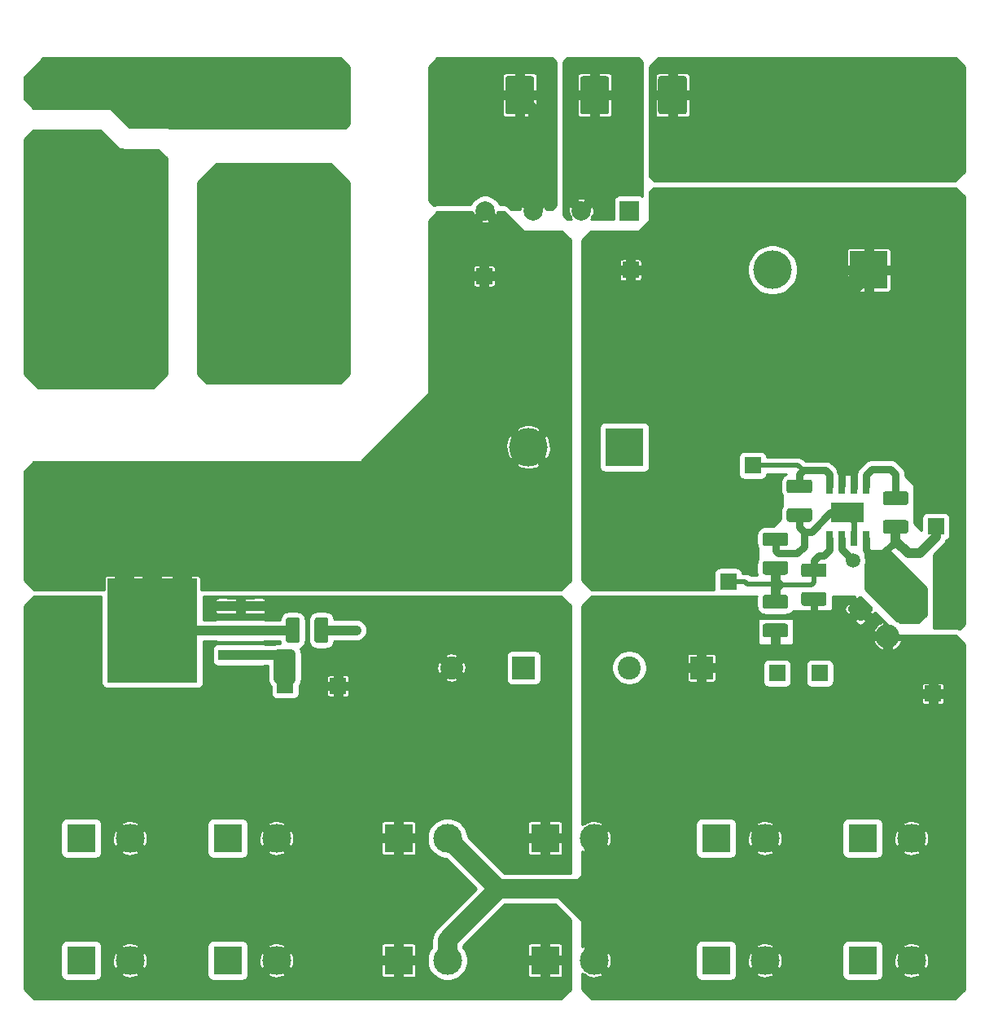
<source format=gtl>
%TF.GenerationSoftware,KiCad,Pcbnew,(5.1.6)-1*%
%TF.CreationDate,2021-04-18T17:59:39-07:00*%
%TF.ProjectId,pwr_supply,7077725f-7375-4707-906c-792e6b696361,rev?*%
%TF.SameCoordinates,Original*%
%TF.FileFunction,Copper,L1,Top*%
%TF.FilePolarity,Positive*%
%FSLAX46Y46*%
G04 Gerber Fmt 4.6, Leading zero omitted, Abs format (unit mm)*
G04 Created by KiCad (PCBNEW (5.1.6)-1) date 2021-04-18 17:59:39*
%MOMM*%
%LPD*%
G01*
G04 APERTURE LIST*
%TA.AperFunction,ComponentPad*%
%ADD10R,4.000000X4.000000*%
%TD*%
%TA.AperFunction,ComponentPad*%
%ADD11C,4.000000*%
%TD*%
%TA.AperFunction,ComponentPad*%
%ADD12R,2.400000X2.400000*%
%TD*%
%TA.AperFunction,ComponentPad*%
%ADD13C,2.400000*%
%TD*%
%TA.AperFunction,ComponentPad*%
%ADD14C,2.000000*%
%TD*%
%TA.AperFunction,ComponentPad*%
%ADD15R,2.000000X2.000000*%
%TD*%
%TA.AperFunction,SMDPad,CuDef*%
%ADD16R,6.000000X6.000000*%
%TD*%
%TA.AperFunction,ComponentPad*%
%ADD17R,3.350000X2.000000*%
%TD*%
%TA.AperFunction,SMDPad,CuDef*%
%ADD18R,0.650000X1.500000*%
%TD*%
%TA.AperFunction,ComponentPad*%
%ADD19R,3.000000X3.000000*%
%TD*%
%TA.AperFunction,ComponentPad*%
%ADD20C,3.000000*%
%TD*%
%TA.AperFunction,ComponentPad*%
%ADD21C,2.500000*%
%TD*%
%TA.AperFunction,ComponentPad*%
%ADD22C,1.800000*%
%TD*%
%TA.AperFunction,ComponentPad*%
%ADD23R,1.700000X1.700000*%
%TD*%
%TA.AperFunction,SMDPad,CuDef*%
%ADD24R,4.600000X1.100000*%
%TD*%
%TA.AperFunction,SMDPad,CuDef*%
%ADD25R,9.400000X10.800000*%
%TD*%
%TA.AperFunction,ViaPad*%
%ADD26C,1.500000*%
%TD*%
%TA.AperFunction,ViaPad*%
%ADD27C,2.540000*%
%TD*%
%TA.AperFunction,ViaPad*%
%ADD28C,0.800000*%
%TD*%
%TA.AperFunction,Conductor*%
%ADD29C,0.750000*%
%TD*%
%TA.AperFunction,Conductor*%
%ADD30C,1.000000*%
%TD*%
%TA.AperFunction,Conductor*%
%ADD31C,0.500000*%
%TD*%
%TA.AperFunction,Conductor*%
%ADD32C,2.000000*%
%TD*%
%TA.AperFunction,Conductor*%
%ADD33C,2.500000*%
%TD*%
%TA.AperFunction,Conductor*%
%ADD34C,0.600000*%
%TD*%
%TA.AperFunction,Conductor*%
%ADD35C,0.254000*%
%TD*%
G04 APERTURE END LIST*
D10*
%TO.P,C1,1*%
%TO.N,/rect_ac_+*%
X88900000Y76835000D03*
D11*
%TO.P,C1,2*%
%TO.N,GND*%
X78900000Y76835000D03*
%TD*%
%TO.P,C4,1*%
%TO.N,Net-(C4-Pad1)*%
%TA.AperFunction,SMDPad,CuDef*%
G36*
G01*
X92775000Y49420000D02*
X90625000Y49420000D01*
G75*
G02*
X90375000Y49670000I0J250000D01*
G01*
X90375000Y50595000D01*
G75*
G02*
X90625000Y50845000I250000J0D01*
G01*
X92775000Y50845000D01*
G75*
G02*
X93025000Y50595000I0J-250000D01*
G01*
X93025000Y49670000D01*
G75*
G02*
X92775000Y49420000I-250000J0D01*
G01*
G37*
%TD.AperFunction*%
%TO.P,C4,2*%
%TO.N,Net-(C4-Pad2)*%
%TA.AperFunction,SMDPad,CuDef*%
G36*
G01*
X92775000Y52395000D02*
X90625000Y52395000D01*
G75*
G02*
X90375000Y52645000I0J250000D01*
G01*
X90375000Y53570000D01*
G75*
G02*
X90625000Y53820000I250000J0D01*
G01*
X92775000Y53820000D01*
G75*
G02*
X93025000Y53570000I0J-250000D01*
G01*
X93025000Y52645000D01*
G75*
G02*
X92775000Y52395000I-250000J0D01*
G01*
G37*
%TD.AperFunction*%
%TD*%
%TO.P,C6,1*%
%TO.N,15VDC*%
%TA.AperFunction,SMDPad,CuDef*%
G36*
G01*
X80275000Y38657500D02*
X78125000Y38657500D01*
G75*
G02*
X77875000Y38907500I0J250000D01*
G01*
X77875000Y39832500D01*
G75*
G02*
X78125000Y40082500I250000J0D01*
G01*
X80275000Y40082500D01*
G75*
G02*
X80525000Y39832500I0J-250000D01*
G01*
X80525000Y38907500D01*
G75*
G02*
X80275000Y38657500I-250000J0D01*
G01*
G37*
%TD.AperFunction*%
%TO.P,C6,2*%
%TO.N,Net-(C6-Pad2)*%
%TA.AperFunction,SMDPad,CuDef*%
G36*
G01*
X80275000Y41632500D02*
X78125000Y41632500D01*
G75*
G02*
X77875000Y41882500I0J250000D01*
G01*
X77875000Y42807500D01*
G75*
G02*
X78125000Y43057500I250000J0D01*
G01*
X80275000Y43057500D01*
G75*
G02*
X80525000Y42807500I0J-250000D01*
G01*
X80525000Y41882500D01*
G75*
G02*
X80275000Y41632500I-250000J0D01*
G01*
G37*
%TD.AperFunction*%
%TD*%
D12*
%TO.P,C7,1*%
%TO.N,15VDC*%
X71500000Y35500000D03*
D13*
%TO.P,C7,2*%
%TO.N,GND*%
X64000000Y35500000D03*
%TD*%
%TO.P,C9,1*%
%TO.N,/rect_ac_-*%
%TA.AperFunction,SMDPad,CuDef*%
G36*
G01*
X28287500Y38325000D02*
X28287500Y40475000D01*
G75*
G02*
X28537500Y40725000I250000J0D01*
G01*
X29462500Y40725000D01*
G75*
G02*
X29712500Y40475000I0J-250000D01*
G01*
X29712500Y38325000D01*
G75*
G02*
X29462500Y38075000I-250000J0D01*
G01*
X28537500Y38075000D01*
G75*
G02*
X28287500Y38325000I0J250000D01*
G01*
G37*
%TD.AperFunction*%
%TO.P,C9,2*%
%TO.N,GND*%
%TA.AperFunction,SMDPad,CuDef*%
G36*
G01*
X31262500Y38325000D02*
X31262500Y40475000D01*
G75*
G02*
X31512500Y40725000I250000J0D01*
G01*
X32437500Y40725000D01*
G75*
G02*
X32687500Y40475000I0J-250000D01*
G01*
X32687500Y38325000D01*
G75*
G02*
X32437500Y38075000I-250000J0D01*
G01*
X31512500Y38075000D01*
G75*
G02*
X31262500Y38325000I0J250000D01*
G01*
G37*
%TD.AperFunction*%
%TD*%
D14*
%TO.P,D1,4*%
%TO.N,/rect_ac_-*%
X49000000Y83000000D03*
%TO.P,D1,3*%
%TO.N,/lowside_ac_2*%
X54000000Y83000000D03*
%TO.P,D1,2*%
%TO.N,/lowside_ac_1*%
X59000000Y83000000D03*
D15*
%TO.P,D1,1*%
%TO.N,/rect_ac_+*%
X64000000Y83000000D03*
%TD*%
D16*
%TO.P,F1,1*%
%TO.N,Net-(F1-Pad1)*%
X8890000Y70485000D03*
%TO.P,F1,2*%
%TO.N,Net-(F1-Pad2)*%
X25890000Y70485000D03*
%TD*%
D17*
%TO.P,IC1,9*%
%TO.N,GND*%
X86700000Y51620000D03*
D18*
%TO.P,IC1,8*%
%TO.N,Net-(C4-Pad1)*%
X88605000Y48920000D03*
%TO.P,IC1,7*%
%TO.N,GND*%
X87335000Y48920000D03*
%TO.P,IC1,6*%
%TO.N,Net-(C5-Pad1)*%
X86065000Y48920000D03*
%TO.P,IC1,5*%
%TO.N,Net-(C6-Pad2)*%
X84795000Y48920000D03*
%TO.P,IC1,4*%
%TO.N,Net-(IC1-Pad4)*%
X84795000Y54320000D03*
%TO.P,IC1,3*%
%TO.N,/rect_ac_+*%
X86065000Y54320000D03*
%TO.P,IC1,2*%
X87335000Y54320000D03*
%TO.P,IC1,1*%
%TO.N,Net-(C4-Pad2)*%
X88605000Y54320000D03*
%TD*%
D19*
%TO.P,J1,1*%
%TO.N,Net-(J1-Pad1)*%
X6000000Y95000000D03*
D20*
%TO.P,J1,2*%
%TO.N,Net-(F1-Pad1)*%
X6000000Y89920000D03*
%TD*%
%TO.P,J2,2*%
%TO.N,15VDC*%
X93345000Y5080000D03*
D19*
%TO.P,J2,1*%
%TO.N,GND*%
X88265000Y5080000D03*
%TD*%
%TO.P,J3,1*%
%TO.N,GND*%
X22225000Y17780000D03*
D20*
%TO.P,J3,2*%
%TO.N,-15VDC*%
X27305000Y17780000D03*
%TD*%
%TO.P,J4,2*%
%TO.N,15VDC*%
X45085000Y17780000D03*
D19*
%TO.P,J4,1*%
%TO.N,-15VDC*%
X40005000Y17780000D03*
%TD*%
%TO.P,J5,1*%
%TO.N,GND*%
X88265000Y17780000D03*
D20*
%TO.P,J5,2*%
%TO.N,15VDC*%
X93345000Y17780000D03*
%TD*%
%TO.P,J6,2*%
%TO.N,-15VDC*%
X27305000Y5080000D03*
D19*
%TO.P,J6,1*%
%TO.N,GND*%
X22225000Y5080000D03*
%TD*%
%TO.P,J7,1*%
%TO.N,-15VDC*%
X55245000Y5080000D03*
D20*
%TO.P,J7,2*%
%TO.N,15VDC*%
X60325000Y5080000D03*
%TD*%
D19*
%TO.P,J8,1*%
%TO.N,GND*%
X73025000Y5080000D03*
D20*
%TO.P,J8,2*%
%TO.N,15VDC*%
X78105000Y5080000D03*
%TD*%
%TO.P,J9,2*%
%TO.N,-15VDC*%
X12065000Y5080000D03*
D19*
%TO.P,J9,1*%
%TO.N,GND*%
X6985000Y5080000D03*
%TD*%
%TO.P,J10,1*%
%TO.N,-15VDC*%
X55245000Y17780000D03*
D20*
%TO.P,J10,2*%
%TO.N,15VDC*%
X60325000Y17780000D03*
%TD*%
%TO.P,J11,2*%
%TO.N,15VDC*%
X78105000Y17780000D03*
D19*
%TO.P,J11,1*%
%TO.N,GND*%
X73025000Y17780000D03*
%TD*%
%TO.P,J12,1*%
%TO.N,GND*%
X6985000Y17780000D03*
D20*
%TO.P,J12,2*%
%TO.N,-15VDC*%
X12065000Y17780000D03*
%TD*%
%TO.P,J13,2*%
%TO.N,15VDC*%
X45085000Y5080000D03*
D19*
%TO.P,J13,1*%
%TO.N,-15VDC*%
X40005000Y5080000D03*
%TD*%
D21*
%TO.P,L1,4*%
%TO.N,15VDC*%
X90871573Y38791573D03*
%TO.P,L1,3*%
%TO.N,Net-(C4-Pad1)*%
X90871573Y44448427D03*
%TO.P,L1,2*%
%TO.N,15VDC*%
%TA.AperFunction,ComponentPad*%
G36*
G01*
X88184567Y42892792D02*
X89315938Y41761421D01*
G75*
G02*
X89315938Y41478579I-141421J-141421D01*
G01*
X88184567Y40347208D01*
G75*
G02*
X87901725Y40347208I-141421J141421D01*
G01*
X86770354Y41478579D01*
G75*
G02*
X86770354Y41761421I141421J141421D01*
G01*
X87901725Y42892792D01*
G75*
G02*
X88184567Y42892792I141421J-141421D01*
G01*
G37*
%TD.AperFunction*%
%TO.P,L1,1*%
%TO.N,Net-(C4-Pad1)*%
%TA.AperFunction,ComponentPad*%
G36*
G01*
X93841421Y42892792D02*
X94972792Y41761421D01*
G75*
G02*
X94972792Y41478579I-141421J-141421D01*
G01*
X93841421Y40347208D01*
G75*
G02*
X93558579Y40347208I-141421J141421D01*
G01*
X92427208Y41478579D01*
G75*
G02*
X92427208Y41761421I141421J141421D01*
G01*
X93558579Y42892792D01*
G75*
G02*
X93841421Y42892792I141421J-141421D01*
G01*
G37*
%TD.AperFunction*%
%TD*%
%TO.P,R1,2*%
%TO.N,GND*%
%TA.AperFunction,SMDPad,CuDef*%
G36*
G01*
X80625000Y52082500D02*
X82775000Y52082500D01*
G75*
G02*
X83025000Y51832500I0J-250000D01*
G01*
X83025000Y50907500D01*
G75*
G02*
X82775000Y50657500I-250000J0D01*
G01*
X80625000Y50657500D01*
G75*
G02*
X80375000Y50907500I0J250000D01*
G01*
X80375000Y51832500D01*
G75*
G02*
X80625000Y52082500I250000J0D01*
G01*
G37*
%TD.AperFunction*%
%TO.P,R1,1*%
%TO.N,Net-(IC1-Pad4)*%
%TA.AperFunction,SMDPad,CuDef*%
G36*
G01*
X80625000Y55057500D02*
X82775000Y55057500D01*
G75*
G02*
X83025000Y54807500I0J-250000D01*
G01*
X83025000Y53882500D01*
G75*
G02*
X82775000Y53632500I-250000J0D01*
G01*
X80625000Y53632500D01*
G75*
G02*
X80375000Y53882500I0J250000D01*
G01*
X80375000Y54807500D01*
G75*
G02*
X80625000Y55057500I250000J0D01*
G01*
G37*
%TD.AperFunction*%
%TD*%
%TO.P,R3,1*%
%TO.N,15VDC*%
%TA.AperFunction,SMDPad,CuDef*%
G36*
G01*
X84275000Y41932500D02*
X82125000Y41932500D01*
G75*
G02*
X81875000Y42182500I0J250000D01*
G01*
X81875000Y43107500D01*
G75*
G02*
X82125000Y43357500I250000J0D01*
G01*
X84275000Y43357500D01*
G75*
G02*
X84525000Y43107500I0J-250000D01*
G01*
X84525000Y42182500D01*
G75*
G02*
X84275000Y41932500I-250000J0D01*
G01*
G37*
%TD.AperFunction*%
%TO.P,R3,2*%
%TO.N,Net-(C6-Pad2)*%
%TA.AperFunction,SMDPad,CuDef*%
G36*
G01*
X84275000Y44907500D02*
X82125000Y44907500D01*
G75*
G02*
X81875000Y45157500I0J250000D01*
G01*
X81875000Y46082500D01*
G75*
G02*
X82125000Y46332500I250000J0D01*
G01*
X84275000Y46332500D01*
G75*
G02*
X84525000Y46082500I0J-250000D01*
G01*
X84525000Y45157500D01*
G75*
G02*
X84275000Y44907500I-250000J0D01*
G01*
G37*
%TD.AperFunction*%
%TD*%
%TO.P,R4,2*%
%TO.N,GND*%
%TA.AperFunction,SMDPad,CuDef*%
G36*
G01*
X80275000Y48132500D02*
X78125000Y48132500D01*
G75*
G02*
X77875000Y48382500I0J250000D01*
G01*
X77875000Y49307500D01*
G75*
G02*
X78125000Y49557500I250000J0D01*
G01*
X80275000Y49557500D01*
G75*
G02*
X80525000Y49307500I0J-250000D01*
G01*
X80525000Y48382500D01*
G75*
G02*
X80275000Y48132500I-250000J0D01*
G01*
G37*
%TD.AperFunction*%
%TO.P,R4,1*%
%TO.N,Net-(C6-Pad2)*%
%TA.AperFunction,SMDPad,CuDef*%
G36*
G01*
X80275000Y45157500D02*
X78125000Y45157500D01*
G75*
G02*
X77875000Y45407500I0J250000D01*
G01*
X77875000Y46332500D01*
G75*
G02*
X78125000Y46582500I250000J0D01*
G01*
X80275000Y46582500D01*
G75*
G02*
X80525000Y46332500I0J-250000D01*
G01*
X80525000Y45407500D01*
G75*
G02*
X80275000Y45157500I-250000J0D01*
G01*
G37*
%TD.AperFunction*%
%TD*%
D22*
%TO.P,RV1,1*%
%TO.N,Net-(F1-Pad2)*%
X22000000Y86000000D03*
%TO.P,RV1,2*%
%TO.N,Net-(J1-Pad1)*%
X23300000Y93500000D03*
%TD*%
D10*
%TO.P,C8,1*%
%TO.N,GND*%
X63500000Y58420000D03*
D11*
%TO.P,C8,2*%
%TO.N,/rect_ac_-*%
X53500000Y58420000D03*
%TD*%
D12*
%TO.P,C10,1*%
%TO.N,GND*%
X53000000Y35500000D03*
D13*
%TO.P,C10,2*%
%TO.N,-15VDC*%
X45500000Y35500000D03*
%TD*%
D23*
%TO.P,TP1,1*%
%TO.N,/rect_ac_+*%
X64135000Y76835000D03*
%TD*%
%TO.P,TP3,1*%
%TO.N,/rect_ac_-*%
X48895000Y76200000D03*
%TD*%
%TO.P,TP4,1*%
%TO.N,Net-(IC1-Pad4)*%
X76835000Y56515000D03*
%TD*%
%TO.P,TP5,1*%
%TO.N,Net-(C3-Pad1)*%
X79375000Y34925000D03*
%TD*%
%TO.P,TP7,1*%
%TO.N,Net-(C4-Pad1)*%
X95885000Y50165000D03*
%TD*%
%TO.P,TP8,1*%
%TO.N,Net-(C6-Pad2)*%
X74295000Y44450000D03*
%TD*%
%TO.P,TP9,1*%
%TO.N,Net-(C5-Pad1)*%
X83820000Y34925000D03*
%TD*%
D24*
%TO.P,U1,1*%
%TO.N,GND*%
X23555000Y36830000D03*
%TO.P,U1,2*%
%TO.N,/rect_ac_-*%
X23555000Y39370000D03*
%TO.P,U1,3*%
%TO.N,-15VDC*%
X23555000Y41910000D03*
D25*
%TO.P,U1,2*%
%TO.N,/rect_ac_-*%
X14405000Y39370000D03*
%TD*%
%TO.P,T1,1*%
%TO.N,Net-(F1-Pad2)*%
%TA.AperFunction,ComponentPad*%
G36*
G01*
X32700000Y80000000D02*
X29300000Y80000000D01*
G75*
G02*
X29000000Y80300000I0J300000D01*
G01*
X29000000Y82700000D01*
G75*
G02*
X29300000Y83000000I300000J0D01*
G01*
X32700000Y83000000D01*
G75*
G02*
X33000000Y82700000I0J-300000D01*
G01*
X33000000Y80300000D01*
G75*
G02*
X32700000Y80000000I-300000J0D01*
G01*
G37*
%TD.AperFunction*%
%TO.P,T1,2*%
%TO.N,Net-(J1-Pad1)*%
%TA.AperFunction,ComponentPad*%
G36*
G01*
X32700000Y93500000D02*
X29300000Y93500000D01*
G75*
G02*
X29000000Y93800000I0J300000D01*
G01*
X29000000Y96200000D01*
G75*
G02*
X29300000Y96500000I300000J0D01*
G01*
X32700000Y96500000D01*
G75*
G02*
X33000000Y96200000I0J-300000D01*
G01*
X33000000Y93800000D01*
G75*
G02*
X32700000Y93500000I-300000J0D01*
G01*
G37*
%TD.AperFunction*%
%TO.P,T1,3*%
%TO.N,/lowside_ac_2*%
%TA.AperFunction,ComponentPad*%
G36*
G01*
X51100000Y93300000D02*
X51100000Y96700000D01*
G75*
G02*
X51400000Y97000000I300000J0D01*
G01*
X53800000Y97000000D01*
G75*
G02*
X54100000Y96700000I0J-300000D01*
G01*
X54100000Y93300000D01*
G75*
G02*
X53800000Y93000000I-300000J0D01*
G01*
X51400000Y93000000D01*
G75*
G02*
X51100000Y93300000I0J300000D01*
G01*
G37*
%TD.AperFunction*%
%TO.P,T1,4*%
%TO.N,GND*%
%TA.AperFunction,ComponentPad*%
G36*
G01*
X67000000Y93300000D02*
X67000000Y96700000D01*
G75*
G02*
X67300000Y97000000I300000J0D01*
G01*
X69700000Y97000000D01*
G75*
G02*
X70000000Y96700000I0J-300000D01*
G01*
X70000000Y93300000D01*
G75*
G02*
X69700000Y93000000I-300000J0D01*
G01*
X67300000Y93000000D01*
G75*
G02*
X67000000Y93300000I0J300000D01*
G01*
G37*
%TD.AperFunction*%
%TO.P,T1,5*%
%TO.N,/lowside_ac_1*%
%TA.AperFunction,ComponentPad*%
G36*
G01*
X58900000Y93300000D02*
X58900000Y96700000D01*
G75*
G02*
X59200000Y97000000I300000J0D01*
G01*
X61600000Y97000000D01*
G75*
G02*
X61900000Y96700000I0J-300000D01*
G01*
X61900000Y93300000D01*
G75*
G02*
X61600000Y93000000I-300000J0D01*
G01*
X59200000Y93000000D01*
G75*
G02*
X58900000Y93300000I0J300000D01*
G01*
G37*
%TD.AperFunction*%
%TD*%
D23*
%TO.P,TP2,1*%
%TO.N,GND*%
X28200000Y33700000D03*
%TD*%
%TO.P,TP6,1*%
%TO.N,-15VDC*%
X33700000Y33600000D03*
%TD*%
%TO.P,TP10,1*%
%TO.N,15VDC*%
X95600000Y32800000D03*
%TD*%
D26*
%TO.N,Net-(C5-Pad1)*%
X87240000Y46630000D03*
D27*
%TO.N,/rect_ac_+*%
X86700000Y59620000D03*
D28*
%TO.N,GND*%
X33600000Y39400000D03*
X28800000Y36900000D03*
X27500000Y36900000D03*
X35600000Y39400000D03*
%TD*%
D29*
%TO.N,Net-(C4-Pad1)*%
X88605000Y48920000D02*
X88605000Y47715000D01*
X88605000Y47715000D02*
X88950000Y47370000D01*
X88950000Y47370000D02*
X90450000Y47370000D01*
X90450000Y47370000D02*
X91700000Y48620000D01*
D30*
X91700000Y50132500D02*
X91700000Y48620000D01*
X91700000Y48620000D02*
X91780000Y48620000D01*
X91780000Y48620000D02*
X93000000Y47400000D01*
X93000000Y47400000D02*
X94200000Y47400000D01*
X95885000Y49085000D02*
X95885000Y50165000D01*
X94200000Y47400000D02*
X95885000Y49085000D01*
D29*
%TO.N,Net-(C5-Pad1)*%
X86065000Y47805000D02*
X87240000Y46630000D01*
X86065000Y48920000D02*
X86065000Y47805000D01*
%TO.N,Net-(C6-Pad2)*%
X84795000Y48920000D02*
X84795000Y47715000D01*
X84795000Y47715000D02*
X84200000Y47120000D01*
X84200000Y47120000D02*
X83700000Y47120000D01*
X83200000Y46620000D02*
X83200000Y45620000D01*
X83700000Y47120000D02*
X83200000Y46620000D01*
D31*
X79200000Y45870000D02*
X79200000Y44870000D01*
X79950000Y44120000D02*
X82950000Y44120000D01*
X83200000Y44370000D02*
X83200000Y45620000D01*
X82950000Y44120000D02*
X83200000Y44370000D01*
X79950000Y44120000D02*
X79200000Y43370000D01*
X79200000Y42345000D02*
X79200000Y43370000D01*
X79700000Y44370000D02*
X79450000Y44120000D01*
X79200000Y44870000D02*
X79700000Y44370000D01*
X79700000Y44370000D02*
X79950000Y44120000D01*
D30*
X79200000Y42345000D02*
X79200000Y45870000D01*
D31*
X79200000Y44200000D02*
X76300000Y44200000D01*
X79200000Y43370000D02*
X79200000Y44200000D01*
X79200000Y44200000D02*
X79200000Y45870000D01*
X76050000Y44450000D02*
X74295000Y44450000D01*
X76300000Y44200000D02*
X76050000Y44450000D01*
D29*
%TO.N,Net-(IC1-Pad4)*%
X82080000Y56000000D02*
X81700000Y55620000D01*
X84400000Y56000000D02*
X82080000Y56000000D01*
X84795000Y54320000D02*
X84795000Y55605000D01*
X81700000Y55620000D02*
X81700000Y54345000D01*
X84795000Y55605000D02*
X84400000Y56000000D01*
D31*
X81565000Y56515000D02*
X82080000Y56000000D01*
X76835000Y56515000D02*
X81565000Y56515000D01*
D29*
%TO.N,/rect_ac_+*%
X87335000Y54205000D02*
X87335000Y55870000D01*
X86065000Y54455000D02*
X86065000Y55870000D01*
D32*
X86700000Y74635000D02*
X88900000Y76835000D01*
X86700000Y59620000D02*
X86700000Y74635000D01*
D33*
X86700000Y59620000D02*
X86700000Y57200000D01*
D32*
X86700000Y57200000D02*
X86700000Y58200000D01*
D30*
X87335000Y56565000D02*
X86700000Y57200000D01*
X87335000Y55870000D02*
X87335000Y56565000D01*
X86065000Y56565000D02*
X86700000Y57200000D01*
X86065000Y55870000D02*
X86065000Y56565000D01*
%TO.N,GND*%
X87335000Y50985000D02*
X86700000Y51620000D01*
D34*
X87335000Y48920000D02*
X87335000Y50985000D01*
D29*
X82200000Y49620000D02*
X82950000Y49620000D01*
X82950000Y49620000D02*
X84950000Y51620000D01*
X81700000Y51370000D02*
X81700000Y50120000D01*
X84950000Y51620000D02*
X86700000Y51620000D01*
X81700000Y50120000D02*
X82200000Y49620000D01*
X82200000Y49620000D02*
X82200000Y48120000D01*
X82200000Y48120000D02*
X81450000Y47370000D01*
X81450000Y47370000D02*
X79450000Y47370000D01*
X79200000Y47620000D02*
X79200000Y48845000D01*
X79450000Y47370000D02*
X79200000Y47620000D01*
%TO.N,15VDC*%
X83200000Y42645000D02*
X83200000Y41370000D01*
X83200000Y41370000D02*
X84700000Y39870000D01*
X86293146Y39870000D02*
X88043146Y41620000D01*
X84700000Y39870000D02*
X86293146Y39870000D01*
D30*
X79200000Y39370000D02*
X79200000Y37700000D01*
D32*
X45085000Y17780000D02*
X50365000Y12500000D01*
X60325000Y13825000D02*
X60325000Y17780000D01*
X59000000Y12500000D02*
X60325000Y13825000D01*
X45085000Y7220000D02*
X50365000Y12500000D01*
X45085000Y5080000D02*
X45085000Y7220000D01*
X50365000Y12500000D02*
X57000000Y12500000D01*
X57000000Y12500000D02*
X59000000Y12500000D01*
X60325000Y9175000D02*
X60325000Y5080000D01*
X57000000Y12500000D02*
X60325000Y9175000D01*
D30*
%TO.N,GND*%
X31975000Y39400000D02*
X33600000Y39400000D01*
X33600000Y39400000D02*
X35600000Y39400000D01*
X27430000Y36830000D02*
X27500000Y36900000D01*
X23555000Y36830000D02*
X27430000Y36830000D01*
X28300000Y36900000D02*
X28300000Y33800000D01*
X28800000Y36900000D02*
X28300000Y36900000D01*
X28300000Y33800000D02*
X28200000Y33700000D01*
X28300000Y36900000D02*
X27500000Y36900000D01*
X27500000Y34400000D02*
X28200000Y33700000D01*
X27500000Y36900000D02*
X27500000Y34400000D01*
X28800000Y34300000D02*
X28200000Y33700000D01*
X28800000Y36900000D02*
X28800000Y34300000D01*
%TO.N,/lowside_ac_2*%
X54000000Y93600000D02*
X52600000Y95000000D01*
X54000000Y83000000D02*
X54000000Y93600000D01*
D29*
%TO.N,Net-(C4-Pad2)*%
X88605000Y54320000D02*
X88605000Y55525000D01*
X91700000Y55620000D02*
X91700000Y53107500D01*
X88605000Y55525000D02*
X89200000Y56120000D01*
X89200000Y56120000D02*
X91200000Y56120000D01*
X91200000Y56120000D02*
X91700000Y55620000D01*
D30*
%TO.N,/rect_ac_-*%
X23555000Y39370000D02*
X14405000Y39370000D01*
X28970000Y39370000D02*
X29000000Y39400000D01*
X23555000Y39370000D02*
X28970000Y39370000D01*
D32*
X14405000Y39370000D02*
X14405000Y46595000D01*
X17500000Y42465000D02*
X14405000Y39370000D01*
X17500000Y47500000D02*
X17500000Y42465000D01*
X11500000Y42275000D02*
X14405000Y39370000D01*
X11500000Y47500000D02*
X11500000Y42275000D01*
%TD*%
D35*
%TO.N,Net-(J1-Pad1)*%
G36*
X33957348Y98863046D02*
G01*
X34863046Y97957348D01*
X34873000Y97933316D01*
X34873000Y92066684D01*
X34863046Y92042652D01*
X34457348Y91636954D01*
X34433316Y91627000D01*
X16223497Y91627000D01*
X16169792Y91638415D01*
X16160750Y91639365D01*
X16160744Y91639366D01*
X16160739Y91639366D01*
X16063621Y91648889D01*
X16063607Y91648889D01*
X16032022Y91652000D01*
X12027606Y91652000D01*
X10119092Y93560514D01*
X10099846Y93576308D01*
X10077890Y93588044D01*
X10007180Y93617333D01*
X9983355Y93624560D01*
X9958579Y93627000D01*
X9723491Y93627000D01*
X9669791Y93638414D01*
X9660749Y93639364D01*
X9660743Y93639365D01*
X9660738Y93639365D01*
X9563620Y93648888D01*
X9563618Y93648888D01*
X9532022Y93652000D01*
X2027606Y93652000D01*
X1136954Y94542652D01*
X1127000Y94566684D01*
X1127000Y96933316D01*
X1136954Y96957348D01*
X3042652Y98863046D01*
X3066684Y98873000D01*
X33933316Y98873000D01*
X33957348Y98863046D01*
G37*
X33957348Y98863046D02*
X34863046Y97957348D01*
X34873000Y97933316D01*
X34873000Y92066684D01*
X34863046Y92042652D01*
X34457348Y91636954D01*
X34433316Y91627000D01*
X16223497Y91627000D01*
X16169792Y91638415D01*
X16160750Y91639365D01*
X16160744Y91639366D01*
X16160739Y91639366D01*
X16063621Y91648889D01*
X16063607Y91648889D01*
X16032022Y91652000D01*
X12027606Y91652000D01*
X10119092Y93560514D01*
X10099846Y93576308D01*
X10077890Y93588044D01*
X10007180Y93617333D01*
X9983355Y93624560D01*
X9958579Y93627000D01*
X9723491Y93627000D01*
X9669791Y93638414D01*
X9660749Y93639364D01*
X9660743Y93639365D01*
X9660738Y93639365D01*
X9563620Y93648888D01*
X9563618Y93648888D01*
X9532022Y93652000D01*
X2027606Y93652000D01*
X1136954Y94542652D01*
X1127000Y94566684D01*
X1127000Y96933316D01*
X1136954Y96957348D01*
X3042652Y98863046D01*
X3066684Y98873000D01*
X33933316Y98873000D01*
X33957348Y98863046D01*
%TO.N,Net-(F1-Pad1)*%
G36*
X10910197Y89410197D02*
G01*
X10929443Y89394403D01*
X10951399Y89382667D01*
X10975224Y89375440D01*
X11000000Y89373000D01*
X11235820Y89373000D01*
X11270827Y89366068D01*
X11329317Y89353636D01*
X11338471Y89352674D01*
X11338477Y89352673D01*
X11338482Y89352673D01*
X11433146Y89343391D01*
X11467581Y89340000D01*
X14980394Y89340000D01*
X15873000Y88447394D01*
X15873000Y66052606D01*
X14447394Y64627000D01*
X2552606Y64627000D01*
X1127000Y66052606D01*
X1127000Y90447394D01*
X2019606Y91340000D01*
X8980394Y91340000D01*
X10910197Y89410197D01*
G37*
X10910197Y89410197D02*
X10929443Y89394403D01*
X10951399Y89382667D01*
X10975224Y89375440D01*
X11000000Y89373000D01*
X11235820Y89373000D01*
X11270827Y89366068D01*
X11329317Y89353636D01*
X11338471Y89352674D01*
X11338477Y89352673D01*
X11338482Y89352673D01*
X11433146Y89343391D01*
X11467581Y89340000D01*
X14980394Y89340000D01*
X15873000Y88447394D01*
X15873000Y66052606D01*
X14447394Y64627000D01*
X2552606Y64627000D01*
X1127000Y66052606D01*
X1127000Y90447394D01*
X2019606Y91340000D01*
X8980394Y91340000D01*
X10910197Y89410197D01*
%TO.N,Net-(F1-Pad2)*%
G36*
X34873000Y85947394D02*
G01*
X34873000Y66052606D01*
X33947394Y65127000D01*
X20052606Y65127000D01*
X19127000Y66052606D01*
X19127000Y85947394D01*
X21052606Y87873000D01*
X32947394Y87873000D01*
X34873000Y85947394D01*
G37*
X34873000Y85947394D02*
X34873000Y66052606D01*
X33947394Y65127000D01*
X20052606Y65127000D01*
X19127000Y66052606D01*
X19127000Y85947394D01*
X21052606Y87873000D01*
X32947394Y87873000D01*
X34873000Y85947394D01*
%TO.N,Net-(C4-Pad1)*%
G36*
X94865000Y43775394D02*
G01*
X94865000Y40964606D01*
X94074162Y40173768D01*
X92101866Y40227073D01*
X92073191Y40255748D01*
X91834107Y40415499D01*
X88577000Y43672606D01*
X88577000Y46252279D01*
X88625000Y46493589D01*
X88625000Y46766411D01*
X88577000Y47007721D01*
X88577000Y47493000D01*
X91147394Y47493000D01*
X94865000Y43775394D01*
G37*
X94865000Y43775394D02*
X94865000Y40964606D01*
X94074162Y40173768D01*
X92101866Y40227073D01*
X92073191Y40255748D01*
X91834107Y40415499D01*
X88577000Y43672606D01*
X88577000Y46252279D01*
X88625000Y46493589D01*
X88625000Y46766411D01*
X88577000Y47007721D01*
X88577000Y47493000D01*
X91147394Y47493000D01*
X94865000Y43775394D01*
%TO.N,-15VDC*%
G36*
X9074967Y33970000D02*
G01*
X9087073Y33847087D01*
X9122925Y33728897D01*
X9181147Y33619972D01*
X9259499Y33524499D01*
X9354972Y33446147D01*
X9463897Y33387925D01*
X9582087Y33352073D01*
X9705000Y33339967D01*
X19105000Y33339967D01*
X19227913Y33352073D01*
X19346103Y33387925D01*
X19455028Y33446147D01*
X19550501Y33524499D01*
X19628853Y33619972D01*
X19687075Y33728897D01*
X19722927Y33847087D01*
X19735033Y33970000D01*
X19735033Y38243000D01*
X21004402Y38243000D01*
X21013897Y38237925D01*
X21132087Y38202073D01*
X21255000Y38189967D01*
X25855000Y38189967D01*
X25977913Y38202073D01*
X26096103Y38237925D01*
X26105598Y38243000D01*
X27665543Y38243000D01*
X27674377Y38153314D01*
X27712694Y38027000D01*
X27555364Y38027000D01*
X27500000Y38032453D01*
X27444635Y38027000D01*
X27279069Y38010693D01*
X27102067Y37957000D01*
X26105598Y37957000D01*
X26096103Y37962075D01*
X25977913Y37997927D01*
X25855000Y38010033D01*
X21255000Y38010033D01*
X21132087Y37997927D01*
X21013897Y37962075D01*
X20904972Y37903853D01*
X20809499Y37825501D01*
X20731147Y37730028D01*
X20672925Y37621103D01*
X20637073Y37502913D01*
X20624967Y37380000D01*
X20624967Y36280000D01*
X20637073Y36157087D01*
X20672925Y36038897D01*
X20731147Y35929972D01*
X20809499Y35834499D01*
X20904972Y35756147D01*
X21013897Y35697925D01*
X21132087Y35662073D01*
X21255000Y35649967D01*
X25855000Y35649967D01*
X25977913Y35662073D01*
X26096103Y35697925D01*
X26105598Y35703000D01*
X26373000Y35703000D01*
X26373001Y34455364D01*
X26367548Y34400000D01*
X26373001Y34344636D01*
X26373001Y34344635D01*
X26389308Y34179069D01*
X26403170Y34133372D01*
X26453750Y33966630D01*
X26558400Y33770844D01*
X26663942Y33642240D01*
X26663946Y33642236D01*
X26699236Y33599235D01*
X26719967Y33582222D01*
X26719967Y32850000D01*
X26732073Y32727087D01*
X26767925Y32608897D01*
X26826147Y32499972D01*
X26904499Y32404499D01*
X26999972Y32326147D01*
X27108897Y32267925D01*
X27227087Y32232073D01*
X27350000Y32219967D01*
X29050000Y32219967D01*
X29172913Y32232073D01*
X29291103Y32267925D01*
X29400028Y32326147D01*
X29495501Y32404499D01*
X29573853Y32499972D01*
X29632075Y32608897D01*
X29667927Y32727087D01*
X29670183Y32750000D01*
X32521418Y32750000D01*
X32527732Y32685897D01*
X32546430Y32624257D01*
X32576794Y32567450D01*
X32617657Y32517657D01*
X32667450Y32476794D01*
X32724257Y32446430D01*
X32785897Y32427732D01*
X32850000Y32421418D01*
X33245250Y32423000D01*
X33327000Y32504750D01*
X33327000Y33227000D01*
X34073000Y33227000D01*
X34073000Y32504750D01*
X34154750Y32423000D01*
X34550000Y32421418D01*
X34614103Y32427732D01*
X34675743Y32446430D01*
X34732550Y32476794D01*
X34782343Y32517657D01*
X34823206Y32567450D01*
X34853570Y32624257D01*
X34872268Y32685897D01*
X34878582Y32750000D01*
X34877000Y33145250D01*
X34795250Y33227000D01*
X34073000Y33227000D01*
X33327000Y33227000D01*
X32604750Y33227000D01*
X32523000Y33145250D01*
X32521418Y32750000D01*
X29670183Y32750000D01*
X29680033Y32850000D01*
X29680033Y33595823D01*
X29741600Y33670843D01*
X29846250Y33866629D01*
X29910693Y34079069D01*
X29927000Y34244635D01*
X29927000Y34244645D01*
X29932452Y34299999D01*
X29927000Y34355354D01*
X29927000Y34450000D01*
X32521418Y34450000D01*
X32523000Y34054750D01*
X32604750Y33973000D01*
X33327000Y33973000D01*
X33327000Y34695250D01*
X34073000Y34695250D01*
X34073000Y33973000D01*
X34795250Y33973000D01*
X34877000Y34054750D01*
X34877755Y34243518D01*
X44771020Y34243518D01*
X44926926Y34076646D01*
X45215620Y33992194D01*
X45515242Y33965686D01*
X45814279Y33998141D01*
X46073074Y34076646D01*
X46228980Y34243518D01*
X45500000Y34972498D01*
X44771020Y34243518D01*
X34877755Y34243518D01*
X34878582Y34450000D01*
X34872268Y34514103D01*
X34853570Y34575743D01*
X34823206Y34632550D01*
X34782343Y34682343D01*
X34732550Y34723206D01*
X34675743Y34753570D01*
X34614103Y34772268D01*
X34550000Y34778582D01*
X34154750Y34777000D01*
X34073000Y34695250D01*
X33327000Y34695250D01*
X33245250Y34777000D01*
X32850000Y34778582D01*
X32785897Y34772268D01*
X32724257Y34753570D01*
X32667450Y34723206D01*
X32617657Y34682343D01*
X32576794Y34632550D01*
X32546430Y34575743D01*
X32527732Y34514103D01*
X32521418Y34450000D01*
X29927000Y34450000D01*
X29927000Y35484758D01*
X43965686Y35484758D01*
X43998141Y35185721D01*
X44076646Y34926926D01*
X44243518Y34771020D01*
X44972498Y35500000D01*
X46027502Y35500000D01*
X46756482Y34771020D01*
X46923354Y34926926D01*
X47007806Y35215620D01*
X47034314Y35515242D01*
X47001859Y35814279D01*
X46923354Y36073074D01*
X46756482Y36228980D01*
X46027502Y35500000D01*
X44972498Y35500000D01*
X44243518Y36228980D01*
X44076646Y36073074D01*
X43992194Y35784380D01*
X43965686Y35484758D01*
X29927000Y35484758D01*
X29927000Y36756482D01*
X44771020Y36756482D01*
X45500000Y36027502D01*
X46172498Y36700000D01*
X51169967Y36700000D01*
X51169967Y34300000D01*
X51182073Y34177087D01*
X51217925Y34058897D01*
X51276147Y33949972D01*
X51354499Y33854499D01*
X51449972Y33776147D01*
X51558897Y33717925D01*
X51677087Y33682073D01*
X51800000Y33669967D01*
X54200000Y33669967D01*
X54322913Y33682073D01*
X54441103Y33717925D01*
X54550028Y33776147D01*
X54645501Y33854499D01*
X54723853Y33949972D01*
X54782075Y34058897D01*
X54817927Y34177087D01*
X54830033Y34300000D01*
X54830033Y36700000D01*
X54817927Y36822913D01*
X54782075Y36941103D01*
X54723853Y37050028D01*
X54645501Y37145501D01*
X54550028Y37223853D01*
X54441103Y37282075D01*
X54322913Y37317927D01*
X54200000Y37330033D01*
X51800000Y37330033D01*
X51677087Y37317927D01*
X51558897Y37282075D01*
X51449972Y37223853D01*
X51354499Y37145501D01*
X51276147Y37050028D01*
X51217925Y36941103D01*
X51182073Y36822913D01*
X51169967Y36700000D01*
X46172498Y36700000D01*
X46228980Y36756482D01*
X46073074Y36923354D01*
X45784380Y37007806D01*
X45484758Y37034314D01*
X45185721Y37001859D01*
X44926926Y36923354D01*
X44771020Y36756482D01*
X29927000Y36756482D01*
X29927000Y36844635D01*
X29932453Y36900000D01*
X29910693Y37120931D01*
X29846250Y37333371D01*
X29757558Y37499302D01*
X29799274Y37511956D01*
X29951420Y37593279D01*
X30084777Y37702723D01*
X30194221Y37836080D01*
X30275544Y37988226D01*
X30325623Y38153314D01*
X30342533Y38325000D01*
X30342533Y40475000D01*
X30632467Y40475000D01*
X30632467Y38325000D01*
X30649377Y38153314D01*
X30699456Y37988226D01*
X30780779Y37836080D01*
X30890223Y37702723D01*
X31023580Y37593279D01*
X31175726Y37511956D01*
X31340814Y37461877D01*
X31512500Y37444967D01*
X32437500Y37444967D01*
X32609186Y37461877D01*
X32774274Y37511956D01*
X32926420Y37593279D01*
X33059777Y37702723D01*
X33169221Y37836080D01*
X33250544Y37988226D01*
X33300623Y38153314D01*
X33312411Y38273000D01*
X35655365Y38273000D01*
X35820931Y38289307D01*
X36033371Y38353750D01*
X36229157Y38458400D01*
X36400765Y38599235D01*
X36541600Y38770843D01*
X36646250Y38966629D01*
X36710693Y39179069D01*
X36732453Y39400000D01*
X36710693Y39620931D01*
X36646250Y39833371D01*
X36541600Y40029157D01*
X36400765Y40200765D01*
X36229157Y40341600D01*
X36033371Y40446250D01*
X35820931Y40510693D01*
X35655365Y40527000D01*
X33312411Y40527000D01*
X33300623Y40646686D01*
X33250544Y40811774D01*
X33169221Y40963920D01*
X33059777Y41097277D01*
X32926420Y41206721D01*
X32774274Y41288044D01*
X32609186Y41338123D01*
X32437500Y41355033D01*
X31512500Y41355033D01*
X31340814Y41338123D01*
X31175726Y41288044D01*
X31023580Y41206721D01*
X30890223Y41097277D01*
X30780779Y40963920D01*
X30699456Y40811774D01*
X30649377Y40646686D01*
X30632467Y40475000D01*
X30342533Y40475000D01*
X30325623Y40646686D01*
X30275544Y40811774D01*
X30194221Y40963920D01*
X30084777Y41097277D01*
X29951420Y41206721D01*
X29799274Y41288044D01*
X29634186Y41338123D01*
X29462500Y41355033D01*
X28537500Y41355033D01*
X28365814Y41338123D01*
X28200726Y41288044D01*
X28048580Y41206721D01*
X27915223Y41097277D01*
X27805779Y40963920D01*
X27724456Y40811774D01*
X27674377Y40646686D01*
X27659634Y40497000D01*
X26105598Y40497000D01*
X26096103Y40502075D01*
X25977913Y40537927D01*
X25855000Y40550033D01*
X21255000Y40550033D01*
X21132087Y40537927D01*
X21013897Y40502075D01*
X21004402Y40497000D01*
X19735033Y40497000D01*
X19735033Y41360000D01*
X20926418Y41360000D01*
X20932732Y41295897D01*
X20951430Y41234257D01*
X20981794Y41177450D01*
X21022657Y41127657D01*
X21072450Y41086794D01*
X21129257Y41056430D01*
X21190897Y41037732D01*
X21255000Y41031418D01*
X23100250Y41033000D01*
X23182000Y41114750D01*
X23182000Y41537000D01*
X23928000Y41537000D01*
X23928000Y41114750D01*
X24009750Y41033000D01*
X25855000Y41031418D01*
X25919103Y41037732D01*
X25980743Y41056430D01*
X26037550Y41086794D01*
X26087343Y41127657D01*
X26128206Y41177450D01*
X26158570Y41234257D01*
X26177268Y41295897D01*
X26183582Y41360000D01*
X26182000Y41455250D01*
X26100250Y41537000D01*
X23928000Y41537000D01*
X23182000Y41537000D01*
X21009750Y41537000D01*
X20928000Y41455250D01*
X20926418Y41360000D01*
X19735033Y41360000D01*
X19735033Y42460000D01*
X20926418Y42460000D01*
X20928000Y42364750D01*
X21009750Y42283000D01*
X23182000Y42283000D01*
X23182000Y42705250D01*
X23928000Y42705250D01*
X23928000Y42283000D01*
X26100250Y42283000D01*
X26182000Y42364750D01*
X26183582Y42460000D01*
X26177268Y42524103D01*
X26158570Y42585743D01*
X26128206Y42642550D01*
X26087343Y42692343D01*
X26037550Y42733206D01*
X25980743Y42763570D01*
X25919103Y42782268D01*
X25855000Y42788582D01*
X24009750Y42787000D01*
X23928000Y42705250D01*
X23182000Y42705250D01*
X23100250Y42787000D01*
X21255000Y42788582D01*
X21190897Y42782268D01*
X21129257Y42763570D01*
X21072450Y42733206D01*
X21022657Y42692343D01*
X20981794Y42642550D01*
X20951430Y42585743D01*
X20932732Y42524103D01*
X20926418Y42460000D01*
X19735033Y42460000D01*
X19735033Y42873000D01*
X56933316Y42873000D01*
X56957348Y42863046D01*
X57863046Y41957348D01*
X57873000Y41933316D01*
X57873000Y14127000D01*
X57079914Y14127000D01*
X57000000Y14134871D01*
X56920086Y14127000D01*
X51038925Y14127000D01*
X48885925Y16280000D01*
X53416418Y16280000D01*
X53422732Y16215897D01*
X53441430Y16154257D01*
X53471794Y16097450D01*
X53512657Y16047657D01*
X53562450Y16006794D01*
X53619257Y15976430D01*
X53680897Y15957732D01*
X53745000Y15951418D01*
X54790250Y15953000D01*
X54872000Y16034750D01*
X54872000Y17407000D01*
X55618000Y17407000D01*
X55618000Y16034750D01*
X55699750Y15953000D01*
X56745000Y15951418D01*
X56809103Y15957732D01*
X56870743Y15976430D01*
X56927550Y16006794D01*
X56977343Y16047657D01*
X57018206Y16097450D01*
X57048570Y16154257D01*
X57067268Y16215897D01*
X57073582Y16280000D01*
X57072000Y17325250D01*
X56990250Y17407000D01*
X55618000Y17407000D01*
X54872000Y17407000D01*
X53499750Y17407000D01*
X53418000Y17325250D01*
X53416418Y16280000D01*
X48885925Y16280000D01*
X47212000Y17953925D01*
X47212000Y17989491D01*
X47130261Y18400423D01*
X46969923Y18787512D01*
X46737149Y19135884D01*
X46593033Y19280000D01*
X53416418Y19280000D01*
X53418000Y18234750D01*
X53499750Y18153000D01*
X54872000Y18153000D01*
X54872000Y19525250D01*
X55618000Y19525250D01*
X55618000Y18153000D01*
X56990250Y18153000D01*
X57072000Y18234750D01*
X57073582Y19280000D01*
X57067268Y19344103D01*
X57048570Y19405743D01*
X57018206Y19462550D01*
X56977343Y19512343D01*
X56927550Y19553206D01*
X56870743Y19583570D01*
X56809103Y19602268D01*
X56745000Y19608582D01*
X55699750Y19607000D01*
X55618000Y19525250D01*
X54872000Y19525250D01*
X54790250Y19607000D01*
X53745000Y19608582D01*
X53680897Y19602268D01*
X53619257Y19583570D01*
X53562450Y19553206D01*
X53512657Y19512343D01*
X53471794Y19462550D01*
X53441430Y19405743D01*
X53422732Y19344103D01*
X53416418Y19280000D01*
X46593033Y19280000D01*
X46440884Y19432149D01*
X46092512Y19664923D01*
X45705423Y19825261D01*
X45294491Y19907000D01*
X44875509Y19907000D01*
X44464577Y19825261D01*
X44077488Y19664923D01*
X43729116Y19432149D01*
X43432851Y19135884D01*
X43200077Y18787512D01*
X43039739Y18400423D01*
X42958000Y17989491D01*
X42958000Y17570509D01*
X43039739Y17159577D01*
X43200077Y16772488D01*
X43432851Y16424116D01*
X43729116Y16127851D01*
X44077488Y15895077D01*
X44464577Y15734739D01*
X44875509Y15653000D01*
X44911075Y15653000D01*
X48064075Y12500000D01*
X43991050Y8426975D01*
X43928972Y8376029D01*
X43878026Y8313951D01*
X43878022Y8313947D01*
X43725654Y8128285D01*
X43639992Y7968022D01*
X43574576Y7845638D01*
X43481902Y7540129D01*
X43481543Y7538947D01*
X43450129Y7220000D01*
X43458001Y7140076D01*
X43458001Y6461034D01*
X43432851Y6435884D01*
X43200077Y6087512D01*
X43039739Y5700423D01*
X42958000Y5289491D01*
X42958000Y4870509D01*
X43039739Y4459577D01*
X43200077Y4072488D01*
X43432851Y3724116D01*
X43729116Y3427851D01*
X44077488Y3195077D01*
X44464577Y3034739D01*
X44875509Y2953000D01*
X45294491Y2953000D01*
X45705423Y3034739D01*
X46092512Y3195077D01*
X46440884Y3427851D01*
X46593033Y3580000D01*
X53416418Y3580000D01*
X53422732Y3515897D01*
X53441430Y3454257D01*
X53471794Y3397450D01*
X53512657Y3347657D01*
X53562450Y3306794D01*
X53619257Y3276430D01*
X53680897Y3257732D01*
X53745000Y3251418D01*
X54790250Y3253000D01*
X54872000Y3334750D01*
X54872000Y4707000D01*
X55618000Y4707000D01*
X55618000Y3334750D01*
X55699750Y3253000D01*
X56745000Y3251418D01*
X56809103Y3257732D01*
X56870743Y3276430D01*
X56927550Y3306794D01*
X56977343Y3347657D01*
X57018206Y3397450D01*
X57048570Y3454257D01*
X57067268Y3515897D01*
X57073582Y3580000D01*
X57072000Y4625250D01*
X56990250Y4707000D01*
X55618000Y4707000D01*
X54872000Y4707000D01*
X53499750Y4707000D01*
X53418000Y4625250D01*
X53416418Y3580000D01*
X46593033Y3580000D01*
X46737149Y3724116D01*
X46969923Y4072488D01*
X47130261Y4459577D01*
X47212000Y4870509D01*
X47212000Y5289491D01*
X47130261Y5700423D01*
X46969923Y6087512D01*
X46737149Y6435884D01*
X46712000Y6461033D01*
X46712000Y6546075D01*
X46745925Y6580000D01*
X53416418Y6580000D01*
X53418000Y5534750D01*
X53499750Y5453000D01*
X54872000Y5453000D01*
X54872000Y6825250D01*
X55618000Y6825250D01*
X55618000Y5453000D01*
X56990250Y5453000D01*
X57072000Y5534750D01*
X57073582Y6580000D01*
X57067268Y6644103D01*
X57048570Y6705743D01*
X57018206Y6762550D01*
X56977343Y6812343D01*
X56927550Y6853206D01*
X56870743Y6883570D01*
X56809103Y6902268D01*
X56745000Y6908582D01*
X55699750Y6907000D01*
X55618000Y6825250D01*
X54872000Y6825250D01*
X54790250Y6907000D01*
X53745000Y6908582D01*
X53680897Y6902268D01*
X53619257Y6883570D01*
X53562450Y6853206D01*
X53512657Y6812343D01*
X53471794Y6762550D01*
X53441430Y6705743D01*
X53422732Y6644103D01*
X53416418Y6580000D01*
X46745925Y6580000D01*
X51038925Y10873000D01*
X56326075Y10873000D01*
X57873000Y9326074D01*
X57873000Y2066684D01*
X57863046Y2042652D01*
X56957348Y1136954D01*
X56933316Y1127000D01*
X2066684Y1127000D01*
X2042652Y1136954D01*
X1136954Y2042652D01*
X1127000Y2066684D01*
X1127000Y6580000D01*
X4854967Y6580000D01*
X4854967Y3580000D01*
X4867073Y3457087D01*
X4902925Y3338897D01*
X4961147Y3229972D01*
X5039499Y3134499D01*
X5134972Y3056147D01*
X5243897Y2997925D01*
X5362087Y2962073D01*
X5485000Y2949967D01*
X8485000Y2949967D01*
X8607913Y2962073D01*
X8726103Y2997925D01*
X8835028Y3056147D01*
X8930501Y3134499D01*
X9008853Y3229972D01*
X9067075Y3338897D01*
X9102927Y3457087D01*
X9115033Y3580000D01*
X9115033Y3604287D01*
X11116789Y3604287D01*
X11310191Y3406509D01*
X11651176Y3291409D01*
X12008065Y3245044D01*
X12367141Y3269194D01*
X12714606Y3362933D01*
X12819809Y3406509D01*
X13013211Y3604287D01*
X12065000Y4552498D01*
X11116789Y3604287D01*
X9115033Y3604287D01*
X9115033Y5136935D01*
X10230044Y5136935D01*
X10254194Y4777859D01*
X10347933Y4430394D01*
X10391509Y4325191D01*
X10589287Y4131789D01*
X11537498Y5080000D01*
X12592502Y5080000D01*
X13540713Y4131789D01*
X13738491Y4325191D01*
X13853591Y4666176D01*
X13899956Y5023065D01*
X13875806Y5382141D01*
X13782067Y5729606D01*
X13738491Y5834809D01*
X13540713Y6028211D01*
X12592502Y5080000D01*
X11537498Y5080000D01*
X10589287Y6028211D01*
X10391509Y5834809D01*
X10276409Y5493824D01*
X10230044Y5136935D01*
X9115033Y5136935D01*
X9115033Y6555713D01*
X11116789Y6555713D01*
X12065000Y5607502D01*
X13013211Y6555713D01*
X12989462Y6580000D01*
X20094967Y6580000D01*
X20094967Y3580000D01*
X20107073Y3457087D01*
X20142925Y3338897D01*
X20201147Y3229972D01*
X20279499Y3134499D01*
X20374972Y3056147D01*
X20483897Y2997925D01*
X20602087Y2962073D01*
X20725000Y2949967D01*
X23725000Y2949967D01*
X23847913Y2962073D01*
X23966103Y2997925D01*
X24075028Y3056147D01*
X24170501Y3134499D01*
X24248853Y3229972D01*
X24307075Y3338897D01*
X24342927Y3457087D01*
X24355033Y3580000D01*
X24355033Y3604287D01*
X26356789Y3604287D01*
X26550191Y3406509D01*
X26891176Y3291409D01*
X27248065Y3245044D01*
X27607141Y3269194D01*
X27954606Y3362933D01*
X28059809Y3406509D01*
X28229461Y3580000D01*
X38176418Y3580000D01*
X38182732Y3515897D01*
X38201430Y3454257D01*
X38231794Y3397450D01*
X38272657Y3347657D01*
X38322450Y3306794D01*
X38379257Y3276430D01*
X38440897Y3257732D01*
X38505000Y3251418D01*
X39550250Y3253000D01*
X39632000Y3334750D01*
X39632000Y4707000D01*
X40378000Y4707000D01*
X40378000Y3334750D01*
X40459750Y3253000D01*
X41505000Y3251418D01*
X41569103Y3257732D01*
X41630743Y3276430D01*
X41687550Y3306794D01*
X41737343Y3347657D01*
X41778206Y3397450D01*
X41808570Y3454257D01*
X41827268Y3515897D01*
X41833582Y3580000D01*
X41832000Y4625250D01*
X41750250Y4707000D01*
X40378000Y4707000D01*
X39632000Y4707000D01*
X38259750Y4707000D01*
X38178000Y4625250D01*
X38176418Y3580000D01*
X28229461Y3580000D01*
X28253211Y3604287D01*
X27305000Y4552498D01*
X26356789Y3604287D01*
X24355033Y3604287D01*
X24355033Y5136935D01*
X25470044Y5136935D01*
X25494194Y4777859D01*
X25587933Y4430394D01*
X25631509Y4325191D01*
X25829287Y4131789D01*
X26777498Y5080000D01*
X27832502Y5080000D01*
X28780713Y4131789D01*
X28978491Y4325191D01*
X29093591Y4666176D01*
X29139956Y5023065D01*
X29115806Y5382141D01*
X29022067Y5729606D01*
X28978491Y5834809D01*
X28780713Y6028211D01*
X27832502Y5080000D01*
X26777498Y5080000D01*
X25829287Y6028211D01*
X25631509Y5834809D01*
X25516409Y5493824D01*
X25470044Y5136935D01*
X24355033Y5136935D01*
X24355033Y6555713D01*
X26356789Y6555713D01*
X27305000Y5607502D01*
X28253211Y6555713D01*
X28229462Y6580000D01*
X38176418Y6580000D01*
X38178000Y5534750D01*
X38259750Y5453000D01*
X39632000Y5453000D01*
X39632000Y6825250D01*
X40378000Y6825250D01*
X40378000Y5453000D01*
X41750250Y5453000D01*
X41832000Y5534750D01*
X41833582Y6580000D01*
X41827268Y6644103D01*
X41808570Y6705743D01*
X41778206Y6762550D01*
X41737343Y6812343D01*
X41687550Y6853206D01*
X41630743Y6883570D01*
X41569103Y6902268D01*
X41505000Y6908582D01*
X40459750Y6907000D01*
X40378000Y6825250D01*
X39632000Y6825250D01*
X39550250Y6907000D01*
X38505000Y6908582D01*
X38440897Y6902268D01*
X38379257Y6883570D01*
X38322450Y6853206D01*
X38272657Y6812343D01*
X38231794Y6762550D01*
X38201430Y6705743D01*
X38182732Y6644103D01*
X38176418Y6580000D01*
X28229462Y6580000D01*
X28059809Y6753491D01*
X27718824Y6868591D01*
X27361935Y6914956D01*
X27002859Y6890806D01*
X26655394Y6797067D01*
X26550191Y6753491D01*
X26356789Y6555713D01*
X24355033Y6555713D01*
X24355033Y6580000D01*
X24342927Y6702913D01*
X24307075Y6821103D01*
X24248853Y6930028D01*
X24170501Y7025501D01*
X24075028Y7103853D01*
X23966103Y7162075D01*
X23847913Y7197927D01*
X23725000Y7210033D01*
X20725000Y7210033D01*
X20602087Y7197927D01*
X20483897Y7162075D01*
X20374972Y7103853D01*
X20279499Y7025501D01*
X20201147Y6930028D01*
X20142925Y6821103D01*
X20107073Y6702913D01*
X20094967Y6580000D01*
X12989462Y6580000D01*
X12819809Y6753491D01*
X12478824Y6868591D01*
X12121935Y6914956D01*
X11762859Y6890806D01*
X11415394Y6797067D01*
X11310191Y6753491D01*
X11116789Y6555713D01*
X9115033Y6555713D01*
X9115033Y6580000D01*
X9102927Y6702913D01*
X9067075Y6821103D01*
X9008853Y6930028D01*
X8930501Y7025501D01*
X8835028Y7103853D01*
X8726103Y7162075D01*
X8607913Y7197927D01*
X8485000Y7210033D01*
X5485000Y7210033D01*
X5362087Y7197927D01*
X5243897Y7162075D01*
X5134972Y7103853D01*
X5039499Y7025501D01*
X4961147Y6930028D01*
X4902925Y6821103D01*
X4867073Y6702913D01*
X4854967Y6580000D01*
X1127000Y6580000D01*
X1127000Y19280000D01*
X4854967Y19280000D01*
X4854967Y16280000D01*
X4867073Y16157087D01*
X4902925Y16038897D01*
X4961147Y15929972D01*
X5039499Y15834499D01*
X5134972Y15756147D01*
X5243897Y15697925D01*
X5362087Y15662073D01*
X5485000Y15649967D01*
X8485000Y15649967D01*
X8607913Y15662073D01*
X8726103Y15697925D01*
X8835028Y15756147D01*
X8930501Y15834499D01*
X9008853Y15929972D01*
X9067075Y16038897D01*
X9102927Y16157087D01*
X9115033Y16280000D01*
X9115033Y16304287D01*
X11116789Y16304287D01*
X11310191Y16106509D01*
X11651176Y15991409D01*
X12008065Y15945044D01*
X12367141Y15969194D01*
X12714606Y16062933D01*
X12819809Y16106509D01*
X13013211Y16304287D01*
X12065000Y17252498D01*
X11116789Y16304287D01*
X9115033Y16304287D01*
X9115033Y17836935D01*
X10230044Y17836935D01*
X10254194Y17477859D01*
X10347933Y17130394D01*
X10391509Y17025191D01*
X10589287Y16831789D01*
X11537498Y17780000D01*
X12592502Y17780000D01*
X13540713Y16831789D01*
X13738491Y17025191D01*
X13853591Y17366176D01*
X13899956Y17723065D01*
X13875806Y18082141D01*
X13782067Y18429606D01*
X13738491Y18534809D01*
X13540713Y18728211D01*
X12592502Y17780000D01*
X11537498Y17780000D01*
X10589287Y18728211D01*
X10391509Y18534809D01*
X10276409Y18193824D01*
X10230044Y17836935D01*
X9115033Y17836935D01*
X9115033Y19255713D01*
X11116789Y19255713D01*
X12065000Y18307502D01*
X13013211Y19255713D01*
X12989462Y19280000D01*
X20094967Y19280000D01*
X20094967Y16280000D01*
X20107073Y16157087D01*
X20142925Y16038897D01*
X20201147Y15929972D01*
X20279499Y15834499D01*
X20374972Y15756147D01*
X20483897Y15697925D01*
X20602087Y15662073D01*
X20725000Y15649967D01*
X23725000Y15649967D01*
X23847913Y15662073D01*
X23966103Y15697925D01*
X24075028Y15756147D01*
X24170501Y15834499D01*
X24248853Y15929972D01*
X24307075Y16038897D01*
X24342927Y16157087D01*
X24355033Y16280000D01*
X24355033Y16304287D01*
X26356789Y16304287D01*
X26550191Y16106509D01*
X26891176Y15991409D01*
X27248065Y15945044D01*
X27607141Y15969194D01*
X27954606Y16062933D01*
X28059809Y16106509D01*
X28229461Y16280000D01*
X38176418Y16280000D01*
X38182732Y16215897D01*
X38201430Y16154257D01*
X38231794Y16097450D01*
X38272657Y16047657D01*
X38322450Y16006794D01*
X38379257Y15976430D01*
X38440897Y15957732D01*
X38505000Y15951418D01*
X39550250Y15953000D01*
X39632000Y16034750D01*
X39632000Y17407000D01*
X40378000Y17407000D01*
X40378000Y16034750D01*
X40459750Y15953000D01*
X41505000Y15951418D01*
X41569103Y15957732D01*
X41630743Y15976430D01*
X41687550Y16006794D01*
X41737343Y16047657D01*
X41778206Y16097450D01*
X41808570Y16154257D01*
X41827268Y16215897D01*
X41833582Y16280000D01*
X41832000Y17325250D01*
X41750250Y17407000D01*
X40378000Y17407000D01*
X39632000Y17407000D01*
X38259750Y17407000D01*
X38178000Y17325250D01*
X38176418Y16280000D01*
X28229461Y16280000D01*
X28253211Y16304287D01*
X27305000Y17252498D01*
X26356789Y16304287D01*
X24355033Y16304287D01*
X24355033Y17836935D01*
X25470044Y17836935D01*
X25494194Y17477859D01*
X25587933Y17130394D01*
X25631509Y17025191D01*
X25829287Y16831789D01*
X26777498Y17780000D01*
X27832502Y17780000D01*
X28780713Y16831789D01*
X28978491Y17025191D01*
X29093591Y17366176D01*
X29139956Y17723065D01*
X29115806Y18082141D01*
X29022067Y18429606D01*
X28978491Y18534809D01*
X28780713Y18728211D01*
X27832502Y17780000D01*
X26777498Y17780000D01*
X25829287Y18728211D01*
X25631509Y18534809D01*
X25516409Y18193824D01*
X25470044Y17836935D01*
X24355033Y17836935D01*
X24355033Y19255713D01*
X26356789Y19255713D01*
X27305000Y18307502D01*
X28253211Y19255713D01*
X28229462Y19280000D01*
X38176418Y19280000D01*
X38178000Y18234750D01*
X38259750Y18153000D01*
X39632000Y18153000D01*
X39632000Y19525250D01*
X40378000Y19525250D01*
X40378000Y18153000D01*
X41750250Y18153000D01*
X41832000Y18234750D01*
X41833582Y19280000D01*
X41827268Y19344103D01*
X41808570Y19405743D01*
X41778206Y19462550D01*
X41737343Y19512343D01*
X41687550Y19553206D01*
X41630743Y19583570D01*
X41569103Y19602268D01*
X41505000Y19608582D01*
X40459750Y19607000D01*
X40378000Y19525250D01*
X39632000Y19525250D01*
X39550250Y19607000D01*
X38505000Y19608582D01*
X38440897Y19602268D01*
X38379257Y19583570D01*
X38322450Y19553206D01*
X38272657Y19512343D01*
X38231794Y19462550D01*
X38201430Y19405743D01*
X38182732Y19344103D01*
X38176418Y19280000D01*
X28229462Y19280000D01*
X28059809Y19453491D01*
X27718824Y19568591D01*
X27361935Y19614956D01*
X27002859Y19590806D01*
X26655394Y19497067D01*
X26550191Y19453491D01*
X26356789Y19255713D01*
X24355033Y19255713D01*
X24355033Y19280000D01*
X24342927Y19402913D01*
X24307075Y19521103D01*
X24248853Y19630028D01*
X24170501Y19725501D01*
X24075028Y19803853D01*
X23966103Y19862075D01*
X23847913Y19897927D01*
X23725000Y19910033D01*
X20725000Y19910033D01*
X20602087Y19897927D01*
X20483897Y19862075D01*
X20374972Y19803853D01*
X20279499Y19725501D01*
X20201147Y19630028D01*
X20142925Y19521103D01*
X20107073Y19402913D01*
X20094967Y19280000D01*
X12989462Y19280000D01*
X12819809Y19453491D01*
X12478824Y19568591D01*
X12121935Y19614956D01*
X11762859Y19590806D01*
X11415394Y19497067D01*
X11310191Y19453491D01*
X11116789Y19255713D01*
X9115033Y19255713D01*
X9115033Y19280000D01*
X9102927Y19402913D01*
X9067075Y19521103D01*
X9008853Y19630028D01*
X8930501Y19725501D01*
X8835028Y19803853D01*
X8726103Y19862075D01*
X8607913Y19897927D01*
X8485000Y19910033D01*
X5485000Y19910033D01*
X5362087Y19897927D01*
X5243897Y19862075D01*
X5134972Y19803853D01*
X5039499Y19725501D01*
X4961147Y19630028D01*
X4902925Y19521103D01*
X4867073Y19402913D01*
X4854967Y19280000D01*
X1127000Y19280000D01*
X1127000Y41933316D01*
X1136954Y41957348D01*
X2042652Y42863046D01*
X2066684Y42873000D01*
X9074967Y42873000D01*
X9074967Y33970000D01*
G37*
X9074967Y33970000D02*
X9087073Y33847087D01*
X9122925Y33728897D01*
X9181147Y33619972D01*
X9259499Y33524499D01*
X9354972Y33446147D01*
X9463897Y33387925D01*
X9582087Y33352073D01*
X9705000Y33339967D01*
X19105000Y33339967D01*
X19227913Y33352073D01*
X19346103Y33387925D01*
X19455028Y33446147D01*
X19550501Y33524499D01*
X19628853Y33619972D01*
X19687075Y33728897D01*
X19722927Y33847087D01*
X19735033Y33970000D01*
X19735033Y38243000D01*
X21004402Y38243000D01*
X21013897Y38237925D01*
X21132087Y38202073D01*
X21255000Y38189967D01*
X25855000Y38189967D01*
X25977913Y38202073D01*
X26096103Y38237925D01*
X26105598Y38243000D01*
X27665543Y38243000D01*
X27674377Y38153314D01*
X27712694Y38027000D01*
X27555364Y38027000D01*
X27500000Y38032453D01*
X27444635Y38027000D01*
X27279069Y38010693D01*
X27102067Y37957000D01*
X26105598Y37957000D01*
X26096103Y37962075D01*
X25977913Y37997927D01*
X25855000Y38010033D01*
X21255000Y38010033D01*
X21132087Y37997927D01*
X21013897Y37962075D01*
X20904972Y37903853D01*
X20809499Y37825501D01*
X20731147Y37730028D01*
X20672925Y37621103D01*
X20637073Y37502913D01*
X20624967Y37380000D01*
X20624967Y36280000D01*
X20637073Y36157087D01*
X20672925Y36038897D01*
X20731147Y35929972D01*
X20809499Y35834499D01*
X20904972Y35756147D01*
X21013897Y35697925D01*
X21132087Y35662073D01*
X21255000Y35649967D01*
X25855000Y35649967D01*
X25977913Y35662073D01*
X26096103Y35697925D01*
X26105598Y35703000D01*
X26373000Y35703000D01*
X26373001Y34455364D01*
X26367548Y34400000D01*
X26373001Y34344636D01*
X26373001Y34344635D01*
X26389308Y34179069D01*
X26403170Y34133372D01*
X26453750Y33966630D01*
X26558400Y33770844D01*
X26663942Y33642240D01*
X26663946Y33642236D01*
X26699236Y33599235D01*
X26719967Y33582222D01*
X26719967Y32850000D01*
X26732073Y32727087D01*
X26767925Y32608897D01*
X26826147Y32499972D01*
X26904499Y32404499D01*
X26999972Y32326147D01*
X27108897Y32267925D01*
X27227087Y32232073D01*
X27350000Y32219967D01*
X29050000Y32219967D01*
X29172913Y32232073D01*
X29291103Y32267925D01*
X29400028Y32326147D01*
X29495501Y32404499D01*
X29573853Y32499972D01*
X29632075Y32608897D01*
X29667927Y32727087D01*
X29670183Y32750000D01*
X32521418Y32750000D01*
X32527732Y32685897D01*
X32546430Y32624257D01*
X32576794Y32567450D01*
X32617657Y32517657D01*
X32667450Y32476794D01*
X32724257Y32446430D01*
X32785897Y32427732D01*
X32850000Y32421418D01*
X33245250Y32423000D01*
X33327000Y32504750D01*
X33327000Y33227000D01*
X34073000Y33227000D01*
X34073000Y32504750D01*
X34154750Y32423000D01*
X34550000Y32421418D01*
X34614103Y32427732D01*
X34675743Y32446430D01*
X34732550Y32476794D01*
X34782343Y32517657D01*
X34823206Y32567450D01*
X34853570Y32624257D01*
X34872268Y32685897D01*
X34878582Y32750000D01*
X34877000Y33145250D01*
X34795250Y33227000D01*
X34073000Y33227000D01*
X33327000Y33227000D01*
X32604750Y33227000D01*
X32523000Y33145250D01*
X32521418Y32750000D01*
X29670183Y32750000D01*
X29680033Y32850000D01*
X29680033Y33595823D01*
X29741600Y33670843D01*
X29846250Y33866629D01*
X29910693Y34079069D01*
X29927000Y34244635D01*
X29927000Y34244645D01*
X29932452Y34299999D01*
X29927000Y34355354D01*
X29927000Y34450000D01*
X32521418Y34450000D01*
X32523000Y34054750D01*
X32604750Y33973000D01*
X33327000Y33973000D01*
X33327000Y34695250D01*
X34073000Y34695250D01*
X34073000Y33973000D01*
X34795250Y33973000D01*
X34877000Y34054750D01*
X34877755Y34243518D01*
X44771020Y34243518D01*
X44926926Y34076646D01*
X45215620Y33992194D01*
X45515242Y33965686D01*
X45814279Y33998141D01*
X46073074Y34076646D01*
X46228980Y34243518D01*
X45500000Y34972498D01*
X44771020Y34243518D01*
X34877755Y34243518D01*
X34878582Y34450000D01*
X34872268Y34514103D01*
X34853570Y34575743D01*
X34823206Y34632550D01*
X34782343Y34682343D01*
X34732550Y34723206D01*
X34675743Y34753570D01*
X34614103Y34772268D01*
X34550000Y34778582D01*
X34154750Y34777000D01*
X34073000Y34695250D01*
X33327000Y34695250D01*
X33245250Y34777000D01*
X32850000Y34778582D01*
X32785897Y34772268D01*
X32724257Y34753570D01*
X32667450Y34723206D01*
X32617657Y34682343D01*
X32576794Y34632550D01*
X32546430Y34575743D01*
X32527732Y34514103D01*
X32521418Y34450000D01*
X29927000Y34450000D01*
X29927000Y35484758D01*
X43965686Y35484758D01*
X43998141Y35185721D01*
X44076646Y34926926D01*
X44243518Y34771020D01*
X44972498Y35500000D01*
X46027502Y35500000D01*
X46756482Y34771020D01*
X46923354Y34926926D01*
X47007806Y35215620D01*
X47034314Y35515242D01*
X47001859Y35814279D01*
X46923354Y36073074D01*
X46756482Y36228980D01*
X46027502Y35500000D01*
X44972498Y35500000D01*
X44243518Y36228980D01*
X44076646Y36073074D01*
X43992194Y35784380D01*
X43965686Y35484758D01*
X29927000Y35484758D01*
X29927000Y36756482D01*
X44771020Y36756482D01*
X45500000Y36027502D01*
X46172498Y36700000D01*
X51169967Y36700000D01*
X51169967Y34300000D01*
X51182073Y34177087D01*
X51217925Y34058897D01*
X51276147Y33949972D01*
X51354499Y33854499D01*
X51449972Y33776147D01*
X51558897Y33717925D01*
X51677087Y33682073D01*
X51800000Y33669967D01*
X54200000Y33669967D01*
X54322913Y33682073D01*
X54441103Y33717925D01*
X54550028Y33776147D01*
X54645501Y33854499D01*
X54723853Y33949972D01*
X54782075Y34058897D01*
X54817927Y34177087D01*
X54830033Y34300000D01*
X54830033Y36700000D01*
X54817927Y36822913D01*
X54782075Y36941103D01*
X54723853Y37050028D01*
X54645501Y37145501D01*
X54550028Y37223853D01*
X54441103Y37282075D01*
X54322913Y37317927D01*
X54200000Y37330033D01*
X51800000Y37330033D01*
X51677087Y37317927D01*
X51558897Y37282075D01*
X51449972Y37223853D01*
X51354499Y37145501D01*
X51276147Y37050028D01*
X51217925Y36941103D01*
X51182073Y36822913D01*
X51169967Y36700000D01*
X46172498Y36700000D01*
X46228980Y36756482D01*
X46073074Y36923354D01*
X45784380Y37007806D01*
X45484758Y37034314D01*
X45185721Y37001859D01*
X44926926Y36923354D01*
X44771020Y36756482D01*
X29927000Y36756482D01*
X29927000Y36844635D01*
X29932453Y36900000D01*
X29910693Y37120931D01*
X29846250Y37333371D01*
X29757558Y37499302D01*
X29799274Y37511956D01*
X29951420Y37593279D01*
X30084777Y37702723D01*
X30194221Y37836080D01*
X30275544Y37988226D01*
X30325623Y38153314D01*
X30342533Y38325000D01*
X30342533Y40475000D01*
X30632467Y40475000D01*
X30632467Y38325000D01*
X30649377Y38153314D01*
X30699456Y37988226D01*
X30780779Y37836080D01*
X30890223Y37702723D01*
X31023580Y37593279D01*
X31175726Y37511956D01*
X31340814Y37461877D01*
X31512500Y37444967D01*
X32437500Y37444967D01*
X32609186Y37461877D01*
X32774274Y37511956D01*
X32926420Y37593279D01*
X33059777Y37702723D01*
X33169221Y37836080D01*
X33250544Y37988226D01*
X33300623Y38153314D01*
X33312411Y38273000D01*
X35655365Y38273000D01*
X35820931Y38289307D01*
X36033371Y38353750D01*
X36229157Y38458400D01*
X36400765Y38599235D01*
X36541600Y38770843D01*
X36646250Y38966629D01*
X36710693Y39179069D01*
X36732453Y39400000D01*
X36710693Y39620931D01*
X36646250Y39833371D01*
X36541600Y40029157D01*
X36400765Y40200765D01*
X36229157Y40341600D01*
X36033371Y40446250D01*
X35820931Y40510693D01*
X35655365Y40527000D01*
X33312411Y40527000D01*
X33300623Y40646686D01*
X33250544Y40811774D01*
X33169221Y40963920D01*
X33059777Y41097277D01*
X32926420Y41206721D01*
X32774274Y41288044D01*
X32609186Y41338123D01*
X32437500Y41355033D01*
X31512500Y41355033D01*
X31340814Y41338123D01*
X31175726Y41288044D01*
X31023580Y41206721D01*
X30890223Y41097277D01*
X30780779Y40963920D01*
X30699456Y40811774D01*
X30649377Y40646686D01*
X30632467Y40475000D01*
X30342533Y40475000D01*
X30325623Y40646686D01*
X30275544Y40811774D01*
X30194221Y40963920D01*
X30084777Y41097277D01*
X29951420Y41206721D01*
X29799274Y41288044D01*
X29634186Y41338123D01*
X29462500Y41355033D01*
X28537500Y41355033D01*
X28365814Y41338123D01*
X28200726Y41288044D01*
X28048580Y41206721D01*
X27915223Y41097277D01*
X27805779Y40963920D01*
X27724456Y40811774D01*
X27674377Y40646686D01*
X27659634Y40497000D01*
X26105598Y40497000D01*
X26096103Y40502075D01*
X25977913Y40537927D01*
X25855000Y40550033D01*
X21255000Y40550033D01*
X21132087Y40537927D01*
X21013897Y40502075D01*
X21004402Y40497000D01*
X19735033Y40497000D01*
X19735033Y41360000D01*
X20926418Y41360000D01*
X20932732Y41295897D01*
X20951430Y41234257D01*
X20981794Y41177450D01*
X21022657Y41127657D01*
X21072450Y41086794D01*
X21129257Y41056430D01*
X21190897Y41037732D01*
X21255000Y41031418D01*
X23100250Y41033000D01*
X23182000Y41114750D01*
X23182000Y41537000D01*
X23928000Y41537000D01*
X23928000Y41114750D01*
X24009750Y41033000D01*
X25855000Y41031418D01*
X25919103Y41037732D01*
X25980743Y41056430D01*
X26037550Y41086794D01*
X26087343Y41127657D01*
X26128206Y41177450D01*
X26158570Y41234257D01*
X26177268Y41295897D01*
X26183582Y41360000D01*
X26182000Y41455250D01*
X26100250Y41537000D01*
X23928000Y41537000D01*
X23182000Y41537000D01*
X21009750Y41537000D01*
X20928000Y41455250D01*
X20926418Y41360000D01*
X19735033Y41360000D01*
X19735033Y42460000D01*
X20926418Y42460000D01*
X20928000Y42364750D01*
X21009750Y42283000D01*
X23182000Y42283000D01*
X23182000Y42705250D01*
X23928000Y42705250D01*
X23928000Y42283000D01*
X26100250Y42283000D01*
X26182000Y42364750D01*
X26183582Y42460000D01*
X26177268Y42524103D01*
X26158570Y42585743D01*
X26128206Y42642550D01*
X26087343Y42692343D01*
X26037550Y42733206D01*
X25980743Y42763570D01*
X25919103Y42782268D01*
X25855000Y42788582D01*
X24009750Y42787000D01*
X23928000Y42705250D01*
X23182000Y42705250D01*
X23100250Y42787000D01*
X21255000Y42788582D01*
X21190897Y42782268D01*
X21129257Y42763570D01*
X21072450Y42733206D01*
X21022657Y42692343D01*
X20981794Y42642550D01*
X20951430Y42585743D01*
X20932732Y42524103D01*
X20926418Y42460000D01*
X19735033Y42460000D01*
X19735033Y42873000D01*
X56933316Y42873000D01*
X56957348Y42863046D01*
X57863046Y41957348D01*
X57873000Y41933316D01*
X57873000Y14127000D01*
X57079914Y14127000D01*
X57000000Y14134871D01*
X56920086Y14127000D01*
X51038925Y14127000D01*
X48885925Y16280000D01*
X53416418Y16280000D01*
X53422732Y16215897D01*
X53441430Y16154257D01*
X53471794Y16097450D01*
X53512657Y16047657D01*
X53562450Y16006794D01*
X53619257Y15976430D01*
X53680897Y15957732D01*
X53745000Y15951418D01*
X54790250Y15953000D01*
X54872000Y16034750D01*
X54872000Y17407000D01*
X55618000Y17407000D01*
X55618000Y16034750D01*
X55699750Y15953000D01*
X56745000Y15951418D01*
X56809103Y15957732D01*
X56870743Y15976430D01*
X56927550Y16006794D01*
X56977343Y16047657D01*
X57018206Y16097450D01*
X57048570Y16154257D01*
X57067268Y16215897D01*
X57073582Y16280000D01*
X57072000Y17325250D01*
X56990250Y17407000D01*
X55618000Y17407000D01*
X54872000Y17407000D01*
X53499750Y17407000D01*
X53418000Y17325250D01*
X53416418Y16280000D01*
X48885925Y16280000D01*
X47212000Y17953925D01*
X47212000Y17989491D01*
X47130261Y18400423D01*
X46969923Y18787512D01*
X46737149Y19135884D01*
X46593033Y19280000D01*
X53416418Y19280000D01*
X53418000Y18234750D01*
X53499750Y18153000D01*
X54872000Y18153000D01*
X54872000Y19525250D01*
X55618000Y19525250D01*
X55618000Y18153000D01*
X56990250Y18153000D01*
X57072000Y18234750D01*
X57073582Y19280000D01*
X57067268Y19344103D01*
X57048570Y19405743D01*
X57018206Y19462550D01*
X56977343Y19512343D01*
X56927550Y19553206D01*
X56870743Y19583570D01*
X56809103Y19602268D01*
X56745000Y19608582D01*
X55699750Y19607000D01*
X55618000Y19525250D01*
X54872000Y19525250D01*
X54790250Y19607000D01*
X53745000Y19608582D01*
X53680897Y19602268D01*
X53619257Y19583570D01*
X53562450Y19553206D01*
X53512657Y19512343D01*
X53471794Y19462550D01*
X53441430Y19405743D01*
X53422732Y19344103D01*
X53416418Y19280000D01*
X46593033Y19280000D01*
X46440884Y19432149D01*
X46092512Y19664923D01*
X45705423Y19825261D01*
X45294491Y19907000D01*
X44875509Y19907000D01*
X44464577Y19825261D01*
X44077488Y19664923D01*
X43729116Y19432149D01*
X43432851Y19135884D01*
X43200077Y18787512D01*
X43039739Y18400423D01*
X42958000Y17989491D01*
X42958000Y17570509D01*
X43039739Y17159577D01*
X43200077Y16772488D01*
X43432851Y16424116D01*
X43729116Y16127851D01*
X44077488Y15895077D01*
X44464577Y15734739D01*
X44875509Y15653000D01*
X44911075Y15653000D01*
X48064075Y12500000D01*
X43991050Y8426975D01*
X43928972Y8376029D01*
X43878026Y8313951D01*
X43878022Y8313947D01*
X43725654Y8128285D01*
X43639992Y7968022D01*
X43574576Y7845638D01*
X43481902Y7540129D01*
X43481543Y7538947D01*
X43450129Y7220000D01*
X43458001Y7140076D01*
X43458001Y6461034D01*
X43432851Y6435884D01*
X43200077Y6087512D01*
X43039739Y5700423D01*
X42958000Y5289491D01*
X42958000Y4870509D01*
X43039739Y4459577D01*
X43200077Y4072488D01*
X43432851Y3724116D01*
X43729116Y3427851D01*
X44077488Y3195077D01*
X44464577Y3034739D01*
X44875509Y2953000D01*
X45294491Y2953000D01*
X45705423Y3034739D01*
X46092512Y3195077D01*
X46440884Y3427851D01*
X46593033Y3580000D01*
X53416418Y3580000D01*
X53422732Y3515897D01*
X53441430Y3454257D01*
X53471794Y3397450D01*
X53512657Y3347657D01*
X53562450Y3306794D01*
X53619257Y3276430D01*
X53680897Y3257732D01*
X53745000Y3251418D01*
X54790250Y3253000D01*
X54872000Y3334750D01*
X54872000Y4707000D01*
X55618000Y4707000D01*
X55618000Y3334750D01*
X55699750Y3253000D01*
X56745000Y3251418D01*
X56809103Y3257732D01*
X56870743Y3276430D01*
X56927550Y3306794D01*
X56977343Y3347657D01*
X57018206Y3397450D01*
X57048570Y3454257D01*
X57067268Y3515897D01*
X57073582Y3580000D01*
X57072000Y4625250D01*
X56990250Y4707000D01*
X55618000Y4707000D01*
X54872000Y4707000D01*
X53499750Y4707000D01*
X53418000Y4625250D01*
X53416418Y3580000D01*
X46593033Y3580000D01*
X46737149Y3724116D01*
X46969923Y4072488D01*
X47130261Y4459577D01*
X47212000Y4870509D01*
X47212000Y5289491D01*
X47130261Y5700423D01*
X46969923Y6087512D01*
X46737149Y6435884D01*
X46712000Y6461033D01*
X46712000Y6546075D01*
X46745925Y6580000D01*
X53416418Y6580000D01*
X53418000Y5534750D01*
X53499750Y5453000D01*
X54872000Y5453000D01*
X54872000Y6825250D01*
X55618000Y6825250D01*
X55618000Y5453000D01*
X56990250Y5453000D01*
X57072000Y5534750D01*
X57073582Y6580000D01*
X57067268Y6644103D01*
X57048570Y6705743D01*
X57018206Y6762550D01*
X56977343Y6812343D01*
X56927550Y6853206D01*
X56870743Y6883570D01*
X56809103Y6902268D01*
X56745000Y6908582D01*
X55699750Y6907000D01*
X55618000Y6825250D01*
X54872000Y6825250D01*
X54790250Y6907000D01*
X53745000Y6908582D01*
X53680897Y6902268D01*
X53619257Y6883570D01*
X53562450Y6853206D01*
X53512657Y6812343D01*
X53471794Y6762550D01*
X53441430Y6705743D01*
X53422732Y6644103D01*
X53416418Y6580000D01*
X46745925Y6580000D01*
X51038925Y10873000D01*
X56326075Y10873000D01*
X57873000Y9326074D01*
X57873000Y2066684D01*
X57863046Y2042652D01*
X56957348Y1136954D01*
X56933316Y1127000D01*
X2066684Y1127000D01*
X2042652Y1136954D01*
X1136954Y2042652D01*
X1127000Y2066684D01*
X1127000Y6580000D01*
X4854967Y6580000D01*
X4854967Y3580000D01*
X4867073Y3457087D01*
X4902925Y3338897D01*
X4961147Y3229972D01*
X5039499Y3134499D01*
X5134972Y3056147D01*
X5243897Y2997925D01*
X5362087Y2962073D01*
X5485000Y2949967D01*
X8485000Y2949967D01*
X8607913Y2962073D01*
X8726103Y2997925D01*
X8835028Y3056147D01*
X8930501Y3134499D01*
X9008853Y3229972D01*
X9067075Y3338897D01*
X9102927Y3457087D01*
X9115033Y3580000D01*
X9115033Y3604287D01*
X11116789Y3604287D01*
X11310191Y3406509D01*
X11651176Y3291409D01*
X12008065Y3245044D01*
X12367141Y3269194D01*
X12714606Y3362933D01*
X12819809Y3406509D01*
X13013211Y3604287D01*
X12065000Y4552498D01*
X11116789Y3604287D01*
X9115033Y3604287D01*
X9115033Y5136935D01*
X10230044Y5136935D01*
X10254194Y4777859D01*
X10347933Y4430394D01*
X10391509Y4325191D01*
X10589287Y4131789D01*
X11537498Y5080000D01*
X12592502Y5080000D01*
X13540713Y4131789D01*
X13738491Y4325191D01*
X13853591Y4666176D01*
X13899956Y5023065D01*
X13875806Y5382141D01*
X13782067Y5729606D01*
X13738491Y5834809D01*
X13540713Y6028211D01*
X12592502Y5080000D01*
X11537498Y5080000D01*
X10589287Y6028211D01*
X10391509Y5834809D01*
X10276409Y5493824D01*
X10230044Y5136935D01*
X9115033Y5136935D01*
X9115033Y6555713D01*
X11116789Y6555713D01*
X12065000Y5607502D01*
X13013211Y6555713D01*
X12989462Y6580000D01*
X20094967Y6580000D01*
X20094967Y3580000D01*
X20107073Y3457087D01*
X20142925Y3338897D01*
X20201147Y3229972D01*
X20279499Y3134499D01*
X20374972Y3056147D01*
X20483897Y2997925D01*
X20602087Y2962073D01*
X20725000Y2949967D01*
X23725000Y2949967D01*
X23847913Y2962073D01*
X23966103Y2997925D01*
X24075028Y3056147D01*
X24170501Y3134499D01*
X24248853Y3229972D01*
X24307075Y3338897D01*
X24342927Y3457087D01*
X24355033Y3580000D01*
X24355033Y3604287D01*
X26356789Y3604287D01*
X26550191Y3406509D01*
X26891176Y3291409D01*
X27248065Y3245044D01*
X27607141Y3269194D01*
X27954606Y3362933D01*
X28059809Y3406509D01*
X28229461Y3580000D01*
X38176418Y3580000D01*
X38182732Y3515897D01*
X38201430Y3454257D01*
X38231794Y3397450D01*
X38272657Y3347657D01*
X38322450Y3306794D01*
X38379257Y3276430D01*
X38440897Y3257732D01*
X38505000Y3251418D01*
X39550250Y3253000D01*
X39632000Y3334750D01*
X39632000Y4707000D01*
X40378000Y4707000D01*
X40378000Y3334750D01*
X40459750Y3253000D01*
X41505000Y3251418D01*
X41569103Y3257732D01*
X41630743Y3276430D01*
X41687550Y3306794D01*
X41737343Y3347657D01*
X41778206Y3397450D01*
X41808570Y3454257D01*
X41827268Y3515897D01*
X41833582Y3580000D01*
X41832000Y4625250D01*
X41750250Y4707000D01*
X40378000Y4707000D01*
X39632000Y4707000D01*
X38259750Y4707000D01*
X38178000Y4625250D01*
X38176418Y3580000D01*
X28229461Y3580000D01*
X28253211Y3604287D01*
X27305000Y4552498D01*
X26356789Y3604287D01*
X24355033Y3604287D01*
X24355033Y5136935D01*
X25470044Y5136935D01*
X25494194Y4777859D01*
X25587933Y4430394D01*
X25631509Y4325191D01*
X25829287Y4131789D01*
X26777498Y5080000D01*
X27832502Y5080000D01*
X28780713Y4131789D01*
X28978491Y4325191D01*
X29093591Y4666176D01*
X29139956Y5023065D01*
X29115806Y5382141D01*
X29022067Y5729606D01*
X28978491Y5834809D01*
X28780713Y6028211D01*
X27832502Y5080000D01*
X26777498Y5080000D01*
X25829287Y6028211D01*
X25631509Y5834809D01*
X25516409Y5493824D01*
X25470044Y5136935D01*
X24355033Y5136935D01*
X24355033Y6555713D01*
X26356789Y6555713D01*
X27305000Y5607502D01*
X28253211Y6555713D01*
X28229462Y6580000D01*
X38176418Y6580000D01*
X38178000Y5534750D01*
X38259750Y5453000D01*
X39632000Y5453000D01*
X39632000Y6825250D01*
X40378000Y6825250D01*
X40378000Y5453000D01*
X41750250Y5453000D01*
X41832000Y5534750D01*
X41833582Y6580000D01*
X41827268Y6644103D01*
X41808570Y6705743D01*
X41778206Y6762550D01*
X41737343Y6812343D01*
X41687550Y6853206D01*
X41630743Y6883570D01*
X41569103Y6902268D01*
X41505000Y6908582D01*
X40459750Y6907000D01*
X40378000Y6825250D01*
X39632000Y6825250D01*
X39550250Y6907000D01*
X38505000Y6908582D01*
X38440897Y6902268D01*
X38379257Y6883570D01*
X38322450Y6853206D01*
X38272657Y6812343D01*
X38231794Y6762550D01*
X38201430Y6705743D01*
X38182732Y6644103D01*
X38176418Y6580000D01*
X28229462Y6580000D01*
X28059809Y6753491D01*
X27718824Y6868591D01*
X27361935Y6914956D01*
X27002859Y6890806D01*
X26655394Y6797067D01*
X26550191Y6753491D01*
X26356789Y6555713D01*
X24355033Y6555713D01*
X24355033Y6580000D01*
X24342927Y6702913D01*
X24307075Y6821103D01*
X24248853Y6930028D01*
X24170501Y7025501D01*
X24075028Y7103853D01*
X23966103Y7162075D01*
X23847913Y7197927D01*
X23725000Y7210033D01*
X20725000Y7210033D01*
X20602087Y7197927D01*
X20483897Y7162075D01*
X20374972Y7103853D01*
X20279499Y7025501D01*
X20201147Y6930028D01*
X20142925Y6821103D01*
X20107073Y6702913D01*
X20094967Y6580000D01*
X12989462Y6580000D01*
X12819809Y6753491D01*
X12478824Y6868591D01*
X12121935Y6914956D01*
X11762859Y6890806D01*
X11415394Y6797067D01*
X11310191Y6753491D01*
X11116789Y6555713D01*
X9115033Y6555713D01*
X9115033Y6580000D01*
X9102927Y6702913D01*
X9067075Y6821103D01*
X9008853Y6930028D01*
X8930501Y7025501D01*
X8835028Y7103853D01*
X8726103Y7162075D01*
X8607913Y7197927D01*
X8485000Y7210033D01*
X5485000Y7210033D01*
X5362087Y7197927D01*
X5243897Y7162075D01*
X5134972Y7103853D01*
X5039499Y7025501D01*
X4961147Y6930028D01*
X4902925Y6821103D01*
X4867073Y6702913D01*
X4854967Y6580000D01*
X1127000Y6580000D01*
X1127000Y19280000D01*
X4854967Y19280000D01*
X4854967Y16280000D01*
X4867073Y16157087D01*
X4902925Y16038897D01*
X4961147Y15929972D01*
X5039499Y15834499D01*
X5134972Y15756147D01*
X5243897Y15697925D01*
X5362087Y15662073D01*
X5485000Y15649967D01*
X8485000Y15649967D01*
X8607913Y15662073D01*
X8726103Y15697925D01*
X8835028Y15756147D01*
X8930501Y15834499D01*
X9008853Y15929972D01*
X9067075Y16038897D01*
X9102927Y16157087D01*
X9115033Y16280000D01*
X9115033Y16304287D01*
X11116789Y16304287D01*
X11310191Y16106509D01*
X11651176Y15991409D01*
X12008065Y15945044D01*
X12367141Y15969194D01*
X12714606Y16062933D01*
X12819809Y16106509D01*
X13013211Y16304287D01*
X12065000Y17252498D01*
X11116789Y16304287D01*
X9115033Y16304287D01*
X9115033Y17836935D01*
X10230044Y17836935D01*
X10254194Y17477859D01*
X10347933Y17130394D01*
X10391509Y17025191D01*
X10589287Y16831789D01*
X11537498Y17780000D01*
X12592502Y17780000D01*
X13540713Y16831789D01*
X13738491Y17025191D01*
X13853591Y17366176D01*
X13899956Y17723065D01*
X13875806Y18082141D01*
X13782067Y18429606D01*
X13738491Y18534809D01*
X13540713Y18728211D01*
X12592502Y17780000D01*
X11537498Y17780000D01*
X10589287Y18728211D01*
X10391509Y18534809D01*
X10276409Y18193824D01*
X10230044Y17836935D01*
X9115033Y17836935D01*
X9115033Y19255713D01*
X11116789Y19255713D01*
X12065000Y18307502D01*
X13013211Y19255713D01*
X12989462Y19280000D01*
X20094967Y19280000D01*
X20094967Y16280000D01*
X20107073Y16157087D01*
X20142925Y16038897D01*
X20201147Y15929972D01*
X20279499Y15834499D01*
X20374972Y15756147D01*
X20483897Y15697925D01*
X20602087Y15662073D01*
X20725000Y15649967D01*
X23725000Y15649967D01*
X23847913Y15662073D01*
X23966103Y15697925D01*
X24075028Y15756147D01*
X24170501Y15834499D01*
X24248853Y15929972D01*
X24307075Y16038897D01*
X24342927Y16157087D01*
X24355033Y16280000D01*
X24355033Y16304287D01*
X26356789Y16304287D01*
X26550191Y16106509D01*
X26891176Y15991409D01*
X27248065Y15945044D01*
X27607141Y15969194D01*
X27954606Y16062933D01*
X28059809Y16106509D01*
X28229461Y16280000D01*
X38176418Y16280000D01*
X38182732Y16215897D01*
X38201430Y16154257D01*
X38231794Y16097450D01*
X38272657Y16047657D01*
X38322450Y16006794D01*
X38379257Y15976430D01*
X38440897Y15957732D01*
X38505000Y15951418D01*
X39550250Y15953000D01*
X39632000Y16034750D01*
X39632000Y17407000D01*
X40378000Y17407000D01*
X40378000Y16034750D01*
X40459750Y15953000D01*
X41505000Y15951418D01*
X41569103Y15957732D01*
X41630743Y15976430D01*
X41687550Y16006794D01*
X41737343Y16047657D01*
X41778206Y16097450D01*
X41808570Y16154257D01*
X41827268Y16215897D01*
X41833582Y16280000D01*
X41832000Y17325250D01*
X41750250Y17407000D01*
X40378000Y17407000D01*
X39632000Y17407000D01*
X38259750Y17407000D01*
X38178000Y17325250D01*
X38176418Y16280000D01*
X28229461Y16280000D01*
X28253211Y16304287D01*
X27305000Y17252498D01*
X26356789Y16304287D01*
X24355033Y16304287D01*
X24355033Y17836935D01*
X25470044Y17836935D01*
X25494194Y17477859D01*
X25587933Y17130394D01*
X25631509Y17025191D01*
X25829287Y16831789D01*
X26777498Y17780000D01*
X27832502Y17780000D01*
X28780713Y16831789D01*
X28978491Y17025191D01*
X29093591Y17366176D01*
X29139956Y17723065D01*
X29115806Y18082141D01*
X29022067Y18429606D01*
X28978491Y18534809D01*
X28780713Y18728211D01*
X27832502Y17780000D01*
X26777498Y17780000D01*
X25829287Y18728211D01*
X25631509Y18534809D01*
X25516409Y18193824D01*
X25470044Y17836935D01*
X24355033Y17836935D01*
X24355033Y19255713D01*
X26356789Y19255713D01*
X27305000Y18307502D01*
X28253211Y19255713D01*
X28229462Y19280000D01*
X38176418Y19280000D01*
X38178000Y18234750D01*
X38259750Y18153000D01*
X39632000Y18153000D01*
X39632000Y19525250D01*
X40378000Y19525250D01*
X40378000Y18153000D01*
X41750250Y18153000D01*
X41832000Y18234750D01*
X41833582Y19280000D01*
X41827268Y19344103D01*
X41808570Y19405743D01*
X41778206Y19462550D01*
X41737343Y19512343D01*
X41687550Y19553206D01*
X41630743Y19583570D01*
X41569103Y19602268D01*
X41505000Y19608582D01*
X40459750Y19607000D01*
X40378000Y19525250D01*
X39632000Y19525250D01*
X39550250Y19607000D01*
X38505000Y19608582D01*
X38440897Y19602268D01*
X38379257Y19583570D01*
X38322450Y19553206D01*
X38272657Y19512343D01*
X38231794Y19462550D01*
X38201430Y19405743D01*
X38182732Y19344103D01*
X38176418Y19280000D01*
X28229462Y19280000D01*
X28059809Y19453491D01*
X27718824Y19568591D01*
X27361935Y19614956D01*
X27002859Y19590806D01*
X26655394Y19497067D01*
X26550191Y19453491D01*
X26356789Y19255713D01*
X24355033Y19255713D01*
X24355033Y19280000D01*
X24342927Y19402913D01*
X24307075Y19521103D01*
X24248853Y19630028D01*
X24170501Y19725501D01*
X24075028Y19803853D01*
X23966103Y19862075D01*
X23847913Y19897927D01*
X23725000Y19910033D01*
X20725000Y19910033D01*
X20602087Y19897927D01*
X20483897Y19862075D01*
X20374972Y19803853D01*
X20279499Y19725501D01*
X20201147Y19630028D01*
X20142925Y19521103D01*
X20107073Y19402913D01*
X20094967Y19280000D01*
X12989462Y19280000D01*
X12819809Y19453491D01*
X12478824Y19568591D01*
X12121935Y19614956D01*
X11762859Y19590806D01*
X11415394Y19497067D01*
X11310191Y19453491D01*
X11116789Y19255713D01*
X9115033Y19255713D01*
X9115033Y19280000D01*
X9102927Y19402913D01*
X9067075Y19521103D01*
X9008853Y19630028D01*
X8930501Y19725501D01*
X8835028Y19803853D01*
X8726103Y19862075D01*
X8607913Y19897927D01*
X8485000Y19910033D01*
X5485000Y19910033D01*
X5362087Y19897927D01*
X5243897Y19862075D01*
X5134972Y19803853D01*
X5039499Y19725501D01*
X4961147Y19630028D01*
X4902925Y19521103D01*
X4867073Y19402913D01*
X4854967Y19280000D01*
X1127000Y19280000D01*
X1127000Y41933316D01*
X1136954Y41957348D01*
X2042652Y42863046D01*
X2066684Y42873000D01*
X9074967Y42873000D01*
X9074967Y33970000D01*
%TO.N,/rect_ac_-*%
G36*
X47706155Y82677547D02*
G01*
X47745062Y82549287D01*
X47891397Y82418898D01*
X48345498Y82873000D01*
X49654502Y82873000D01*
X50108603Y82418898D01*
X50254938Y82549287D01*
X50318754Y82802774D01*
X50322288Y82873000D01*
X50933316Y82873000D01*
X50957348Y82863046D01*
X52880908Y80939486D01*
X52900154Y80923692D01*
X52922110Y80911956D01*
X52992820Y80882667D01*
X53016645Y80875440D01*
X53041421Y80873000D01*
X56933316Y80873000D01*
X56957348Y80863046D01*
X57863046Y79957348D01*
X57873000Y79933316D01*
X57873000Y44566684D01*
X57863046Y44542652D01*
X56957348Y43636954D01*
X56933316Y43627000D01*
X19433216Y43627000D01*
X19433582Y44770000D01*
X19427268Y44834103D01*
X19408570Y44895743D01*
X19378206Y44952550D01*
X19337343Y45002343D01*
X19287550Y45043206D01*
X19230743Y45073570D01*
X19169103Y45092268D01*
X19105000Y45098582D01*
X14859750Y45097000D01*
X14778000Y45015250D01*
X14778000Y43627000D01*
X14032000Y43627000D01*
X14032000Y45015250D01*
X13950250Y45097000D01*
X9705000Y45098582D01*
X9640897Y45092268D01*
X9579257Y45073570D01*
X9522450Y45043206D01*
X9472657Y45002343D01*
X9431794Y44952550D01*
X9401430Y44895743D01*
X9382732Y44834103D01*
X9376418Y44770000D01*
X9376784Y43627000D01*
X2066684Y43627000D01*
X2042652Y43636954D01*
X1136954Y44542652D01*
X1127000Y44566684D01*
X1127000Y55933316D01*
X1136954Y55957348D01*
X1762212Y56582606D01*
X52190108Y56582606D01*
X52444968Y56333288D01*
X52872337Y56167557D01*
X53323827Y56088386D01*
X53782088Y56098817D01*
X54229507Y56198451D01*
X54555032Y56333288D01*
X54809892Y56582606D01*
X53500000Y57892498D01*
X52190108Y56582606D01*
X1762212Y56582606D01*
X2042652Y56863046D01*
X2066684Y56873000D01*
X35958579Y56873000D01*
X35983355Y56875440D01*
X36007180Y56882667D01*
X36077890Y56911956D01*
X36099846Y56923692D01*
X36119092Y56939486D01*
X37775779Y58596173D01*
X51168386Y58596173D01*
X51178817Y58137912D01*
X51278451Y57690493D01*
X51413288Y57364968D01*
X51662606Y57110108D01*
X52972498Y58420000D01*
X54027502Y58420000D01*
X55337394Y57110108D01*
X55586712Y57364968D01*
X55752443Y57792337D01*
X55831614Y58243827D01*
X55821183Y58702088D01*
X55721549Y59149507D01*
X55586712Y59475032D01*
X55337394Y59729892D01*
X54027502Y58420000D01*
X52972498Y58420000D01*
X51662606Y59729892D01*
X51413288Y59475032D01*
X51247557Y59047663D01*
X51168386Y58596173D01*
X37775779Y58596173D01*
X39437000Y60257394D01*
X52190108Y60257394D01*
X53500000Y58947502D01*
X54809892Y60257394D01*
X54555032Y60506712D01*
X54127663Y60672443D01*
X53676173Y60751614D01*
X53217912Y60741183D01*
X52770493Y60641549D01*
X52444968Y60506712D01*
X52190108Y60257394D01*
X39437000Y60257394D01*
X43060514Y63880908D01*
X43076308Y63900154D01*
X43088044Y63922110D01*
X43117333Y63992820D01*
X43124560Y64016645D01*
X43127000Y64041421D01*
X43127000Y75350000D01*
X47716418Y75350000D01*
X47722732Y75285897D01*
X47741430Y75224257D01*
X47771794Y75167450D01*
X47812657Y75117657D01*
X47862450Y75076794D01*
X47919257Y75046430D01*
X47980897Y75027732D01*
X48045000Y75021418D01*
X48440250Y75023000D01*
X48522000Y75104750D01*
X48522000Y75827000D01*
X49268000Y75827000D01*
X49268000Y75104750D01*
X49349750Y75023000D01*
X49745000Y75021418D01*
X49809103Y75027732D01*
X49870743Y75046430D01*
X49927550Y75076794D01*
X49977343Y75117657D01*
X50018206Y75167450D01*
X50048570Y75224257D01*
X50067268Y75285897D01*
X50073582Y75350000D01*
X50072000Y75745250D01*
X49990250Y75827000D01*
X49268000Y75827000D01*
X48522000Y75827000D01*
X47799750Y75827000D01*
X47718000Y75745250D01*
X47716418Y75350000D01*
X43127000Y75350000D01*
X43127000Y77050000D01*
X47716418Y77050000D01*
X47718000Y76654750D01*
X47799750Y76573000D01*
X48522000Y76573000D01*
X48522000Y77295250D01*
X49268000Y77295250D01*
X49268000Y76573000D01*
X49990250Y76573000D01*
X50072000Y76654750D01*
X50073582Y77050000D01*
X50067268Y77114103D01*
X50048570Y77175743D01*
X50018206Y77232550D01*
X49977343Y77282343D01*
X49927550Y77323206D01*
X49870743Y77353570D01*
X49809103Y77372268D01*
X49745000Y77378582D01*
X49349750Y77377000D01*
X49268000Y77295250D01*
X48522000Y77295250D01*
X48440250Y77377000D01*
X48045000Y77378582D01*
X47980897Y77372268D01*
X47919257Y77353570D01*
X47862450Y77323206D01*
X47812657Y77282343D01*
X47771794Y77232550D01*
X47741430Y77175743D01*
X47722732Y77114103D01*
X47716418Y77050000D01*
X43127000Y77050000D01*
X43127000Y81891397D01*
X48418898Y81891397D01*
X48549287Y81745062D01*
X48802774Y81681246D01*
X49063840Y81668109D01*
X49322453Y81706155D01*
X49450713Y81745062D01*
X49581102Y81891397D01*
X49000000Y82472498D01*
X48418898Y81891397D01*
X43127000Y81891397D01*
X43127000Y81933316D01*
X43136954Y81957348D01*
X44042652Y82863046D01*
X44066684Y82873000D01*
X47677401Y82873000D01*
X47706155Y82677547D01*
G37*
X47706155Y82677547D02*
X47745062Y82549287D01*
X47891397Y82418898D01*
X48345498Y82873000D01*
X49654502Y82873000D01*
X50108603Y82418898D01*
X50254938Y82549287D01*
X50318754Y82802774D01*
X50322288Y82873000D01*
X50933316Y82873000D01*
X50957348Y82863046D01*
X52880908Y80939486D01*
X52900154Y80923692D01*
X52922110Y80911956D01*
X52992820Y80882667D01*
X53016645Y80875440D01*
X53041421Y80873000D01*
X56933316Y80873000D01*
X56957348Y80863046D01*
X57863046Y79957348D01*
X57873000Y79933316D01*
X57873000Y44566684D01*
X57863046Y44542652D01*
X56957348Y43636954D01*
X56933316Y43627000D01*
X19433216Y43627000D01*
X19433582Y44770000D01*
X19427268Y44834103D01*
X19408570Y44895743D01*
X19378206Y44952550D01*
X19337343Y45002343D01*
X19287550Y45043206D01*
X19230743Y45073570D01*
X19169103Y45092268D01*
X19105000Y45098582D01*
X14859750Y45097000D01*
X14778000Y45015250D01*
X14778000Y43627000D01*
X14032000Y43627000D01*
X14032000Y45015250D01*
X13950250Y45097000D01*
X9705000Y45098582D01*
X9640897Y45092268D01*
X9579257Y45073570D01*
X9522450Y45043206D01*
X9472657Y45002343D01*
X9431794Y44952550D01*
X9401430Y44895743D01*
X9382732Y44834103D01*
X9376418Y44770000D01*
X9376784Y43627000D01*
X2066684Y43627000D01*
X2042652Y43636954D01*
X1136954Y44542652D01*
X1127000Y44566684D01*
X1127000Y55933316D01*
X1136954Y55957348D01*
X1762212Y56582606D01*
X52190108Y56582606D01*
X52444968Y56333288D01*
X52872337Y56167557D01*
X53323827Y56088386D01*
X53782088Y56098817D01*
X54229507Y56198451D01*
X54555032Y56333288D01*
X54809892Y56582606D01*
X53500000Y57892498D01*
X52190108Y56582606D01*
X1762212Y56582606D01*
X2042652Y56863046D01*
X2066684Y56873000D01*
X35958579Y56873000D01*
X35983355Y56875440D01*
X36007180Y56882667D01*
X36077890Y56911956D01*
X36099846Y56923692D01*
X36119092Y56939486D01*
X37775779Y58596173D01*
X51168386Y58596173D01*
X51178817Y58137912D01*
X51278451Y57690493D01*
X51413288Y57364968D01*
X51662606Y57110108D01*
X52972498Y58420000D01*
X54027502Y58420000D01*
X55337394Y57110108D01*
X55586712Y57364968D01*
X55752443Y57792337D01*
X55831614Y58243827D01*
X55821183Y58702088D01*
X55721549Y59149507D01*
X55586712Y59475032D01*
X55337394Y59729892D01*
X54027502Y58420000D01*
X52972498Y58420000D01*
X51662606Y59729892D01*
X51413288Y59475032D01*
X51247557Y59047663D01*
X51168386Y58596173D01*
X37775779Y58596173D01*
X39437000Y60257394D01*
X52190108Y60257394D01*
X53500000Y58947502D01*
X54809892Y60257394D01*
X54555032Y60506712D01*
X54127663Y60672443D01*
X53676173Y60751614D01*
X53217912Y60741183D01*
X52770493Y60641549D01*
X52444968Y60506712D01*
X52190108Y60257394D01*
X39437000Y60257394D01*
X43060514Y63880908D01*
X43076308Y63900154D01*
X43088044Y63922110D01*
X43117333Y63992820D01*
X43124560Y64016645D01*
X43127000Y64041421D01*
X43127000Y75350000D01*
X47716418Y75350000D01*
X47722732Y75285897D01*
X47741430Y75224257D01*
X47771794Y75167450D01*
X47812657Y75117657D01*
X47862450Y75076794D01*
X47919257Y75046430D01*
X47980897Y75027732D01*
X48045000Y75021418D01*
X48440250Y75023000D01*
X48522000Y75104750D01*
X48522000Y75827000D01*
X49268000Y75827000D01*
X49268000Y75104750D01*
X49349750Y75023000D01*
X49745000Y75021418D01*
X49809103Y75027732D01*
X49870743Y75046430D01*
X49927550Y75076794D01*
X49977343Y75117657D01*
X50018206Y75167450D01*
X50048570Y75224257D01*
X50067268Y75285897D01*
X50073582Y75350000D01*
X50072000Y75745250D01*
X49990250Y75827000D01*
X49268000Y75827000D01*
X48522000Y75827000D01*
X47799750Y75827000D01*
X47718000Y75745250D01*
X47716418Y75350000D01*
X43127000Y75350000D01*
X43127000Y77050000D01*
X47716418Y77050000D01*
X47718000Y76654750D01*
X47799750Y76573000D01*
X48522000Y76573000D01*
X48522000Y77295250D01*
X49268000Y77295250D01*
X49268000Y76573000D01*
X49990250Y76573000D01*
X50072000Y76654750D01*
X50073582Y77050000D01*
X50067268Y77114103D01*
X50048570Y77175743D01*
X50018206Y77232550D01*
X49977343Y77282343D01*
X49927550Y77323206D01*
X49870743Y77353570D01*
X49809103Y77372268D01*
X49745000Y77378582D01*
X49349750Y77377000D01*
X49268000Y77295250D01*
X48522000Y77295250D01*
X48440250Y77377000D01*
X48045000Y77378582D01*
X47980897Y77372268D01*
X47919257Y77353570D01*
X47862450Y77323206D01*
X47812657Y77282343D01*
X47771794Y77232550D01*
X47741430Y77175743D01*
X47722732Y77114103D01*
X47716418Y77050000D01*
X43127000Y77050000D01*
X43127000Y81891397D01*
X48418898Y81891397D01*
X48549287Y81745062D01*
X48802774Y81681246D01*
X49063840Y81668109D01*
X49322453Y81706155D01*
X49450713Y81745062D01*
X49581102Y81891397D01*
X49000000Y82472498D01*
X48418898Y81891397D01*
X43127000Y81891397D01*
X43127000Y81933316D01*
X43136954Y81957348D01*
X44042652Y82863046D01*
X44066684Y82873000D01*
X47677401Y82873000D01*
X47706155Y82677547D01*
%TO.N,GND*%
G36*
X97957348Y98863046D02*
G01*
X98863046Y97957348D01*
X98873000Y97933316D01*
X98873000Y87066684D01*
X98863046Y87042652D01*
X97957348Y86136954D01*
X97933316Y86127000D01*
X66566684Y86127000D01*
X66542652Y86136954D01*
X66136954Y86542652D01*
X66127000Y86566684D01*
X66127000Y93000000D01*
X66671418Y93000000D01*
X66677732Y92935897D01*
X66696430Y92874257D01*
X66726794Y92817450D01*
X66767657Y92767657D01*
X66817450Y92726794D01*
X66874257Y92696430D01*
X66935897Y92677732D01*
X67000000Y92671418D01*
X68045250Y92673000D01*
X68127000Y92754750D01*
X68127000Y94627000D01*
X68873000Y94627000D01*
X68873000Y92754750D01*
X68954750Y92673000D01*
X70000000Y92671418D01*
X70064103Y92677732D01*
X70125743Y92696430D01*
X70182550Y92726794D01*
X70232343Y92767657D01*
X70273206Y92817450D01*
X70303570Y92874257D01*
X70322268Y92935897D01*
X70328582Y93000000D01*
X70327000Y94545250D01*
X70245250Y94627000D01*
X68873000Y94627000D01*
X68127000Y94627000D01*
X66754750Y94627000D01*
X66673000Y94545250D01*
X66671418Y93000000D01*
X66127000Y93000000D01*
X66127000Y97000000D01*
X66671418Y97000000D01*
X66673000Y95454750D01*
X66754750Y95373000D01*
X68127000Y95373000D01*
X68127000Y97245250D01*
X68873000Y97245250D01*
X68873000Y95373000D01*
X70245250Y95373000D01*
X70327000Y95454750D01*
X70328582Y97000000D01*
X70322268Y97064103D01*
X70303570Y97125743D01*
X70273206Y97182550D01*
X70232343Y97232343D01*
X70182550Y97273206D01*
X70125743Y97303570D01*
X70064103Y97322268D01*
X70000000Y97328582D01*
X68954750Y97327000D01*
X68873000Y97245250D01*
X68127000Y97245250D01*
X68045250Y97327000D01*
X67000000Y97328582D01*
X66935897Y97322268D01*
X66874257Y97303570D01*
X66817450Y97273206D01*
X66767657Y97232343D01*
X66726794Y97182550D01*
X66696430Y97125743D01*
X66677732Y97064103D01*
X66671418Y97000000D01*
X66127000Y97000000D01*
X66127000Y97933316D01*
X66136954Y97957348D01*
X67042652Y98863046D01*
X67066684Y98873000D01*
X97933316Y98873000D01*
X97957348Y98863046D01*
G37*
X97957348Y98863046D02*
X98863046Y97957348D01*
X98873000Y97933316D01*
X98873000Y87066684D01*
X98863046Y87042652D01*
X97957348Y86136954D01*
X97933316Y86127000D01*
X66566684Y86127000D01*
X66542652Y86136954D01*
X66136954Y86542652D01*
X66127000Y86566684D01*
X66127000Y93000000D01*
X66671418Y93000000D01*
X66677732Y92935897D01*
X66696430Y92874257D01*
X66726794Y92817450D01*
X66767657Y92767657D01*
X66817450Y92726794D01*
X66874257Y92696430D01*
X66935897Y92677732D01*
X67000000Y92671418D01*
X68045250Y92673000D01*
X68127000Y92754750D01*
X68127000Y94627000D01*
X68873000Y94627000D01*
X68873000Y92754750D01*
X68954750Y92673000D01*
X70000000Y92671418D01*
X70064103Y92677732D01*
X70125743Y92696430D01*
X70182550Y92726794D01*
X70232343Y92767657D01*
X70273206Y92817450D01*
X70303570Y92874257D01*
X70322268Y92935897D01*
X70328582Y93000000D01*
X70327000Y94545250D01*
X70245250Y94627000D01*
X68873000Y94627000D01*
X68127000Y94627000D01*
X66754750Y94627000D01*
X66673000Y94545250D01*
X66671418Y93000000D01*
X66127000Y93000000D01*
X66127000Y97000000D01*
X66671418Y97000000D01*
X66673000Y95454750D01*
X66754750Y95373000D01*
X68127000Y95373000D01*
X68127000Y97245250D01*
X68873000Y97245250D01*
X68873000Y95373000D01*
X70245250Y95373000D01*
X70327000Y95454750D01*
X70328582Y97000000D01*
X70322268Y97064103D01*
X70303570Y97125743D01*
X70273206Y97182550D01*
X70232343Y97232343D01*
X70182550Y97273206D01*
X70125743Y97303570D01*
X70064103Y97322268D01*
X70000000Y97328582D01*
X68954750Y97327000D01*
X68873000Y97245250D01*
X68127000Y97245250D01*
X68045250Y97327000D01*
X67000000Y97328582D01*
X66935897Y97322268D01*
X66874257Y97303570D01*
X66817450Y97273206D01*
X66767657Y97232343D01*
X66726794Y97182550D01*
X66696430Y97125743D01*
X66677732Y97064103D01*
X66671418Y97000000D01*
X66127000Y97000000D01*
X66127000Y97933316D01*
X66136954Y97957348D01*
X67042652Y98863046D01*
X67066684Y98873000D01*
X97933316Y98873000D01*
X97957348Y98863046D01*
%TO.N,/lowside_ac_2*%
G36*
X55957348Y98863046D02*
G01*
X56363046Y98457348D01*
X56373000Y98433316D01*
X56373000Y83566684D01*
X56363046Y83542652D01*
X55957348Y83136954D01*
X55933316Y83127000D01*
X55322599Y83127000D01*
X55293845Y83322453D01*
X55254938Y83450713D01*
X55108603Y83581102D01*
X54654502Y83127000D01*
X53345498Y83127000D01*
X52891397Y83581102D01*
X52745062Y83450713D01*
X52681246Y83197226D01*
X52677712Y83127000D01*
X51759712Y83127000D01*
X51472645Y83414067D01*
X51377631Y83492043D01*
X51269231Y83549984D01*
X51198521Y83579273D01*
X51080901Y83614952D01*
X50958579Y83627000D01*
X50501340Y83627000D01*
X50441828Y83770673D01*
X50263773Y84037152D01*
X50192322Y84108603D01*
X53418898Y84108603D01*
X54000000Y83527502D01*
X54581102Y84108603D01*
X54450713Y84254938D01*
X54197226Y84318754D01*
X53936160Y84331891D01*
X53677547Y84293845D01*
X53549287Y84254938D01*
X53418898Y84108603D01*
X50192322Y84108603D01*
X50037152Y84263773D01*
X49770673Y84441828D01*
X49474578Y84564475D01*
X49160245Y84627000D01*
X48839755Y84627000D01*
X48525422Y84564475D01*
X48229327Y84441828D01*
X47962848Y84263773D01*
X47736227Y84037152D01*
X47558172Y83770673D01*
X47498660Y83627000D01*
X44041421Y83627000D01*
X43919100Y83614952D01*
X43801479Y83579273D01*
X43730769Y83549984D01*
X43664854Y83514752D01*
X43136954Y84042652D01*
X43127000Y84066684D01*
X43127000Y93000000D01*
X50771418Y93000000D01*
X50777732Y92935897D01*
X50796430Y92874257D01*
X50826794Y92817450D01*
X50867657Y92767657D01*
X50917450Y92726794D01*
X50974257Y92696430D01*
X51035897Y92677732D01*
X51100000Y92671418D01*
X52145250Y92673000D01*
X52227000Y92754750D01*
X52227000Y94627000D01*
X52973000Y94627000D01*
X52973000Y92754750D01*
X53054750Y92673000D01*
X54100000Y92671418D01*
X54164103Y92677732D01*
X54225743Y92696430D01*
X54282550Y92726794D01*
X54332343Y92767657D01*
X54373206Y92817450D01*
X54403570Y92874257D01*
X54422268Y92935897D01*
X54428582Y93000000D01*
X54427000Y94545250D01*
X54345250Y94627000D01*
X52973000Y94627000D01*
X52227000Y94627000D01*
X50854750Y94627000D01*
X50773000Y94545250D01*
X50771418Y93000000D01*
X43127000Y93000000D01*
X43127000Y97000000D01*
X50771418Y97000000D01*
X50773000Y95454750D01*
X50854750Y95373000D01*
X52227000Y95373000D01*
X52227000Y97245250D01*
X52973000Y97245250D01*
X52973000Y95373000D01*
X54345250Y95373000D01*
X54427000Y95454750D01*
X54428582Y97000000D01*
X54422268Y97064103D01*
X54403570Y97125743D01*
X54373206Y97182550D01*
X54332343Y97232343D01*
X54282550Y97273206D01*
X54225743Y97303570D01*
X54164103Y97322268D01*
X54100000Y97328582D01*
X53054750Y97327000D01*
X52973000Y97245250D01*
X52227000Y97245250D01*
X52145250Y97327000D01*
X51100000Y97328582D01*
X51035897Y97322268D01*
X50974257Y97303570D01*
X50917450Y97273206D01*
X50867657Y97232343D01*
X50826794Y97182550D01*
X50796430Y97125743D01*
X50777732Y97064103D01*
X50771418Y97000000D01*
X43127000Y97000000D01*
X43127000Y97933316D01*
X43136954Y97957348D01*
X44042652Y98863046D01*
X44066684Y98873000D01*
X55933316Y98873000D01*
X55957348Y98863046D01*
G37*
X55957348Y98863046D02*
X56363046Y98457348D01*
X56373000Y98433316D01*
X56373000Y83566684D01*
X56363046Y83542652D01*
X55957348Y83136954D01*
X55933316Y83127000D01*
X55322599Y83127000D01*
X55293845Y83322453D01*
X55254938Y83450713D01*
X55108603Y83581102D01*
X54654502Y83127000D01*
X53345498Y83127000D01*
X52891397Y83581102D01*
X52745062Y83450713D01*
X52681246Y83197226D01*
X52677712Y83127000D01*
X51759712Y83127000D01*
X51472645Y83414067D01*
X51377631Y83492043D01*
X51269231Y83549984D01*
X51198521Y83579273D01*
X51080901Y83614952D01*
X50958579Y83627000D01*
X50501340Y83627000D01*
X50441828Y83770673D01*
X50263773Y84037152D01*
X50192322Y84108603D01*
X53418898Y84108603D01*
X54000000Y83527502D01*
X54581102Y84108603D01*
X54450713Y84254938D01*
X54197226Y84318754D01*
X53936160Y84331891D01*
X53677547Y84293845D01*
X53549287Y84254938D01*
X53418898Y84108603D01*
X50192322Y84108603D01*
X50037152Y84263773D01*
X49770673Y84441828D01*
X49474578Y84564475D01*
X49160245Y84627000D01*
X48839755Y84627000D01*
X48525422Y84564475D01*
X48229327Y84441828D01*
X47962848Y84263773D01*
X47736227Y84037152D01*
X47558172Y83770673D01*
X47498660Y83627000D01*
X44041421Y83627000D01*
X43919100Y83614952D01*
X43801479Y83579273D01*
X43730769Y83549984D01*
X43664854Y83514752D01*
X43136954Y84042652D01*
X43127000Y84066684D01*
X43127000Y93000000D01*
X50771418Y93000000D01*
X50777732Y92935897D01*
X50796430Y92874257D01*
X50826794Y92817450D01*
X50867657Y92767657D01*
X50917450Y92726794D01*
X50974257Y92696430D01*
X51035897Y92677732D01*
X51100000Y92671418D01*
X52145250Y92673000D01*
X52227000Y92754750D01*
X52227000Y94627000D01*
X52973000Y94627000D01*
X52973000Y92754750D01*
X53054750Y92673000D01*
X54100000Y92671418D01*
X54164103Y92677732D01*
X54225743Y92696430D01*
X54282550Y92726794D01*
X54332343Y92767657D01*
X54373206Y92817450D01*
X54403570Y92874257D01*
X54422268Y92935897D01*
X54428582Y93000000D01*
X54427000Y94545250D01*
X54345250Y94627000D01*
X52973000Y94627000D01*
X52227000Y94627000D01*
X50854750Y94627000D01*
X50773000Y94545250D01*
X50771418Y93000000D01*
X43127000Y93000000D01*
X43127000Y97000000D01*
X50771418Y97000000D01*
X50773000Y95454750D01*
X50854750Y95373000D01*
X52227000Y95373000D01*
X52227000Y97245250D01*
X52973000Y97245250D01*
X52973000Y95373000D01*
X54345250Y95373000D01*
X54427000Y95454750D01*
X54428582Y97000000D01*
X54422268Y97064103D01*
X54403570Y97125743D01*
X54373206Y97182550D01*
X54332343Y97232343D01*
X54282550Y97273206D01*
X54225743Y97303570D01*
X54164103Y97322268D01*
X54100000Y97328582D01*
X53054750Y97327000D01*
X52973000Y97245250D01*
X52227000Y97245250D01*
X52145250Y97327000D01*
X51100000Y97328582D01*
X51035897Y97322268D01*
X50974257Y97303570D01*
X50917450Y97273206D01*
X50867657Y97232343D01*
X50826794Y97182550D01*
X50796430Y97125743D01*
X50777732Y97064103D01*
X50771418Y97000000D01*
X43127000Y97000000D01*
X43127000Y97933316D01*
X43136954Y97957348D01*
X44042652Y98863046D01*
X44066684Y98873000D01*
X55933316Y98873000D01*
X55957348Y98863046D01*
%TO.N,/lowside_ac_1*%
G36*
X64957348Y98863046D02*
G01*
X65363046Y98457348D01*
X65373000Y98433316D01*
X65373000Y84505001D01*
X65350028Y84523853D01*
X65241103Y84582075D01*
X65122913Y84617927D01*
X65000000Y84630033D01*
X63000000Y84630033D01*
X62877087Y84617927D01*
X62758897Y84582075D01*
X62649972Y84523853D01*
X62554499Y84445501D01*
X62476147Y84350028D01*
X62417925Y84241103D01*
X62382073Y84122913D01*
X62369967Y84000000D01*
X62369967Y82127000D01*
X60011872Y82127000D01*
X60206188Y82321316D01*
X60108605Y82418899D01*
X60254938Y82549287D01*
X60318754Y82802774D01*
X60331891Y83063840D01*
X60293845Y83322453D01*
X60254938Y83450713D01*
X60108603Y83581102D01*
X59527502Y83000000D01*
X59541644Y82985858D01*
X59014142Y82458356D01*
X59000000Y82472498D01*
X58985858Y82458356D01*
X58458356Y82985858D01*
X58472498Y83000000D01*
X57891397Y83581102D01*
X57745062Y83450713D01*
X57681246Y83197226D01*
X57668109Y82936160D01*
X57706155Y82677547D01*
X57745062Y82549287D01*
X57891395Y82418899D01*
X57793812Y82321316D01*
X57988128Y82127000D01*
X57566684Y82127000D01*
X57542652Y82136954D01*
X57136954Y82542652D01*
X57127000Y82566684D01*
X57127000Y84108603D01*
X58418898Y84108603D01*
X59000000Y83527502D01*
X59581102Y84108603D01*
X59450713Y84254938D01*
X59197226Y84318754D01*
X58936160Y84331891D01*
X58677547Y84293845D01*
X58549287Y84254938D01*
X58418898Y84108603D01*
X57127000Y84108603D01*
X57127000Y93000000D01*
X58571418Y93000000D01*
X58577732Y92935897D01*
X58596430Y92874257D01*
X58626794Y92817450D01*
X58667657Y92767657D01*
X58717450Y92726794D01*
X58774257Y92696430D01*
X58835897Y92677732D01*
X58900000Y92671418D01*
X59945250Y92673000D01*
X60027000Y92754750D01*
X60027000Y94627000D01*
X60773000Y94627000D01*
X60773000Y92754750D01*
X60854750Y92673000D01*
X61900000Y92671418D01*
X61964103Y92677732D01*
X62025743Y92696430D01*
X62082550Y92726794D01*
X62132343Y92767657D01*
X62173206Y92817450D01*
X62203570Y92874257D01*
X62222268Y92935897D01*
X62228582Y93000000D01*
X62227000Y94545250D01*
X62145250Y94627000D01*
X60773000Y94627000D01*
X60027000Y94627000D01*
X58654750Y94627000D01*
X58573000Y94545250D01*
X58571418Y93000000D01*
X57127000Y93000000D01*
X57127000Y97000000D01*
X58571418Y97000000D01*
X58573000Y95454750D01*
X58654750Y95373000D01*
X60027000Y95373000D01*
X60027000Y97245250D01*
X60773000Y97245250D01*
X60773000Y95373000D01*
X62145250Y95373000D01*
X62227000Y95454750D01*
X62228582Y97000000D01*
X62222268Y97064103D01*
X62203570Y97125743D01*
X62173206Y97182550D01*
X62132343Y97232343D01*
X62082550Y97273206D01*
X62025743Y97303570D01*
X61964103Y97322268D01*
X61900000Y97328582D01*
X60854750Y97327000D01*
X60773000Y97245250D01*
X60027000Y97245250D01*
X59945250Y97327000D01*
X58900000Y97328582D01*
X58835897Y97322268D01*
X58774257Y97303570D01*
X58717450Y97273206D01*
X58667657Y97232343D01*
X58626794Y97182550D01*
X58596430Y97125743D01*
X58577732Y97064103D01*
X58571418Y97000000D01*
X57127000Y97000000D01*
X57127000Y98433316D01*
X57136954Y98457348D01*
X57542652Y98863046D01*
X57566684Y98873000D01*
X64933316Y98873000D01*
X64957348Y98863046D01*
G37*
X64957348Y98863046D02*
X65363046Y98457348D01*
X65373000Y98433316D01*
X65373000Y84505001D01*
X65350028Y84523853D01*
X65241103Y84582075D01*
X65122913Y84617927D01*
X65000000Y84630033D01*
X63000000Y84630033D01*
X62877087Y84617927D01*
X62758897Y84582075D01*
X62649972Y84523853D01*
X62554499Y84445501D01*
X62476147Y84350028D01*
X62417925Y84241103D01*
X62382073Y84122913D01*
X62369967Y84000000D01*
X62369967Y82127000D01*
X60011872Y82127000D01*
X60206188Y82321316D01*
X60108605Y82418899D01*
X60254938Y82549287D01*
X60318754Y82802774D01*
X60331891Y83063840D01*
X60293845Y83322453D01*
X60254938Y83450713D01*
X60108603Y83581102D01*
X59527502Y83000000D01*
X59541644Y82985858D01*
X59014142Y82458356D01*
X59000000Y82472498D01*
X58985858Y82458356D01*
X58458356Y82985858D01*
X58472498Y83000000D01*
X57891397Y83581102D01*
X57745062Y83450713D01*
X57681246Y83197226D01*
X57668109Y82936160D01*
X57706155Y82677547D01*
X57745062Y82549287D01*
X57891395Y82418899D01*
X57793812Y82321316D01*
X57988128Y82127000D01*
X57566684Y82127000D01*
X57542652Y82136954D01*
X57136954Y82542652D01*
X57127000Y82566684D01*
X57127000Y84108603D01*
X58418898Y84108603D01*
X59000000Y83527502D01*
X59581102Y84108603D01*
X59450713Y84254938D01*
X59197226Y84318754D01*
X58936160Y84331891D01*
X58677547Y84293845D01*
X58549287Y84254938D01*
X58418898Y84108603D01*
X57127000Y84108603D01*
X57127000Y93000000D01*
X58571418Y93000000D01*
X58577732Y92935897D01*
X58596430Y92874257D01*
X58626794Y92817450D01*
X58667657Y92767657D01*
X58717450Y92726794D01*
X58774257Y92696430D01*
X58835897Y92677732D01*
X58900000Y92671418D01*
X59945250Y92673000D01*
X60027000Y92754750D01*
X60027000Y94627000D01*
X60773000Y94627000D01*
X60773000Y92754750D01*
X60854750Y92673000D01*
X61900000Y92671418D01*
X61964103Y92677732D01*
X62025743Y92696430D01*
X62082550Y92726794D01*
X62132343Y92767657D01*
X62173206Y92817450D01*
X62203570Y92874257D01*
X62222268Y92935897D01*
X62228582Y93000000D01*
X62227000Y94545250D01*
X62145250Y94627000D01*
X60773000Y94627000D01*
X60027000Y94627000D01*
X58654750Y94627000D01*
X58573000Y94545250D01*
X58571418Y93000000D01*
X57127000Y93000000D01*
X57127000Y97000000D01*
X58571418Y97000000D01*
X58573000Y95454750D01*
X58654750Y95373000D01*
X60027000Y95373000D01*
X60027000Y97245250D01*
X60773000Y97245250D01*
X60773000Y95373000D01*
X62145250Y95373000D01*
X62227000Y95454750D01*
X62228582Y97000000D01*
X62222268Y97064103D01*
X62203570Y97125743D01*
X62173206Y97182550D01*
X62132343Y97232343D01*
X62082550Y97273206D01*
X62025743Y97303570D01*
X61964103Y97322268D01*
X61900000Y97328582D01*
X60854750Y97327000D01*
X60773000Y97245250D01*
X60027000Y97245250D01*
X59945250Y97327000D01*
X58900000Y97328582D01*
X58835897Y97322268D01*
X58774257Y97303570D01*
X58717450Y97273206D01*
X58667657Y97232343D01*
X58626794Y97182550D01*
X58596430Y97125743D01*
X58577732Y97064103D01*
X58571418Y97000000D01*
X57127000Y97000000D01*
X57127000Y98433316D01*
X57136954Y98457348D01*
X57542652Y98863046D01*
X57566684Y98873000D01*
X64933316Y98873000D01*
X64957348Y98863046D01*
%TO.N,15VDC*%
G36*
X77244967Y42807500D02*
G01*
X77244967Y41882500D01*
X77261877Y41710814D01*
X77311956Y41545726D01*
X77393279Y41393580D01*
X77502723Y41260223D01*
X77636080Y41150779D01*
X77788226Y41069456D01*
X77953314Y41019377D01*
X78125000Y41002467D01*
X80275000Y41002467D01*
X80446686Y41019377D01*
X80611774Y41069456D01*
X80763920Y41150779D01*
X80897277Y41260223D01*
X80989831Y41373000D01*
X84900000Y41373000D01*
X84924776Y41375440D01*
X84948600Y41382667D01*
X85019311Y41411956D01*
X85041268Y41423692D01*
X85060513Y41439486D01*
X85076307Y41458731D01*
X85088044Y41480689D01*
X85117333Y41551400D01*
X85124560Y41575224D01*
X85127000Y41600000D01*
X85127000Y41620000D01*
X86300350Y41620000D01*
X86306664Y41555897D01*
X86325362Y41494257D01*
X86355727Y41437450D01*
X86396590Y41387657D01*
X86783258Y41003226D01*
X86898870Y41003226D01*
X87515644Y41620000D01*
X86898870Y42236774D01*
X86783258Y42236774D01*
X86396590Y41852343D01*
X86355727Y41802550D01*
X86325362Y41745743D01*
X86306664Y41684103D01*
X86300350Y41620000D01*
X85127000Y41620000D01*
X85127000Y42873000D01*
X87426372Y42873000D01*
X87426372Y42764276D01*
X88043146Y42147502D01*
X88057288Y42161644D01*
X88584790Y41634142D01*
X88570648Y41620000D01*
X89187422Y41003226D01*
X89303034Y41003226D01*
X89560847Y41259547D01*
X91186445Y39633949D01*
X90885714Y39333218D01*
X91413218Y38805714D01*
X91713949Y39106445D01*
X91880908Y38939486D01*
X91900154Y38923692D01*
X91922110Y38911956D01*
X91992820Y38882667D01*
X92016645Y38875440D01*
X92041421Y38873000D01*
X97933316Y38873000D01*
X97957348Y38863046D01*
X98863046Y37957348D01*
X98873000Y37933316D01*
X98873000Y2066684D01*
X98863046Y2042652D01*
X97957348Y1136954D01*
X97933316Y1127000D01*
X60066684Y1127000D01*
X60042652Y1136954D01*
X59136954Y2042652D01*
X59127000Y2066684D01*
X59127000Y3682598D01*
X59291051Y3518547D01*
X59376790Y3604286D01*
X59570191Y3406509D01*
X59911176Y3291409D01*
X60268065Y3245044D01*
X60627141Y3269194D01*
X60974606Y3362933D01*
X61079809Y3406509D01*
X61273211Y3604287D01*
X60325000Y4552498D01*
X60310858Y4538356D01*
X59783356Y5065858D01*
X59797498Y5080000D01*
X60852502Y5080000D01*
X61800713Y4131789D01*
X61998491Y4325191D01*
X62113591Y4666176D01*
X62159956Y5023065D01*
X62135806Y5382141D01*
X62042067Y5729606D01*
X61998491Y5834809D01*
X61800713Y6028211D01*
X60852502Y5080000D01*
X59797498Y5080000D01*
X59783356Y5094142D01*
X60310858Y5621644D01*
X60325000Y5607502D01*
X61273211Y6555713D01*
X61249462Y6580000D01*
X70894967Y6580000D01*
X70894967Y3580000D01*
X70907073Y3457087D01*
X70942925Y3338897D01*
X71001147Y3229972D01*
X71079499Y3134499D01*
X71174972Y3056147D01*
X71283897Y2997925D01*
X71402087Y2962073D01*
X71525000Y2949967D01*
X74525000Y2949967D01*
X74647913Y2962073D01*
X74766103Y2997925D01*
X74875028Y3056147D01*
X74970501Y3134499D01*
X75048853Y3229972D01*
X75107075Y3338897D01*
X75142927Y3457087D01*
X75155033Y3580000D01*
X75155033Y3604287D01*
X77156789Y3604287D01*
X77350191Y3406509D01*
X77691176Y3291409D01*
X78048065Y3245044D01*
X78407141Y3269194D01*
X78754606Y3362933D01*
X78859809Y3406509D01*
X79053211Y3604287D01*
X78105000Y4552498D01*
X77156789Y3604287D01*
X75155033Y3604287D01*
X75155033Y5136935D01*
X76270044Y5136935D01*
X76294194Y4777859D01*
X76387933Y4430394D01*
X76431509Y4325191D01*
X76629287Y4131789D01*
X77577498Y5080000D01*
X78632502Y5080000D01*
X79580713Y4131789D01*
X79778491Y4325191D01*
X79893591Y4666176D01*
X79939956Y5023065D01*
X79915806Y5382141D01*
X79822067Y5729606D01*
X79778491Y5834809D01*
X79580713Y6028211D01*
X78632502Y5080000D01*
X77577498Y5080000D01*
X76629287Y6028211D01*
X76431509Y5834809D01*
X76316409Y5493824D01*
X76270044Y5136935D01*
X75155033Y5136935D01*
X75155033Y6555713D01*
X77156789Y6555713D01*
X78105000Y5607502D01*
X79053211Y6555713D01*
X79029462Y6580000D01*
X86134967Y6580000D01*
X86134967Y3580000D01*
X86147073Y3457087D01*
X86182925Y3338897D01*
X86241147Y3229972D01*
X86319499Y3134499D01*
X86414972Y3056147D01*
X86523897Y2997925D01*
X86642087Y2962073D01*
X86765000Y2949967D01*
X89765000Y2949967D01*
X89887913Y2962073D01*
X90006103Y2997925D01*
X90115028Y3056147D01*
X90210501Y3134499D01*
X90288853Y3229972D01*
X90347075Y3338897D01*
X90382927Y3457087D01*
X90395033Y3580000D01*
X90395033Y3604287D01*
X92396789Y3604287D01*
X92590191Y3406509D01*
X92931176Y3291409D01*
X93288065Y3245044D01*
X93647141Y3269194D01*
X93994606Y3362933D01*
X94099809Y3406509D01*
X94293211Y3604287D01*
X93345000Y4552498D01*
X92396789Y3604287D01*
X90395033Y3604287D01*
X90395033Y5136935D01*
X91510044Y5136935D01*
X91534194Y4777859D01*
X91627933Y4430394D01*
X91671509Y4325191D01*
X91869287Y4131789D01*
X92817498Y5080000D01*
X93872502Y5080000D01*
X94820713Y4131789D01*
X95018491Y4325191D01*
X95133591Y4666176D01*
X95179956Y5023065D01*
X95155806Y5382141D01*
X95062067Y5729606D01*
X95018491Y5834809D01*
X94820713Y6028211D01*
X93872502Y5080000D01*
X92817498Y5080000D01*
X91869287Y6028211D01*
X91671509Y5834809D01*
X91556409Y5493824D01*
X91510044Y5136935D01*
X90395033Y5136935D01*
X90395033Y6555713D01*
X92396789Y6555713D01*
X93345000Y5607502D01*
X94293211Y6555713D01*
X94099809Y6753491D01*
X93758824Y6868591D01*
X93401935Y6914956D01*
X93042859Y6890806D01*
X92695394Y6797067D01*
X92590191Y6753491D01*
X92396789Y6555713D01*
X90395033Y6555713D01*
X90395033Y6580000D01*
X90382927Y6702913D01*
X90347075Y6821103D01*
X90288853Y6930028D01*
X90210501Y7025501D01*
X90115028Y7103853D01*
X90006103Y7162075D01*
X89887913Y7197927D01*
X89765000Y7210033D01*
X86765000Y7210033D01*
X86642087Y7197927D01*
X86523897Y7162075D01*
X86414972Y7103853D01*
X86319499Y7025501D01*
X86241147Y6930028D01*
X86182925Y6821103D01*
X86147073Y6702913D01*
X86134967Y6580000D01*
X79029462Y6580000D01*
X78859809Y6753491D01*
X78518824Y6868591D01*
X78161935Y6914956D01*
X77802859Y6890806D01*
X77455394Y6797067D01*
X77350191Y6753491D01*
X77156789Y6555713D01*
X75155033Y6555713D01*
X75155033Y6580000D01*
X75142927Y6702913D01*
X75107075Y6821103D01*
X75048853Y6930028D01*
X74970501Y7025501D01*
X74875028Y7103853D01*
X74766103Y7162075D01*
X74647913Y7197927D01*
X74525000Y7210033D01*
X71525000Y7210033D01*
X71402087Y7197927D01*
X71283897Y7162075D01*
X71174972Y7103853D01*
X71079499Y7025501D01*
X71001147Y6930028D01*
X70942925Y6821103D01*
X70907073Y6702913D01*
X70894967Y6580000D01*
X61249462Y6580000D01*
X61079809Y6753491D01*
X60738824Y6868591D01*
X60381935Y6914956D01*
X60022859Y6890806D01*
X59675394Y6797067D01*
X59570191Y6753491D01*
X59376790Y6555714D01*
X59291051Y6641453D01*
X59127000Y6477402D01*
X59127000Y16382598D01*
X59291051Y16218547D01*
X59376790Y16304286D01*
X59570191Y16106509D01*
X59911176Y15991409D01*
X60268065Y15945044D01*
X60627141Y15969194D01*
X60974606Y16062933D01*
X61079809Y16106509D01*
X61273211Y16304287D01*
X60325000Y17252498D01*
X60310858Y17238356D01*
X59783356Y17765858D01*
X59797498Y17780000D01*
X60852502Y17780000D01*
X61800713Y16831789D01*
X61998491Y17025191D01*
X62113591Y17366176D01*
X62159956Y17723065D01*
X62135806Y18082141D01*
X62042067Y18429606D01*
X61998491Y18534809D01*
X61800713Y18728211D01*
X60852502Y17780000D01*
X59797498Y17780000D01*
X59783356Y17794142D01*
X60310858Y18321644D01*
X60325000Y18307502D01*
X61273211Y19255713D01*
X61249462Y19280000D01*
X70894967Y19280000D01*
X70894967Y16280000D01*
X70907073Y16157087D01*
X70942925Y16038897D01*
X71001147Y15929972D01*
X71079499Y15834499D01*
X71174972Y15756147D01*
X71283897Y15697925D01*
X71402087Y15662073D01*
X71525000Y15649967D01*
X74525000Y15649967D01*
X74647913Y15662073D01*
X74766103Y15697925D01*
X74875028Y15756147D01*
X74970501Y15834499D01*
X75048853Y15929972D01*
X75107075Y16038897D01*
X75142927Y16157087D01*
X75155033Y16280000D01*
X75155033Y16304287D01*
X77156789Y16304287D01*
X77350191Y16106509D01*
X77691176Y15991409D01*
X78048065Y15945044D01*
X78407141Y15969194D01*
X78754606Y16062933D01*
X78859809Y16106509D01*
X79053211Y16304287D01*
X78105000Y17252498D01*
X77156789Y16304287D01*
X75155033Y16304287D01*
X75155033Y17836935D01*
X76270044Y17836935D01*
X76294194Y17477859D01*
X76387933Y17130394D01*
X76431509Y17025191D01*
X76629287Y16831789D01*
X77577498Y17780000D01*
X78632502Y17780000D01*
X79580713Y16831789D01*
X79778491Y17025191D01*
X79893591Y17366176D01*
X79939956Y17723065D01*
X79915806Y18082141D01*
X79822067Y18429606D01*
X79778491Y18534809D01*
X79580713Y18728211D01*
X78632502Y17780000D01*
X77577498Y17780000D01*
X76629287Y18728211D01*
X76431509Y18534809D01*
X76316409Y18193824D01*
X76270044Y17836935D01*
X75155033Y17836935D01*
X75155033Y19255713D01*
X77156789Y19255713D01*
X78105000Y18307502D01*
X79053211Y19255713D01*
X79029462Y19280000D01*
X86134967Y19280000D01*
X86134967Y16280000D01*
X86147073Y16157087D01*
X86182925Y16038897D01*
X86241147Y15929972D01*
X86319499Y15834499D01*
X86414972Y15756147D01*
X86523897Y15697925D01*
X86642087Y15662073D01*
X86765000Y15649967D01*
X89765000Y15649967D01*
X89887913Y15662073D01*
X90006103Y15697925D01*
X90115028Y15756147D01*
X90210501Y15834499D01*
X90288853Y15929972D01*
X90347075Y16038897D01*
X90382927Y16157087D01*
X90395033Y16280000D01*
X90395033Y16304287D01*
X92396789Y16304287D01*
X92590191Y16106509D01*
X92931176Y15991409D01*
X93288065Y15945044D01*
X93647141Y15969194D01*
X93994606Y16062933D01*
X94099809Y16106509D01*
X94293211Y16304287D01*
X93345000Y17252498D01*
X92396789Y16304287D01*
X90395033Y16304287D01*
X90395033Y17836935D01*
X91510044Y17836935D01*
X91534194Y17477859D01*
X91627933Y17130394D01*
X91671509Y17025191D01*
X91869287Y16831789D01*
X92817498Y17780000D01*
X93872502Y17780000D01*
X94820713Y16831789D01*
X95018491Y17025191D01*
X95133591Y17366176D01*
X95179956Y17723065D01*
X95155806Y18082141D01*
X95062067Y18429606D01*
X95018491Y18534809D01*
X94820713Y18728211D01*
X93872502Y17780000D01*
X92817498Y17780000D01*
X91869287Y18728211D01*
X91671509Y18534809D01*
X91556409Y18193824D01*
X91510044Y17836935D01*
X90395033Y17836935D01*
X90395033Y19255713D01*
X92396789Y19255713D01*
X93345000Y18307502D01*
X94293211Y19255713D01*
X94099809Y19453491D01*
X93758824Y19568591D01*
X93401935Y19614956D01*
X93042859Y19590806D01*
X92695394Y19497067D01*
X92590191Y19453491D01*
X92396789Y19255713D01*
X90395033Y19255713D01*
X90395033Y19280000D01*
X90382927Y19402913D01*
X90347075Y19521103D01*
X90288853Y19630028D01*
X90210501Y19725501D01*
X90115028Y19803853D01*
X90006103Y19862075D01*
X89887913Y19897927D01*
X89765000Y19910033D01*
X86765000Y19910033D01*
X86642087Y19897927D01*
X86523897Y19862075D01*
X86414972Y19803853D01*
X86319499Y19725501D01*
X86241147Y19630028D01*
X86182925Y19521103D01*
X86147073Y19402913D01*
X86134967Y19280000D01*
X79029462Y19280000D01*
X78859809Y19453491D01*
X78518824Y19568591D01*
X78161935Y19614956D01*
X77802859Y19590806D01*
X77455394Y19497067D01*
X77350191Y19453491D01*
X77156789Y19255713D01*
X75155033Y19255713D01*
X75155033Y19280000D01*
X75142927Y19402913D01*
X75107075Y19521103D01*
X75048853Y19630028D01*
X74970501Y19725501D01*
X74875028Y19803853D01*
X74766103Y19862075D01*
X74647913Y19897927D01*
X74525000Y19910033D01*
X71525000Y19910033D01*
X71402087Y19897927D01*
X71283897Y19862075D01*
X71174972Y19803853D01*
X71079499Y19725501D01*
X71001147Y19630028D01*
X70942925Y19521103D01*
X70907073Y19402913D01*
X70894967Y19280000D01*
X61249462Y19280000D01*
X61079809Y19453491D01*
X60738824Y19568591D01*
X60381935Y19614956D01*
X60022859Y19590806D01*
X59675394Y19497067D01*
X59570191Y19453491D01*
X59376790Y19255714D01*
X59291051Y19341453D01*
X59127000Y19177402D01*
X59127000Y31950000D01*
X94421418Y31950000D01*
X94427732Y31885897D01*
X94446430Y31824257D01*
X94476794Y31767450D01*
X94517657Y31717657D01*
X94567450Y31676794D01*
X94624257Y31646430D01*
X94685897Y31627732D01*
X94750000Y31621418D01*
X95145250Y31623000D01*
X95227000Y31704750D01*
X95227000Y32427000D01*
X95973000Y32427000D01*
X95973000Y31704750D01*
X96054750Y31623000D01*
X96450000Y31621418D01*
X96514103Y31627732D01*
X96575743Y31646430D01*
X96632550Y31676794D01*
X96682343Y31717657D01*
X96723206Y31767450D01*
X96753570Y31824257D01*
X96772268Y31885897D01*
X96778582Y31950000D01*
X96777000Y32345250D01*
X96695250Y32427000D01*
X95973000Y32427000D01*
X95227000Y32427000D01*
X94504750Y32427000D01*
X94423000Y32345250D01*
X94421418Y31950000D01*
X59127000Y31950000D01*
X59127000Y35679944D01*
X62173000Y35679944D01*
X62173000Y35320056D01*
X62243211Y34967084D01*
X62380934Y34634591D01*
X62580876Y34335355D01*
X62835355Y34080876D01*
X63134591Y33880934D01*
X63467084Y33743211D01*
X63820056Y33673000D01*
X64179944Y33673000D01*
X64532916Y33743211D01*
X64865409Y33880934D01*
X65164645Y34080876D01*
X65383769Y34300000D01*
X69971418Y34300000D01*
X69977732Y34235897D01*
X69996430Y34174257D01*
X70026794Y34117450D01*
X70067657Y34067657D01*
X70117450Y34026794D01*
X70174257Y33996430D01*
X70235897Y33977732D01*
X70300000Y33971418D01*
X71045250Y33973000D01*
X71127000Y34054750D01*
X71127000Y35127000D01*
X71873000Y35127000D01*
X71873000Y34054750D01*
X71954750Y33973000D01*
X72700000Y33971418D01*
X72764103Y33977732D01*
X72825743Y33996430D01*
X72882550Y34026794D01*
X72932343Y34067657D01*
X72973206Y34117450D01*
X73003570Y34174257D01*
X73022268Y34235897D01*
X73028582Y34300000D01*
X73027000Y35045250D01*
X72945250Y35127000D01*
X71873000Y35127000D01*
X71127000Y35127000D01*
X70054750Y35127000D01*
X69973000Y35045250D01*
X69971418Y34300000D01*
X65383769Y34300000D01*
X65419124Y34335355D01*
X65619066Y34634591D01*
X65756789Y34967084D01*
X65827000Y35320056D01*
X65827000Y35679944D01*
X65808093Y35775000D01*
X77894967Y35775000D01*
X77894967Y34075000D01*
X77907073Y33952087D01*
X77942925Y33833897D01*
X78001147Y33724972D01*
X78079499Y33629499D01*
X78174972Y33551147D01*
X78283897Y33492925D01*
X78402087Y33457073D01*
X78525000Y33444967D01*
X80225000Y33444967D01*
X80347913Y33457073D01*
X80466103Y33492925D01*
X80575028Y33551147D01*
X80670501Y33629499D01*
X80748853Y33724972D01*
X80807075Y33833897D01*
X80842927Y33952087D01*
X80855033Y34075000D01*
X80855033Y35775000D01*
X82339967Y35775000D01*
X82339967Y34075000D01*
X82352073Y33952087D01*
X82387925Y33833897D01*
X82446147Y33724972D01*
X82524499Y33629499D01*
X82619972Y33551147D01*
X82728897Y33492925D01*
X82847087Y33457073D01*
X82970000Y33444967D01*
X84670000Y33444967D01*
X84792913Y33457073D01*
X84911103Y33492925D01*
X85020028Y33551147D01*
X85115501Y33629499D01*
X85132325Y33650000D01*
X94421418Y33650000D01*
X94423000Y33254750D01*
X94504750Y33173000D01*
X95227000Y33173000D01*
X95227000Y33895250D01*
X95973000Y33895250D01*
X95973000Y33173000D01*
X96695250Y33173000D01*
X96777000Y33254750D01*
X96778582Y33650000D01*
X96772268Y33714103D01*
X96753570Y33775743D01*
X96723206Y33832550D01*
X96682343Y33882343D01*
X96632550Y33923206D01*
X96575743Y33953570D01*
X96514103Y33972268D01*
X96450000Y33978582D01*
X96054750Y33977000D01*
X95973000Y33895250D01*
X95227000Y33895250D01*
X95145250Y33977000D01*
X94750000Y33978582D01*
X94685897Y33972268D01*
X94624257Y33953570D01*
X94567450Y33923206D01*
X94517657Y33882343D01*
X94476794Y33832550D01*
X94446430Y33775743D01*
X94427732Y33714103D01*
X94421418Y33650000D01*
X85132325Y33650000D01*
X85193853Y33724972D01*
X85252075Y33833897D01*
X85287927Y33952087D01*
X85300033Y34075000D01*
X85300033Y35775000D01*
X85287927Y35897913D01*
X85252075Y36016103D01*
X85193853Y36125028D01*
X85115501Y36220501D01*
X85020028Y36298853D01*
X84911103Y36357075D01*
X84792913Y36392927D01*
X84670000Y36405033D01*
X82970000Y36405033D01*
X82847087Y36392927D01*
X82728897Y36357075D01*
X82619972Y36298853D01*
X82524499Y36220501D01*
X82446147Y36125028D01*
X82387925Y36016103D01*
X82352073Y35897913D01*
X82339967Y35775000D01*
X80855033Y35775000D01*
X80842927Y35897913D01*
X80807075Y36016103D01*
X80748853Y36125028D01*
X80670501Y36220501D01*
X80575028Y36298853D01*
X80466103Y36357075D01*
X80347913Y36392927D01*
X80225000Y36405033D01*
X78525000Y36405033D01*
X78402087Y36392927D01*
X78283897Y36357075D01*
X78174972Y36298853D01*
X78079499Y36220501D01*
X78001147Y36125028D01*
X77942925Y36016103D01*
X77907073Y35897913D01*
X77894967Y35775000D01*
X65808093Y35775000D01*
X65756789Y36032916D01*
X65619066Y36365409D01*
X65419124Y36664645D01*
X65383769Y36700000D01*
X69971418Y36700000D01*
X69973000Y35954750D01*
X70054750Y35873000D01*
X71127000Y35873000D01*
X71127000Y36945250D01*
X71873000Y36945250D01*
X71873000Y35873000D01*
X72945250Y35873000D01*
X73027000Y35954750D01*
X73028582Y36700000D01*
X73022268Y36764103D01*
X73003570Y36825743D01*
X72973206Y36882550D01*
X72932343Y36932343D01*
X72882550Y36973206D01*
X72825743Y37003570D01*
X72764103Y37022268D01*
X72700000Y37028582D01*
X71954750Y37027000D01*
X71873000Y36945250D01*
X71127000Y36945250D01*
X71045250Y37027000D01*
X70300000Y37028582D01*
X70235897Y37022268D01*
X70174257Y37003570D01*
X70117450Y36973206D01*
X70067657Y36932343D01*
X70026794Y36882550D01*
X69996430Y36825743D01*
X69977732Y36764103D01*
X69971418Y36700000D01*
X65383769Y36700000D01*
X65164645Y36919124D01*
X64865409Y37119066D01*
X64532916Y37256789D01*
X64179944Y37327000D01*
X63820056Y37327000D01*
X63467084Y37256789D01*
X63134591Y37119066D01*
X62835355Y36919124D01*
X62580876Y36664645D01*
X62380934Y36365409D01*
X62243211Y36032916D01*
X62173000Y35679944D01*
X59127000Y35679944D01*
X59127000Y40400000D01*
X77373000Y40400000D01*
X77373000Y38100000D01*
X77375440Y38075224D01*
X77382667Y38051400D01*
X77411956Y37980689D01*
X77423692Y37958732D01*
X77439486Y37939487D01*
X77458731Y37923693D01*
X77480689Y37911956D01*
X77551400Y37882667D01*
X77575224Y37875440D01*
X77600000Y37873000D01*
X80900000Y37873000D01*
X80924776Y37875440D01*
X80948600Y37882667D01*
X81019311Y37911956D01*
X81041268Y37923692D01*
X81060513Y37939486D01*
X81076307Y37958731D01*
X81088044Y37980689D01*
X81117333Y38051400D01*
X81124560Y38075224D01*
X81127000Y38100000D01*
X81127000Y38182240D01*
X89408779Y38182240D01*
X89522673Y37970178D01*
X89487752Y37935257D01*
X89749259Y37673750D01*
X89753309Y37668835D01*
X89758045Y37664964D01*
X90015257Y37407752D01*
X90049823Y37442318D01*
X90262240Y37328779D01*
X90498573Y37335716D01*
X90498573Y37891069D01*
X90857432Y38249928D01*
X90885714Y38249928D01*
X91244573Y37891069D01*
X91244573Y37335716D01*
X91480906Y37328779D01*
X91692968Y37442673D01*
X91727889Y37407752D01*
X91989396Y37669259D01*
X91994311Y37673309D01*
X91998182Y37678045D01*
X92255394Y37935257D01*
X92220828Y37969823D01*
X92334367Y38182240D01*
X92327430Y38418573D01*
X91772077Y38418573D01*
X91413218Y38777432D01*
X90885714Y38249928D01*
X90857432Y38249928D01*
X90329928Y38777432D01*
X89971069Y38418573D01*
X89415716Y38418573D01*
X89408779Y38182240D01*
X81127000Y38182240D01*
X81127000Y39400906D01*
X89408779Y39400906D01*
X89415716Y39164573D01*
X89971069Y39164573D01*
X90329928Y38805714D01*
X90857432Y39333218D01*
X90498573Y39692077D01*
X90498573Y40247430D01*
X90262240Y40254367D01*
X90050178Y40140473D01*
X90015257Y40175394D01*
X89753750Y39913887D01*
X89748835Y39909837D01*
X89744964Y39905101D01*
X89487752Y39647889D01*
X89522318Y39613323D01*
X89408779Y39400906D01*
X81127000Y39400906D01*
X81127000Y40400000D01*
X81124560Y40424776D01*
X81117333Y40448600D01*
X81106099Y40475724D01*
X87426372Y40475724D01*
X87426372Y40360112D01*
X87810803Y39973444D01*
X87860596Y39932581D01*
X87917403Y39902216D01*
X87979043Y39883518D01*
X88043146Y39877204D01*
X88107249Y39883518D01*
X88168889Y39902216D01*
X88225696Y39932581D01*
X88275489Y39973444D01*
X88659920Y40360112D01*
X88659920Y40475724D01*
X88043146Y41092498D01*
X87426372Y40475724D01*
X81106099Y40475724D01*
X81088044Y40519311D01*
X81076308Y40541268D01*
X81060514Y40560513D01*
X81041269Y40576307D01*
X81019311Y40588044D01*
X80948600Y40617333D01*
X80924776Y40624560D01*
X80900000Y40627000D01*
X77600000Y40627000D01*
X77575224Y40624560D01*
X77551400Y40617333D01*
X77480689Y40588044D01*
X77458732Y40576308D01*
X77439487Y40560514D01*
X77423693Y40541269D01*
X77411956Y40519311D01*
X77382667Y40448600D01*
X77375440Y40424776D01*
X77373000Y40400000D01*
X59127000Y40400000D01*
X59127000Y41933316D01*
X59136954Y41957348D01*
X60042652Y42863046D01*
X60066684Y42873000D01*
X77251418Y42873000D01*
X77244967Y42807500D01*
G37*
X77244967Y42807500D02*
X77244967Y41882500D01*
X77261877Y41710814D01*
X77311956Y41545726D01*
X77393279Y41393580D01*
X77502723Y41260223D01*
X77636080Y41150779D01*
X77788226Y41069456D01*
X77953314Y41019377D01*
X78125000Y41002467D01*
X80275000Y41002467D01*
X80446686Y41019377D01*
X80611774Y41069456D01*
X80763920Y41150779D01*
X80897277Y41260223D01*
X80989831Y41373000D01*
X84900000Y41373000D01*
X84924776Y41375440D01*
X84948600Y41382667D01*
X85019311Y41411956D01*
X85041268Y41423692D01*
X85060513Y41439486D01*
X85076307Y41458731D01*
X85088044Y41480689D01*
X85117333Y41551400D01*
X85124560Y41575224D01*
X85127000Y41600000D01*
X85127000Y41620000D01*
X86300350Y41620000D01*
X86306664Y41555897D01*
X86325362Y41494257D01*
X86355727Y41437450D01*
X86396590Y41387657D01*
X86783258Y41003226D01*
X86898870Y41003226D01*
X87515644Y41620000D01*
X86898870Y42236774D01*
X86783258Y42236774D01*
X86396590Y41852343D01*
X86355727Y41802550D01*
X86325362Y41745743D01*
X86306664Y41684103D01*
X86300350Y41620000D01*
X85127000Y41620000D01*
X85127000Y42873000D01*
X87426372Y42873000D01*
X87426372Y42764276D01*
X88043146Y42147502D01*
X88057288Y42161644D01*
X88584790Y41634142D01*
X88570648Y41620000D01*
X89187422Y41003226D01*
X89303034Y41003226D01*
X89560847Y41259547D01*
X91186445Y39633949D01*
X90885714Y39333218D01*
X91413218Y38805714D01*
X91713949Y39106445D01*
X91880908Y38939486D01*
X91900154Y38923692D01*
X91922110Y38911956D01*
X91992820Y38882667D01*
X92016645Y38875440D01*
X92041421Y38873000D01*
X97933316Y38873000D01*
X97957348Y38863046D01*
X98863046Y37957348D01*
X98873000Y37933316D01*
X98873000Y2066684D01*
X98863046Y2042652D01*
X97957348Y1136954D01*
X97933316Y1127000D01*
X60066684Y1127000D01*
X60042652Y1136954D01*
X59136954Y2042652D01*
X59127000Y2066684D01*
X59127000Y3682598D01*
X59291051Y3518547D01*
X59376790Y3604286D01*
X59570191Y3406509D01*
X59911176Y3291409D01*
X60268065Y3245044D01*
X60627141Y3269194D01*
X60974606Y3362933D01*
X61079809Y3406509D01*
X61273211Y3604287D01*
X60325000Y4552498D01*
X60310858Y4538356D01*
X59783356Y5065858D01*
X59797498Y5080000D01*
X60852502Y5080000D01*
X61800713Y4131789D01*
X61998491Y4325191D01*
X62113591Y4666176D01*
X62159956Y5023065D01*
X62135806Y5382141D01*
X62042067Y5729606D01*
X61998491Y5834809D01*
X61800713Y6028211D01*
X60852502Y5080000D01*
X59797498Y5080000D01*
X59783356Y5094142D01*
X60310858Y5621644D01*
X60325000Y5607502D01*
X61273211Y6555713D01*
X61249462Y6580000D01*
X70894967Y6580000D01*
X70894967Y3580000D01*
X70907073Y3457087D01*
X70942925Y3338897D01*
X71001147Y3229972D01*
X71079499Y3134499D01*
X71174972Y3056147D01*
X71283897Y2997925D01*
X71402087Y2962073D01*
X71525000Y2949967D01*
X74525000Y2949967D01*
X74647913Y2962073D01*
X74766103Y2997925D01*
X74875028Y3056147D01*
X74970501Y3134499D01*
X75048853Y3229972D01*
X75107075Y3338897D01*
X75142927Y3457087D01*
X75155033Y3580000D01*
X75155033Y3604287D01*
X77156789Y3604287D01*
X77350191Y3406509D01*
X77691176Y3291409D01*
X78048065Y3245044D01*
X78407141Y3269194D01*
X78754606Y3362933D01*
X78859809Y3406509D01*
X79053211Y3604287D01*
X78105000Y4552498D01*
X77156789Y3604287D01*
X75155033Y3604287D01*
X75155033Y5136935D01*
X76270044Y5136935D01*
X76294194Y4777859D01*
X76387933Y4430394D01*
X76431509Y4325191D01*
X76629287Y4131789D01*
X77577498Y5080000D01*
X78632502Y5080000D01*
X79580713Y4131789D01*
X79778491Y4325191D01*
X79893591Y4666176D01*
X79939956Y5023065D01*
X79915806Y5382141D01*
X79822067Y5729606D01*
X79778491Y5834809D01*
X79580713Y6028211D01*
X78632502Y5080000D01*
X77577498Y5080000D01*
X76629287Y6028211D01*
X76431509Y5834809D01*
X76316409Y5493824D01*
X76270044Y5136935D01*
X75155033Y5136935D01*
X75155033Y6555713D01*
X77156789Y6555713D01*
X78105000Y5607502D01*
X79053211Y6555713D01*
X79029462Y6580000D01*
X86134967Y6580000D01*
X86134967Y3580000D01*
X86147073Y3457087D01*
X86182925Y3338897D01*
X86241147Y3229972D01*
X86319499Y3134499D01*
X86414972Y3056147D01*
X86523897Y2997925D01*
X86642087Y2962073D01*
X86765000Y2949967D01*
X89765000Y2949967D01*
X89887913Y2962073D01*
X90006103Y2997925D01*
X90115028Y3056147D01*
X90210501Y3134499D01*
X90288853Y3229972D01*
X90347075Y3338897D01*
X90382927Y3457087D01*
X90395033Y3580000D01*
X90395033Y3604287D01*
X92396789Y3604287D01*
X92590191Y3406509D01*
X92931176Y3291409D01*
X93288065Y3245044D01*
X93647141Y3269194D01*
X93994606Y3362933D01*
X94099809Y3406509D01*
X94293211Y3604287D01*
X93345000Y4552498D01*
X92396789Y3604287D01*
X90395033Y3604287D01*
X90395033Y5136935D01*
X91510044Y5136935D01*
X91534194Y4777859D01*
X91627933Y4430394D01*
X91671509Y4325191D01*
X91869287Y4131789D01*
X92817498Y5080000D01*
X93872502Y5080000D01*
X94820713Y4131789D01*
X95018491Y4325191D01*
X95133591Y4666176D01*
X95179956Y5023065D01*
X95155806Y5382141D01*
X95062067Y5729606D01*
X95018491Y5834809D01*
X94820713Y6028211D01*
X93872502Y5080000D01*
X92817498Y5080000D01*
X91869287Y6028211D01*
X91671509Y5834809D01*
X91556409Y5493824D01*
X91510044Y5136935D01*
X90395033Y5136935D01*
X90395033Y6555713D01*
X92396789Y6555713D01*
X93345000Y5607502D01*
X94293211Y6555713D01*
X94099809Y6753491D01*
X93758824Y6868591D01*
X93401935Y6914956D01*
X93042859Y6890806D01*
X92695394Y6797067D01*
X92590191Y6753491D01*
X92396789Y6555713D01*
X90395033Y6555713D01*
X90395033Y6580000D01*
X90382927Y6702913D01*
X90347075Y6821103D01*
X90288853Y6930028D01*
X90210501Y7025501D01*
X90115028Y7103853D01*
X90006103Y7162075D01*
X89887913Y7197927D01*
X89765000Y7210033D01*
X86765000Y7210033D01*
X86642087Y7197927D01*
X86523897Y7162075D01*
X86414972Y7103853D01*
X86319499Y7025501D01*
X86241147Y6930028D01*
X86182925Y6821103D01*
X86147073Y6702913D01*
X86134967Y6580000D01*
X79029462Y6580000D01*
X78859809Y6753491D01*
X78518824Y6868591D01*
X78161935Y6914956D01*
X77802859Y6890806D01*
X77455394Y6797067D01*
X77350191Y6753491D01*
X77156789Y6555713D01*
X75155033Y6555713D01*
X75155033Y6580000D01*
X75142927Y6702913D01*
X75107075Y6821103D01*
X75048853Y6930028D01*
X74970501Y7025501D01*
X74875028Y7103853D01*
X74766103Y7162075D01*
X74647913Y7197927D01*
X74525000Y7210033D01*
X71525000Y7210033D01*
X71402087Y7197927D01*
X71283897Y7162075D01*
X71174972Y7103853D01*
X71079499Y7025501D01*
X71001147Y6930028D01*
X70942925Y6821103D01*
X70907073Y6702913D01*
X70894967Y6580000D01*
X61249462Y6580000D01*
X61079809Y6753491D01*
X60738824Y6868591D01*
X60381935Y6914956D01*
X60022859Y6890806D01*
X59675394Y6797067D01*
X59570191Y6753491D01*
X59376790Y6555714D01*
X59291051Y6641453D01*
X59127000Y6477402D01*
X59127000Y16382598D01*
X59291051Y16218547D01*
X59376790Y16304286D01*
X59570191Y16106509D01*
X59911176Y15991409D01*
X60268065Y15945044D01*
X60627141Y15969194D01*
X60974606Y16062933D01*
X61079809Y16106509D01*
X61273211Y16304287D01*
X60325000Y17252498D01*
X60310858Y17238356D01*
X59783356Y17765858D01*
X59797498Y17780000D01*
X60852502Y17780000D01*
X61800713Y16831789D01*
X61998491Y17025191D01*
X62113591Y17366176D01*
X62159956Y17723065D01*
X62135806Y18082141D01*
X62042067Y18429606D01*
X61998491Y18534809D01*
X61800713Y18728211D01*
X60852502Y17780000D01*
X59797498Y17780000D01*
X59783356Y17794142D01*
X60310858Y18321644D01*
X60325000Y18307502D01*
X61273211Y19255713D01*
X61249462Y19280000D01*
X70894967Y19280000D01*
X70894967Y16280000D01*
X70907073Y16157087D01*
X70942925Y16038897D01*
X71001147Y15929972D01*
X71079499Y15834499D01*
X71174972Y15756147D01*
X71283897Y15697925D01*
X71402087Y15662073D01*
X71525000Y15649967D01*
X74525000Y15649967D01*
X74647913Y15662073D01*
X74766103Y15697925D01*
X74875028Y15756147D01*
X74970501Y15834499D01*
X75048853Y15929972D01*
X75107075Y16038897D01*
X75142927Y16157087D01*
X75155033Y16280000D01*
X75155033Y16304287D01*
X77156789Y16304287D01*
X77350191Y16106509D01*
X77691176Y15991409D01*
X78048065Y15945044D01*
X78407141Y15969194D01*
X78754606Y16062933D01*
X78859809Y16106509D01*
X79053211Y16304287D01*
X78105000Y17252498D01*
X77156789Y16304287D01*
X75155033Y16304287D01*
X75155033Y17836935D01*
X76270044Y17836935D01*
X76294194Y17477859D01*
X76387933Y17130394D01*
X76431509Y17025191D01*
X76629287Y16831789D01*
X77577498Y17780000D01*
X78632502Y17780000D01*
X79580713Y16831789D01*
X79778491Y17025191D01*
X79893591Y17366176D01*
X79939956Y17723065D01*
X79915806Y18082141D01*
X79822067Y18429606D01*
X79778491Y18534809D01*
X79580713Y18728211D01*
X78632502Y17780000D01*
X77577498Y17780000D01*
X76629287Y18728211D01*
X76431509Y18534809D01*
X76316409Y18193824D01*
X76270044Y17836935D01*
X75155033Y17836935D01*
X75155033Y19255713D01*
X77156789Y19255713D01*
X78105000Y18307502D01*
X79053211Y19255713D01*
X79029462Y19280000D01*
X86134967Y19280000D01*
X86134967Y16280000D01*
X86147073Y16157087D01*
X86182925Y16038897D01*
X86241147Y15929972D01*
X86319499Y15834499D01*
X86414972Y15756147D01*
X86523897Y15697925D01*
X86642087Y15662073D01*
X86765000Y15649967D01*
X89765000Y15649967D01*
X89887913Y15662073D01*
X90006103Y15697925D01*
X90115028Y15756147D01*
X90210501Y15834499D01*
X90288853Y15929972D01*
X90347075Y16038897D01*
X90382927Y16157087D01*
X90395033Y16280000D01*
X90395033Y16304287D01*
X92396789Y16304287D01*
X92590191Y16106509D01*
X92931176Y15991409D01*
X93288065Y15945044D01*
X93647141Y15969194D01*
X93994606Y16062933D01*
X94099809Y16106509D01*
X94293211Y16304287D01*
X93345000Y17252498D01*
X92396789Y16304287D01*
X90395033Y16304287D01*
X90395033Y17836935D01*
X91510044Y17836935D01*
X91534194Y17477859D01*
X91627933Y17130394D01*
X91671509Y17025191D01*
X91869287Y16831789D01*
X92817498Y17780000D01*
X93872502Y17780000D01*
X94820713Y16831789D01*
X95018491Y17025191D01*
X95133591Y17366176D01*
X95179956Y17723065D01*
X95155806Y18082141D01*
X95062067Y18429606D01*
X95018491Y18534809D01*
X94820713Y18728211D01*
X93872502Y17780000D01*
X92817498Y17780000D01*
X91869287Y18728211D01*
X91671509Y18534809D01*
X91556409Y18193824D01*
X91510044Y17836935D01*
X90395033Y17836935D01*
X90395033Y19255713D01*
X92396789Y19255713D01*
X93345000Y18307502D01*
X94293211Y19255713D01*
X94099809Y19453491D01*
X93758824Y19568591D01*
X93401935Y19614956D01*
X93042859Y19590806D01*
X92695394Y19497067D01*
X92590191Y19453491D01*
X92396789Y19255713D01*
X90395033Y19255713D01*
X90395033Y19280000D01*
X90382927Y19402913D01*
X90347075Y19521103D01*
X90288853Y19630028D01*
X90210501Y19725501D01*
X90115028Y19803853D01*
X90006103Y19862075D01*
X89887913Y19897927D01*
X89765000Y19910033D01*
X86765000Y19910033D01*
X86642087Y19897927D01*
X86523897Y19862075D01*
X86414972Y19803853D01*
X86319499Y19725501D01*
X86241147Y19630028D01*
X86182925Y19521103D01*
X86147073Y19402913D01*
X86134967Y19280000D01*
X79029462Y19280000D01*
X78859809Y19453491D01*
X78518824Y19568591D01*
X78161935Y19614956D01*
X77802859Y19590806D01*
X77455394Y19497067D01*
X77350191Y19453491D01*
X77156789Y19255713D01*
X75155033Y19255713D01*
X75155033Y19280000D01*
X75142927Y19402913D01*
X75107075Y19521103D01*
X75048853Y19630028D01*
X74970501Y19725501D01*
X74875028Y19803853D01*
X74766103Y19862075D01*
X74647913Y19897927D01*
X74525000Y19910033D01*
X71525000Y19910033D01*
X71402087Y19897927D01*
X71283897Y19862075D01*
X71174972Y19803853D01*
X71079499Y19725501D01*
X71001147Y19630028D01*
X70942925Y19521103D01*
X70907073Y19402913D01*
X70894967Y19280000D01*
X61249462Y19280000D01*
X61079809Y19453491D01*
X60738824Y19568591D01*
X60381935Y19614956D01*
X60022859Y19590806D01*
X59675394Y19497067D01*
X59570191Y19453491D01*
X59376790Y19255714D01*
X59291051Y19341453D01*
X59127000Y19177402D01*
X59127000Y31950000D01*
X94421418Y31950000D01*
X94427732Y31885897D01*
X94446430Y31824257D01*
X94476794Y31767450D01*
X94517657Y31717657D01*
X94567450Y31676794D01*
X94624257Y31646430D01*
X94685897Y31627732D01*
X94750000Y31621418D01*
X95145250Y31623000D01*
X95227000Y31704750D01*
X95227000Y32427000D01*
X95973000Y32427000D01*
X95973000Y31704750D01*
X96054750Y31623000D01*
X96450000Y31621418D01*
X96514103Y31627732D01*
X96575743Y31646430D01*
X96632550Y31676794D01*
X96682343Y31717657D01*
X96723206Y31767450D01*
X96753570Y31824257D01*
X96772268Y31885897D01*
X96778582Y31950000D01*
X96777000Y32345250D01*
X96695250Y32427000D01*
X95973000Y32427000D01*
X95227000Y32427000D01*
X94504750Y32427000D01*
X94423000Y32345250D01*
X94421418Y31950000D01*
X59127000Y31950000D01*
X59127000Y35679944D01*
X62173000Y35679944D01*
X62173000Y35320056D01*
X62243211Y34967084D01*
X62380934Y34634591D01*
X62580876Y34335355D01*
X62835355Y34080876D01*
X63134591Y33880934D01*
X63467084Y33743211D01*
X63820056Y33673000D01*
X64179944Y33673000D01*
X64532916Y33743211D01*
X64865409Y33880934D01*
X65164645Y34080876D01*
X65383769Y34300000D01*
X69971418Y34300000D01*
X69977732Y34235897D01*
X69996430Y34174257D01*
X70026794Y34117450D01*
X70067657Y34067657D01*
X70117450Y34026794D01*
X70174257Y33996430D01*
X70235897Y33977732D01*
X70300000Y33971418D01*
X71045250Y33973000D01*
X71127000Y34054750D01*
X71127000Y35127000D01*
X71873000Y35127000D01*
X71873000Y34054750D01*
X71954750Y33973000D01*
X72700000Y33971418D01*
X72764103Y33977732D01*
X72825743Y33996430D01*
X72882550Y34026794D01*
X72932343Y34067657D01*
X72973206Y34117450D01*
X73003570Y34174257D01*
X73022268Y34235897D01*
X73028582Y34300000D01*
X73027000Y35045250D01*
X72945250Y35127000D01*
X71873000Y35127000D01*
X71127000Y35127000D01*
X70054750Y35127000D01*
X69973000Y35045250D01*
X69971418Y34300000D01*
X65383769Y34300000D01*
X65419124Y34335355D01*
X65619066Y34634591D01*
X65756789Y34967084D01*
X65827000Y35320056D01*
X65827000Y35679944D01*
X65808093Y35775000D01*
X77894967Y35775000D01*
X77894967Y34075000D01*
X77907073Y33952087D01*
X77942925Y33833897D01*
X78001147Y33724972D01*
X78079499Y33629499D01*
X78174972Y33551147D01*
X78283897Y33492925D01*
X78402087Y33457073D01*
X78525000Y33444967D01*
X80225000Y33444967D01*
X80347913Y33457073D01*
X80466103Y33492925D01*
X80575028Y33551147D01*
X80670501Y33629499D01*
X80748853Y33724972D01*
X80807075Y33833897D01*
X80842927Y33952087D01*
X80855033Y34075000D01*
X80855033Y35775000D01*
X82339967Y35775000D01*
X82339967Y34075000D01*
X82352073Y33952087D01*
X82387925Y33833897D01*
X82446147Y33724972D01*
X82524499Y33629499D01*
X82619972Y33551147D01*
X82728897Y33492925D01*
X82847087Y33457073D01*
X82970000Y33444967D01*
X84670000Y33444967D01*
X84792913Y33457073D01*
X84911103Y33492925D01*
X85020028Y33551147D01*
X85115501Y33629499D01*
X85132325Y33650000D01*
X94421418Y33650000D01*
X94423000Y33254750D01*
X94504750Y33173000D01*
X95227000Y33173000D01*
X95227000Y33895250D01*
X95973000Y33895250D01*
X95973000Y33173000D01*
X96695250Y33173000D01*
X96777000Y33254750D01*
X96778582Y33650000D01*
X96772268Y33714103D01*
X96753570Y33775743D01*
X96723206Y33832550D01*
X96682343Y33882343D01*
X96632550Y33923206D01*
X96575743Y33953570D01*
X96514103Y33972268D01*
X96450000Y33978582D01*
X96054750Y33977000D01*
X95973000Y33895250D01*
X95227000Y33895250D01*
X95145250Y33977000D01*
X94750000Y33978582D01*
X94685897Y33972268D01*
X94624257Y33953570D01*
X94567450Y33923206D01*
X94517657Y33882343D01*
X94476794Y33832550D01*
X94446430Y33775743D01*
X94427732Y33714103D01*
X94421418Y33650000D01*
X85132325Y33650000D01*
X85193853Y33724972D01*
X85252075Y33833897D01*
X85287927Y33952087D01*
X85300033Y34075000D01*
X85300033Y35775000D01*
X85287927Y35897913D01*
X85252075Y36016103D01*
X85193853Y36125028D01*
X85115501Y36220501D01*
X85020028Y36298853D01*
X84911103Y36357075D01*
X84792913Y36392927D01*
X84670000Y36405033D01*
X82970000Y36405033D01*
X82847087Y36392927D01*
X82728897Y36357075D01*
X82619972Y36298853D01*
X82524499Y36220501D01*
X82446147Y36125028D01*
X82387925Y36016103D01*
X82352073Y35897913D01*
X82339967Y35775000D01*
X80855033Y35775000D01*
X80842927Y35897913D01*
X80807075Y36016103D01*
X80748853Y36125028D01*
X80670501Y36220501D01*
X80575028Y36298853D01*
X80466103Y36357075D01*
X80347913Y36392927D01*
X80225000Y36405033D01*
X78525000Y36405033D01*
X78402087Y36392927D01*
X78283897Y36357075D01*
X78174972Y36298853D01*
X78079499Y36220501D01*
X78001147Y36125028D01*
X77942925Y36016103D01*
X77907073Y35897913D01*
X77894967Y35775000D01*
X65808093Y35775000D01*
X65756789Y36032916D01*
X65619066Y36365409D01*
X65419124Y36664645D01*
X65383769Y36700000D01*
X69971418Y36700000D01*
X69973000Y35954750D01*
X70054750Y35873000D01*
X71127000Y35873000D01*
X71127000Y36945250D01*
X71873000Y36945250D01*
X71873000Y35873000D01*
X72945250Y35873000D01*
X73027000Y35954750D01*
X73028582Y36700000D01*
X73022268Y36764103D01*
X73003570Y36825743D01*
X72973206Y36882550D01*
X72932343Y36932343D01*
X72882550Y36973206D01*
X72825743Y37003570D01*
X72764103Y37022268D01*
X72700000Y37028582D01*
X71954750Y37027000D01*
X71873000Y36945250D01*
X71127000Y36945250D01*
X71045250Y37027000D01*
X70300000Y37028582D01*
X70235897Y37022268D01*
X70174257Y37003570D01*
X70117450Y36973206D01*
X70067657Y36932343D01*
X70026794Y36882550D01*
X69996430Y36825743D01*
X69977732Y36764103D01*
X69971418Y36700000D01*
X65383769Y36700000D01*
X65164645Y36919124D01*
X64865409Y37119066D01*
X64532916Y37256789D01*
X64179944Y37327000D01*
X63820056Y37327000D01*
X63467084Y37256789D01*
X63134591Y37119066D01*
X62835355Y36919124D01*
X62580876Y36664645D01*
X62380934Y36365409D01*
X62243211Y36032916D01*
X62173000Y35679944D01*
X59127000Y35679944D01*
X59127000Y40400000D01*
X77373000Y40400000D01*
X77373000Y38100000D01*
X77375440Y38075224D01*
X77382667Y38051400D01*
X77411956Y37980689D01*
X77423692Y37958732D01*
X77439486Y37939487D01*
X77458731Y37923693D01*
X77480689Y37911956D01*
X77551400Y37882667D01*
X77575224Y37875440D01*
X77600000Y37873000D01*
X80900000Y37873000D01*
X80924776Y37875440D01*
X80948600Y37882667D01*
X81019311Y37911956D01*
X81041268Y37923692D01*
X81060513Y37939486D01*
X81076307Y37958731D01*
X81088044Y37980689D01*
X81117333Y38051400D01*
X81124560Y38075224D01*
X81127000Y38100000D01*
X81127000Y38182240D01*
X89408779Y38182240D01*
X89522673Y37970178D01*
X89487752Y37935257D01*
X89749259Y37673750D01*
X89753309Y37668835D01*
X89758045Y37664964D01*
X90015257Y37407752D01*
X90049823Y37442318D01*
X90262240Y37328779D01*
X90498573Y37335716D01*
X90498573Y37891069D01*
X90857432Y38249928D01*
X90885714Y38249928D01*
X91244573Y37891069D01*
X91244573Y37335716D01*
X91480906Y37328779D01*
X91692968Y37442673D01*
X91727889Y37407752D01*
X91989396Y37669259D01*
X91994311Y37673309D01*
X91998182Y37678045D01*
X92255394Y37935257D01*
X92220828Y37969823D01*
X92334367Y38182240D01*
X92327430Y38418573D01*
X91772077Y38418573D01*
X91413218Y38777432D01*
X90885714Y38249928D01*
X90857432Y38249928D01*
X90329928Y38777432D01*
X89971069Y38418573D01*
X89415716Y38418573D01*
X89408779Y38182240D01*
X81127000Y38182240D01*
X81127000Y39400906D01*
X89408779Y39400906D01*
X89415716Y39164573D01*
X89971069Y39164573D01*
X90329928Y38805714D01*
X90857432Y39333218D01*
X90498573Y39692077D01*
X90498573Y40247430D01*
X90262240Y40254367D01*
X90050178Y40140473D01*
X90015257Y40175394D01*
X89753750Y39913887D01*
X89748835Y39909837D01*
X89744964Y39905101D01*
X89487752Y39647889D01*
X89522318Y39613323D01*
X89408779Y39400906D01*
X81127000Y39400906D01*
X81127000Y40400000D01*
X81124560Y40424776D01*
X81117333Y40448600D01*
X81106099Y40475724D01*
X87426372Y40475724D01*
X87426372Y40360112D01*
X87810803Y39973444D01*
X87860596Y39932581D01*
X87917403Y39902216D01*
X87979043Y39883518D01*
X88043146Y39877204D01*
X88107249Y39883518D01*
X88168889Y39902216D01*
X88225696Y39932581D01*
X88275489Y39973444D01*
X88659920Y40360112D01*
X88659920Y40475724D01*
X88043146Y41092498D01*
X87426372Y40475724D01*
X81106099Y40475724D01*
X81088044Y40519311D01*
X81076308Y40541268D01*
X81060514Y40560513D01*
X81041269Y40576307D01*
X81019311Y40588044D01*
X80948600Y40617333D01*
X80924776Y40624560D01*
X80900000Y40627000D01*
X77600000Y40627000D01*
X77575224Y40624560D01*
X77551400Y40617333D01*
X77480689Y40588044D01*
X77458732Y40576308D01*
X77439487Y40560514D01*
X77423693Y40541269D01*
X77411956Y40519311D01*
X77382667Y40448600D01*
X77375440Y40424776D01*
X77373000Y40400000D01*
X59127000Y40400000D01*
X59127000Y41933316D01*
X59136954Y41957348D01*
X60042652Y42863046D01*
X60066684Y42873000D01*
X77251418Y42873000D01*
X77244967Y42807500D01*
%TO.N,/rect_ac_+*%
G36*
X97957348Y85363046D02*
G01*
X98863046Y84457348D01*
X98873000Y84433316D01*
X98873000Y40066684D01*
X98863046Y40042652D01*
X98335146Y39514752D01*
X98269231Y39549984D01*
X98198521Y39579273D01*
X98080901Y39614952D01*
X97958579Y39627000D01*
X95627000Y39627000D01*
X95627000Y41397230D01*
X95645455Y41458069D01*
X95661404Y41620000D01*
X95645455Y41781931D01*
X95627000Y41842770D01*
X95627000Y47233182D01*
X96642764Y48248945D01*
X96685765Y48284235D01*
X96721055Y48327236D01*
X96721058Y48327239D01*
X96826600Y48455843D01*
X96931250Y48651629D01*
X96953865Y48726179D01*
X96976103Y48732925D01*
X97085028Y48791147D01*
X97180501Y48869499D01*
X97258853Y48964972D01*
X97317075Y49073897D01*
X97352927Y49192087D01*
X97365033Y49315000D01*
X97365033Y51015000D01*
X97352927Y51137913D01*
X97317075Y51256103D01*
X97258853Y51365028D01*
X97180501Y51460501D01*
X97085028Y51538853D01*
X96976103Y51597075D01*
X96857913Y51632927D01*
X96735000Y51645033D01*
X95035000Y51645033D01*
X94912087Y51632927D01*
X94793897Y51597075D01*
X94684972Y51538853D01*
X94589499Y51460501D01*
X94511147Y51365028D01*
X94452925Y51256103D01*
X94417073Y51137913D01*
X94404967Y51015000D01*
X94404967Y49774639D01*
X93655033Y50524573D01*
X93655033Y50595000D01*
X93638123Y50766686D01*
X93627000Y50803354D01*
X93627000Y52436646D01*
X93638123Y52473314D01*
X93655033Y52645000D01*
X93655033Y53570000D01*
X93638123Y53741686D01*
X93627000Y53778354D01*
X93627000Y54458579D01*
X93624560Y54483355D01*
X93617333Y54507180D01*
X93588044Y54577890D01*
X93576308Y54599846D01*
X93560514Y54619092D01*
X92702000Y55477606D01*
X92702000Y55570777D01*
X92706848Y55620000D01*
X92687502Y55816427D01*
X92630206Y56005304D01*
X92619460Y56025408D01*
X92537164Y56179375D01*
X92411949Y56331949D01*
X92373709Y56363332D01*
X91943332Y56793709D01*
X91911949Y56831949D01*
X91759375Y56957164D01*
X91585304Y57050206D01*
X91396426Y57107502D01*
X91249223Y57122000D01*
X91249216Y57122000D01*
X91200000Y57126847D01*
X91150784Y57122000D01*
X89249215Y57122000D01*
X89199999Y57126847D01*
X89150783Y57122000D01*
X89150777Y57122000D01*
X89023612Y57109476D01*
X89003573Y57107502D01*
X88959613Y57094166D01*
X88814696Y57050206D01*
X88640625Y56957164D01*
X88488051Y56831949D01*
X88456668Y56793709D01*
X87931286Y56268327D01*
X87893052Y56236949D01*
X87861674Y56198715D01*
X87767837Y56084375D01*
X87674794Y55910303D01*
X87617498Y55721426D01*
X87614841Y55694447D01*
X87557348Y55636954D01*
X87533316Y55627000D01*
X85866684Y55627000D01*
X85842652Y55636954D01*
X85793899Y55685707D01*
X85782502Y55801426D01*
X85725206Y55990304D01*
X85632164Y56164375D01*
X85506949Y56316949D01*
X85468709Y56348332D01*
X85143332Y56673709D01*
X85111949Y56711949D01*
X84959375Y56837164D01*
X84785304Y56930206D01*
X84596426Y56987502D01*
X84449223Y57002000D01*
X84449216Y57002000D01*
X84400000Y57006847D01*
X84350784Y57002000D01*
X82318265Y57002000D01*
X82215597Y57104668D01*
X82188133Y57138133D01*
X82054592Y57247727D01*
X81902237Y57329162D01*
X81736922Y57379310D01*
X81608079Y57392000D01*
X81565000Y57396243D01*
X81521921Y57392000D01*
X78312374Y57392000D01*
X78302927Y57487913D01*
X78267075Y57606103D01*
X78208853Y57715028D01*
X78130501Y57810501D01*
X78035028Y57888853D01*
X77926103Y57947075D01*
X77807913Y57982927D01*
X77685000Y57995033D01*
X75985000Y57995033D01*
X75862087Y57982927D01*
X75743897Y57947075D01*
X75634972Y57888853D01*
X75539499Y57810501D01*
X75461147Y57715028D01*
X75402925Y57606103D01*
X75367073Y57487913D01*
X75354967Y57365000D01*
X75354967Y55665000D01*
X75367073Y55542087D01*
X75402925Y55423897D01*
X75461147Y55314972D01*
X75539499Y55219499D01*
X75634972Y55141147D01*
X75743897Y55082925D01*
X75862087Y55047073D01*
X75985000Y55034967D01*
X77685000Y55034967D01*
X77807913Y55047073D01*
X77926103Y55082925D01*
X78035028Y55141147D01*
X78130501Y55219499D01*
X78208853Y55314972D01*
X78267075Y55423897D01*
X78302927Y55542087D01*
X78312374Y55638000D01*
X80345771Y55638000D01*
X80288226Y55620544D01*
X80136080Y55539221D01*
X80002723Y55429777D01*
X79893279Y55296420D01*
X79811956Y55144274D01*
X79761877Y54979186D01*
X79744967Y54807500D01*
X79744967Y53882500D01*
X79761877Y53710814D01*
X79811956Y53545726D01*
X79873000Y53431520D01*
X79873000Y52283480D01*
X79811956Y52169274D01*
X79761877Y52004186D01*
X79744967Y51832500D01*
X79744967Y50924573D01*
X79007927Y50187533D01*
X78125000Y50187533D01*
X77953314Y50170623D01*
X77788226Y50120544D01*
X77636080Y50039221D01*
X77502723Y49929777D01*
X77393279Y49796420D01*
X77311956Y49644274D01*
X77261877Y49479186D01*
X77244967Y49307500D01*
X77244967Y48382500D01*
X77261877Y48210814D01*
X77311956Y48045726D01*
X77373000Y47931520D01*
X77373000Y46783480D01*
X77311956Y46669274D01*
X77261877Y46504186D01*
X77244967Y46332500D01*
X77244967Y45407500D01*
X77261877Y45235814D01*
X77310053Y45077000D01*
X76668421Y45077000D01*
X76539592Y45182727D01*
X76387237Y45264162D01*
X76221922Y45314310D01*
X76093079Y45327000D01*
X76050000Y45331243D01*
X76006921Y45327000D01*
X75772374Y45327000D01*
X75762927Y45422913D01*
X75727075Y45541103D01*
X75668853Y45650028D01*
X75590501Y45745501D01*
X75495028Y45823853D01*
X75386103Y45882075D01*
X75267913Y45917927D01*
X75145000Y45930033D01*
X73445000Y45930033D01*
X73322087Y45917927D01*
X73203897Y45882075D01*
X73094972Y45823853D01*
X72999499Y45745501D01*
X72921147Y45650028D01*
X72862925Y45541103D01*
X72827073Y45422913D01*
X72814967Y45300000D01*
X72814967Y43627000D01*
X60066684Y43627000D01*
X60042652Y43636954D01*
X59136954Y44542652D01*
X59127000Y44566684D01*
X59127000Y60420000D01*
X60869967Y60420000D01*
X60869967Y56420000D01*
X60882073Y56297087D01*
X60917925Y56178897D01*
X60976147Y56069972D01*
X61054499Y55974499D01*
X61149972Y55896147D01*
X61258897Y55837925D01*
X61377087Y55802073D01*
X61500000Y55789967D01*
X65500000Y55789967D01*
X65622913Y55802073D01*
X65741103Y55837925D01*
X65850028Y55896147D01*
X65945501Y55974499D01*
X66023853Y56069972D01*
X66082075Y56178897D01*
X66117927Y56297087D01*
X66130033Y56420000D01*
X66130033Y60420000D01*
X66117927Y60542913D01*
X66082075Y60661103D01*
X66023853Y60770028D01*
X65945501Y60865501D01*
X65850028Y60943853D01*
X65741103Y61002075D01*
X65622913Y61037927D01*
X65500000Y61050033D01*
X61500000Y61050033D01*
X61377087Y61037927D01*
X61258897Y61002075D01*
X61149972Y60943853D01*
X61054499Y60865501D01*
X60976147Y60770028D01*
X60917925Y60661103D01*
X60882073Y60542913D01*
X60869967Y60420000D01*
X59127000Y60420000D01*
X59127000Y75985000D01*
X62956418Y75985000D01*
X62962732Y75920897D01*
X62981430Y75859257D01*
X63011794Y75802450D01*
X63052657Y75752657D01*
X63102450Y75711794D01*
X63159257Y75681430D01*
X63220897Y75662732D01*
X63285000Y75656418D01*
X63680250Y75658000D01*
X63762000Y75739750D01*
X63762000Y76462000D01*
X64508000Y76462000D01*
X64508000Y75739750D01*
X64589750Y75658000D01*
X64985000Y75656418D01*
X65049103Y75662732D01*
X65110743Y75681430D01*
X65167550Y75711794D01*
X65217343Y75752657D01*
X65258206Y75802450D01*
X65288570Y75859257D01*
X65307268Y75920897D01*
X65313582Y75985000D01*
X65312000Y76380250D01*
X65230250Y76462000D01*
X64508000Y76462000D01*
X63762000Y76462000D01*
X63039750Y76462000D01*
X62958000Y76380250D01*
X62956418Y75985000D01*
X59127000Y75985000D01*
X59127000Y77093737D01*
X76273000Y77093737D01*
X76273000Y76576263D01*
X76373954Y76068732D01*
X76571983Y75590649D01*
X76859476Y75160385D01*
X77225385Y74794476D01*
X77655649Y74506983D01*
X78133732Y74308954D01*
X78641263Y74208000D01*
X79158737Y74208000D01*
X79666268Y74308954D01*
X80144351Y74506983D01*
X80574615Y74794476D01*
X80615139Y74835000D01*
X86571418Y74835000D01*
X86577732Y74770897D01*
X86596430Y74709257D01*
X86626794Y74652450D01*
X86667657Y74602657D01*
X86717450Y74561794D01*
X86774257Y74531430D01*
X86835897Y74512732D01*
X86900000Y74506418D01*
X88445250Y74508000D01*
X88527000Y74589750D01*
X88527000Y76462000D01*
X89273000Y76462000D01*
X89273000Y74589750D01*
X89354750Y74508000D01*
X90900000Y74506418D01*
X90964103Y74512732D01*
X91025743Y74531430D01*
X91082550Y74561794D01*
X91132343Y74602657D01*
X91173206Y74652450D01*
X91203570Y74709257D01*
X91222268Y74770897D01*
X91228582Y74835000D01*
X91227000Y76380250D01*
X91145250Y76462000D01*
X89273000Y76462000D01*
X88527000Y76462000D01*
X86654750Y76462000D01*
X86573000Y76380250D01*
X86571418Y74835000D01*
X80615139Y74835000D01*
X80940524Y75160385D01*
X81228017Y75590649D01*
X81426046Y76068732D01*
X81527000Y76576263D01*
X81527000Y77093737D01*
X81426046Y77601268D01*
X81228017Y78079351D01*
X80940524Y78509615D01*
X80615139Y78835000D01*
X86571418Y78835000D01*
X86573000Y77289750D01*
X86654750Y77208000D01*
X88527000Y77208000D01*
X88527000Y79080250D01*
X89273000Y79080250D01*
X89273000Y77208000D01*
X91145250Y77208000D01*
X91227000Y77289750D01*
X91228582Y78835000D01*
X91222268Y78899103D01*
X91203570Y78960743D01*
X91173206Y79017550D01*
X91132343Y79067343D01*
X91082550Y79108206D01*
X91025743Y79138570D01*
X90964103Y79157268D01*
X90900000Y79163582D01*
X89354750Y79162000D01*
X89273000Y79080250D01*
X88527000Y79080250D01*
X88445250Y79162000D01*
X86900000Y79163582D01*
X86835897Y79157268D01*
X86774257Y79138570D01*
X86717450Y79108206D01*
X86667657Y79067343D01*
X86626794Y79017550D01*
X86596430Y78960743D01*
X86577732Y78899103D01*
X86571418Y78835000D01*
X80615139Y78835000D01*
X80574615Y78875524D01*
X80144351Y79163017D01*
X79666268Y79361046D01*
X79158737Y79462000D01*
X78641263Y79462000D01*
X78133732Y79361046D01*
X77655649Y79163017D01*
X77225385Y78875524D01*
X76859476Y78509615D01*
X76571983Y78079351D01*
X76373954Y77601268D01*
X76273000Y77093737D01*
X59127000Y77093737D01*
X59127000Y77685000D01*
X62956418Y77685000D01*
X62958000Y77289750D01*
X63039750Y77208000D01*
X63762000Y77208000D01*
X63762000Y77930250D01*
X64508000Y77930250D01*
X64508000Y77208000D01*
X65230250Y77208000D01*
X65312000Y77289750D01*
X65313582Y77685000D01*
X65307268Y77749103D01*
X65288570Y77810743D01*
X65258206Y77867550D01*
X65217343Y77917343D01*
X65167550Y77958206D01*
X65110743Y77988570D01*
X65049103Y78007268D01*
X64985000Y78013582D01*
X64589750Y78012000D01*
X64508000Y77930250D01*
X63762000Y77930250D01*
X63680250Y78012000D01*
X63285000Y78013582D01*
X63220897Y78007268D01*
X63159257Y77988570D01*
X63102450Y77958206D01*
X63052657Y77917343D01*
X63011794Y77867550D01*
X62981430Y77810743D01*
X62962732Y77749103D01*
X62956418Y77685000D01*
X59127000Y77685000D01*
X59127000Y79933316D01*
X59136954Y79957348D01*
X60042652Y80863046D01*
X60066684Y80873000D01*
X64958579Y80873000D01*
X64983355Y80875440D01*
X65007180Y80882667D01*
X65077890Y80911956D01*
X65099846Y80923692D01*
X65119092Y80939486D01*
X66060514Y81880908D01*
X66076308Y81900154D01*
X66088044Y81922110D01*
X66117333Y81992820D01*
X66124560Y82016645D01*
X66127000Y82041421D01*
X66127000Y84933316D01*
X66136954Y84957348D01*
X66542652Y85363046D01*
X66566684Y85373000D01*
X97933316Y85373000D01*
X97957348Y85363046D01*
G37*
X97957348Y85363046D02*
X98863046Y84457348D01*
X98873000Y84433316D01*
X98873000Y40066684D01*
X98863046Y40042652D01*
X98335146Y39514752D01*
X98269231Y39549984D01*
X98198521Y39579273D01*
X98080901Y39614952D01*
X97958579Y39627000D01*
X95627000Y39627000D01*
X95627000Y41397230D01*
X95645455Y41458069D01*
X95661404Y41620000D01*
X95645455Y41781931D01*
X95627000Y41842770D01*
X95627000Y47233182D01*
X96642764Y48248945D01*
X96685765Y48284235D01*
X96721055Y48327236D01*
X96721058Y48327239D01*
X96826600Y48455843D01*
X96931250Y48651629D01*
X96953865Y48726179D01*
X96976103Y48732925D01*
X97085028Y48791147D01*
X97180501Y48869499D01*
X97258853Y48964972D01*
X97317075Y49073897D01*
X97352927Y49192087D01*
X97365033Y49315000D01*
X97365033Y51015000D01*
X97352927Y51137913D01*
X97317075Y51256103D01*
X97258853Y51365028D01*
X97180501Y51460501D01*
X97085028Y51538853D01*
X96976103Y51597075D01*
X96857913Y51632927D01*
X96735000Y51645033D01*
X95035000Y51645033D01*
X94912087Y51632927D01*
X94793897Y51597075D01*
X94684972Y51538853D01*
X94589499Y51460501D01*
X94511147Y51365028D01*
X94452925Y51256103D01*
X94417073Y51137913D01*
X94404967Y51015000D01*
X94404967Y49774639D01*
X93655033Y50524573D01*
X93655033Y50595000D01*
X93638123Y50766686D01*
X93627000Y50803354D01*
X93627000Y52436646D01*
X93638123Y52473314D01*
X93655033Y52645000D01*
X93655033Y53570000D01*
X93638123Y53741686D01*
X93627000Y53778354D01*
X93627000Y54458579D01*
X93624560Y54483355D01*
X93617333Y54507180D01*
X93588044Y54577890D01*
X93576308Y54599846D01*
X93560514Y54619092D01*
X92702000Y55477606D01*
X92702000Y55570777D01*
X92706848Y55620000D01*
X92687502Y55816427D01*
X92630206Y56005304D01*
X92619460Y56025408D01*
X92537164Y56179375D01*
X92411949Y56331949D01*
X92373709Y56363332D01*
X91943332Y56793709D01*
X91911949Y56831949D01*
X91759375Y56957164D01*
X91585304Y57050206D01*
X91396426Y57107502D01*
X91249223Y57122000D01*
X91249216Y57122000D01*
X91200000Y57126847D01*
X91150784Y57122000D01*
X89249215Y57122000D01*
X89199999Y57126847D01*
X89150783Y57122000D01*
X89150777Y57122000D01*
X89023612Y57109476D01*
X89003573Y57107502D01*
X88959613Y57094166D01*
X88814696Y57050206D01*
X88640625Y56957164D01*
X88488051Y56831949D01*
X88456668Y56793709D01*
X87931286Y56268327D01*
X87893052Y56236949D01*
X87861674Y56198715D01*
X87767837Y56084375D01*
X87674794Y55910303D01*
X87617498Y55721426D01*
X87614841Y55694447D01*
X87557348Y55636954D01*
X87533316Y55627000D01*
X85866684Y55627000D01*
X85842652Y55636954D01*
X85793899Y55685707D01*
X85782502Y55801426D01*
X85725206Y55990304D01*
X85632164Y56164375D01*
X85506949Y56316949D01*
X85468709Y56348332D01*
X85143332Y56673709D01*
X85111949Y56711949D01*
X84959375Y56837164D01*
X84785304Y56930206D01*
X84596426Y56987502D01*
X84449223Y57002000D01*
X84449216Y57002000D01*
X84400000Y57006847D01*
X84350784Y57002000D01*
X82318265Y57002000D01*
X82215597Y57104668D01*
X82188133Y57138133D01*
X82054592Y57247727D01*
X81902237Y57329162D01*
X81736922Y57379310D01*
X81608079Y57392000D01*
X81565000Y57396243D01*
X81521921Y57392000D01*
X78312374Y57392000D01*
X78302927Y57487913D01*
X78267075Y57606103D01*
X78208853Y57715028D01*
X78130501Y57810501D01*
X78035028Y57888853D01*
X77926103Y57947075D01*
X77807913Y57982927D01*
X77685000Y57995033D01*
X75985000Y57995033D01*
X75862087Y57982927D01*
X75743897Y57947075D01*
X75634972Y57888853D01*
X75539499Y57810501D01*
X75461147Y57715028D01*
X75402925Y57606103D01*
X75367073Y57487913D01*
X75354967Y57365000D01*
X75354967Y55665000D01*
X75367073Y55542087D01*
X75402925Y55423897D01*
X75461147Y55314972D01*
X75539499Y55219499D01*
X75634972Y55141147D01*
X75743897Y55082925D01*
X75862087Y55047073D01*
X75985000Y55034967D01*
X77685000Y55034967D01*
X77807913Y55047073D01*
X77926103Y55082925D01*
X78035028Y55141147D01*
X78130501Y55219499D01*
X78208853Y55314972D01*
X78267075Y55423897D01*
X78302927Y55542087D01*
X78312374Y55638000D01*
X80345771Y55638000D01*
X80288226Y55620544D01*
X80136080Y55539221D01*
X80002723Y55429777D01*
X79893279Y55296420D01*
X79811956Y55144274D01*
X79761877Y54979186D01*
X79744967Y54807500D01*
X79744967Y53882500D01*
X79761877Y53710814D01*
X79811956Y53545726D01*
X79873000Y53431520D01*
X79873000Y52283480D01*
X79811956Y52169274D01*
X79761877Y52004186D01*
X79744967Y51832500D01*
X79744967Y50924573D01*
X79007927Y50187533D01*
X78125000Y50187533D01*
X77953314Y50170623D01*
X77788226Y50120544D01*
X77636080Y50039221D01*
X77502723Y49929777D01*
X77393279Y49796420D01*
X77311956Y49644274D01*
X77261877Y49479186D01*
X77244967Y49307500D01*
X77244967Y48382500D01*
X77261877Y48210814D01*
X77311956Y48045726D01*
X77373000Y47931520D01*
X77373000Y46783480D01*
X77311956Y46669274D01*
X77261877Y46504186D01*
X77244967Y46332500D01*
X77244967Y45407500D01*
X77261877Y45235814D01*
X77310053Y45077000D01*
X76668421Y45077000D01*
X76539592Y45182727D01*
X76387237Y45264162D01*
X76221922Y45314310D01*
X76093079Y45327000D01*
X76050000Y45331243D01*
X76006921Y45327000D01*
X75772374Y45327000D01*
X75762927Y45422913D01*
X75727075Y45541103D01*
X75668853Y45650028D01*
X75590501Y45745501D01*
X75495028Y45823853D01*
X75386103Y45882075D01*
X75267913Y45917927D01*
X75145000Y45930033D01*
X73445000Y45930033D01*
X73322087Y45917927D01*
X73203897Y45882075D01*
X73094972Y45823853D01*
X72999499Y45745501D01*
X72921147Y45650028D01*
X72862925Y45541103D01*
X72827073Y45422913D01*
X72814967Y45300000D01*
X72814967Y43627000D01*
X60066684Y43627000D01*
X60042652Y43636954D01*
X59136954Y44542652D01*
X59127000Y44566684D01*
X59127000Y60420000D01*
X60869967Y60420000D01*
X60869967Y56420000D01*
X60882073Y56297087D01*
X60917925Y56178897D01*
X60976147Y56069972D01*
X61054499Y55974499D01*
X61149972Y55896147D01*
X61258897Y55837925D01*
X61377087Y55802073D01*
X61500000Y55789967D01*
X65500000Y55789967D01*
X65622913Y55802073D01*
X65741103Y55837925D01*
X65850028Y55896147D01*
X65945501Y55974499D01*
X66023853Y56069972D01*
X66082075Y56178897D01*
X66117927Y56297087D01*
X66130033Y56420000D01*
X66130033Y60420000D01*
X66117927Y60542913D01*
X66082075Y60661103D01*
X66023853Y60770028D01*
X65945501Y60865501D01*
X65850028Y60943853D01*
X65741103Y61002075D01*
X65622913Y61037927D01*
X65500000Y61050033D01*
X61500000Y61050033D01*
X61377087Y61037927D01*
X61258897Y61002075D01*
X61149972Y60943853D01*
X61054499Y60865501D01*
X60976147Y60770028D01*
X60917925Y60661103D01*
X60882073Y60542913D01*
X60869967Y60420000D01*
X59127000Y60420000D01*
X59127000Y75985000D01*
X62956418Y75985000D01*
X62962732Y75920897D01*
X62981430Y75859257D01*
X63011794Y75802450D01*
X63052657Y75752657D01*
X63102450Y75711794D01*
X63159257Y75681430D01*
X63220897Y75662732D01*
X63285000Y75656418D01*
X63680250Y75658000D01*
X63762000Y75739750D01*
X63762000Y76462000D01*
X64508000Y76462000D01*
X64508000Y75739750D01*
X64589750Y75658000D01*
X64985000Y75656418D01*
X65049103Y75662732D01*
X65110743Y75681430D01*
X65167550Y75711794D01*
X65217343Y75752657D01*
X65258206Y75802450D01*
X65288570Y75859257D01*
X65307268Y75920897D01*
X65313582Y75985000D01*
X65312000Y76380250D01*
X65230250Y76462000D01*
X64508000Y76462000D01*
X63762000Y76462000D01*
X63039750Y76462000D01*
X62958000Y76380250D01*
X62956418Y75985000D01*
X59127000Y75985000D01*
X59127000Y77093737D01*
X76273000Y77093737D01*
X76273000Y76576263D01*
X76373954Y76068732D01*
X76571983Y75590649D01*
X76859476Y75160385D01*
X77225385Y74794476D01*
X77655649Y74506983D01*
X78133732Y74308954D01*
X78641263Y74208000D01*
X79158737Y74208000D01*
X79666268Y74308954D01*
X80144351Y74506983D01*
X80574615Y74794476D01*
X80615139Y74835000D01*
X86571418Y74835000D01*
X86577732Y74770897D01*
X86596430Y74709257D01*
X86626794Y74652450D01*
X86667657Y74602657D01*
X86717450Y74561794D01*
X86774257Y74531430D01*
X86835897Y74512732D01*
X86900000Y74506418D01*
X88445250Y74508000D01*
X88527000Y74589750D01*
X88527000Y76462000D01*
X89273000Y76462000D01*
X89273000Y74589750D01*
X89354750Y74508000D01*
X90900000Y74506418D01*
X90964103Y74512732D01*
X91025743Y74531430D01*
X91082550Y74561794D01*
X91132343Y74602657D01*
X91173206Y74652450D01*
X91203570Y74709257D01*
X91222268Y74770897D01*
X91228582Y74835000D01*
X91227000Y76380250D01*
X91145250Y76462000D01*
X89273000Y76462000D01*
X88527000Y76462000D01*
X86654750Y76462000D01*
X86573000Y76380250D01*
X86571418Y74835000D01*
X80615139Y74835000D01*
X80940524Y75160385D01*
X81228017Y75590649D01*
X81426046Y76068732D01*
X81527000Y76576263D01*
X81527000Y77093737D01*
X81426046Y77601268D01*
X81228017Y78079351D01*
X80940524Y78509615D01*
X80615139Y78835000D01*
X86571418Y78835000D01*
X86573000Y77289750D01*
X86654750Y77208000D01*
X88527000Y77208000D01*
X88527000Y79080250D01*
X89273000Y79080250D01*
X89273000Y77208000D01*
X91145250Y77208000D01*
X91227000Y77289750D01*
X91228582Y78835000D01*
X91222268Y78899103D01*
X91203570Y78960743D01*
X91173206Y79017550D01*
X91132343Y79067343D01*
X91082550Y79108206D01*
X91025743Y79138570D01*
X90964103Y79157268D01*
X90900000Y79163582D01*
X89354750Y79162000D01*
X89273000Y79080250D01*
X88527000Y79080250D01*
X88445250Y79162000D01*
X86900000Y79163582D01*
X86835897Y79157268D01*
X86774257Y79138570D01*
X86717450Y79108206D01*
X86667657Y79067343D01*
X86626794Y79017550D01*
X86596430Y78960743D01*
X86577732Y78899103D01*
X86571418Y78835000D01*
X80615139Y78835000D01*
X80574615Y78875524D01*
X80144351Y79163017D01*
X79666268Y79361046D01*
X79158737Y79462000D01*
X78641263Y79462000D01*
X78133732Y79361046D01*
X77655649Y79163017D01*
X77225385Y78875524D01*
X76859476Y78509615D01*
X76571983Y78079351D01*
X76373954Y77601268D01*
X76273000Y77093737D01*
X59127000Y77093737D01*
X59127000Y77685000D01*
X62956418Y77685000D01*
X62958000Y77289750D01*
X63039750Y77208000D01*
X63762000Y77208000D01*
X63762000Y77930250D01*
X64508000Y77930250D01*
X64508000Y77208000D01*
X65230250Y77208000D01*
X65312000Y77289750D01*
X65313582Y77685000D01*
X65307268Y77749103D01*
X65288570Y77810743D01*
X65258206Y77867550D01*
X65217343Y77917343D01*
X65167550Y77958206D01*
X65110743Y77988570D01*
X65049103Y78007268D01*
X64985000Y78013582D01*
X64589750Y78012000D01*
X64508000Y77930250D01*
X63762000Y77930250D01*
X63680250Y78012000D01*
X63285000Y78013582D01*
X63220897Y78007268D01*
X63159257Y77988570D01*
X63102450Y77958206D01*
X63052657Y77917343D01*
X63011794Y77867550D01*
X62981430Y77810743D01*
X62962732Y77749103D01*
X62956418Y77685000D01*
X59127000Y77685000D01*
X59127000Y79933316D01*
X59136954Y79957348D01*
X60042652Y80863046D01*
X60066684Y80873000D01*
X64958579Y80873000D01*
X64983355Y80875440D01*
X65007180Y80882667D01*
X65077890Y80911956D01*
X65099846Y80923692D01*
X65119092Y80939486D01*
X66060514Y81880908D01*
X66076308Y81900154D01*
X66088044Y81922110D01*
X66117333Y81992820D01*
X66124560Y82016645D01*
X66127000Y82041421D01*
X66127000Y84933316D01*
X66136954Y84957348D01*
X66542652Y85363046D01*
X66566684Y85373000D01*
X97933316Y85373000D01*
X97957348Y85363046D01*
%TD*%
M02*

</source>
